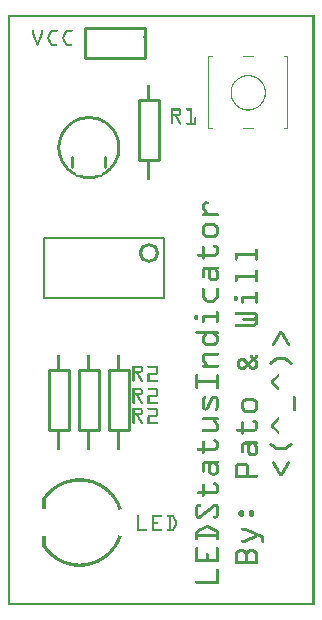
<source format=gto>
G04 MADE WITH FRITZING*
G04 WWW.FRITZING.ORG*
G04 DOUBLE SIDED*
G04 HOLES PLATED*
G04 CONTOUR ON CENTER OF CONTOUR VECTOR*
%ASAXBY*%
%FSLAX23Y23*%
%MOIN*%
%OFA0B0*%
%SFA1.0B1.0*%
%ADD10C,0.066567X0.046567*%
%ADD11C,0.010000*%
%ADD12C,0.008000*%
%ADD13R,0.001000X0.001000*%
%LNSILK1*%
G90*
G70*
G54D10*
X471Y1176D03*
G54D11*
X438Y1485D02*
X438Y1685D01*
D02*
X438Y1685D02*
X504Y1685D01*
D02*
X504Y1685D02*
X504Y1485D01*
D02*
X504Y1485D02*
X438Y1485D01*
D02*
X338Y585D02*
X338Y785D01*
D02*
X338Y785D02*
X404Y785D01*
D02*
X404Y785D02*
X404Y585D01*
D02*
X404Y585D02*
X338Y585D01*
D02*
X138Y585D02*
X138Y785D01*
D02*
X138Y785D02*
X204Y785D01*
D02*
X204Y785D02*
X204Y585D01*
D02*
X204Y585D02*
X138Y585D01*
D02*
X238Y585D02*
X238Y785D01*
D02*
X238Y785D02*
X304Y785D01*
D02*
X304Y785D02*
X304Y585D01*
D02*
X304Y585D02*
X238Y585D01*
D02*
X457Y1926D02*
X257Y1926D01*
D02*
X257Y1926D02*
X257Y1826D01*
D02*
X257Y1826D02*
X457Y1826D01*
D02*
X457Y1826D02*
X457Y1926D01*
G54D12*
D02*
X521Y1026D02*
X121Y1026D01*
D02*
X521Y1026D02*
X521Y1186D01*
D02*
X121Y1026D02*
X121Y1226D01*
D02*
X521Y1226D02*
X121Y1226D01*
D02*
X521Y1226D02*
X521Y1186D01*
D02*
X521Y1186D02*
X521Y1166D01*
G54D13*
X0Y1969D02*
X1022Y1969D01*
X0Y1968D02*
X1022Y1968D01*
X0Y1967D02*
X1022Y1967D01*
X0Y1966D02*
X1022Y1966D01*
X0Y1965D02*
X1022Y1965D01*
X0Y1964D02*
X1022Y1964D01*
X0Y1963D02*
X1022Y1963D01*
X0Y1962D02*
X1022Y1962D01*
X0Y1961D02*
X7Y1961D01*
X1015Y1961D02*
X1022Y1961D01*
X0Y1960D02*
X7Y1960D01*
X1015Y1960D02*
X1022Y1960D01*
X0Y1959D02*
X7Y1959D01*
X1015Y1959D02*
X1022Y1959D01*
X0Y1958D02*
X7Y1958D01*
X1015Y1958D02*
X1022Y1958D01*
X0Y1957D02*
X7Y1957D01*
X1015Y1957D02*
X1022Y1957D01*
X0Y1956D02*
X7Y1956D01*
X1015Y1956D02*
X1022Y1956D01*
X0Y1955D02*
X7Y1955D01*
X1015Y1955D02*
X1022Y1955D01*
X0Y1954D02*
X7Y1954D01*
X1015Y1954D02*
X1022Y1954D01*
X0Y1953D02*
X7Y1953D01*
X1015Y1953D02*
X1022Y1953D01*
X0Y1952D02*
X7Y1952D01*
X1015Y1952D02*
X1022Y1952D01*
X0Y1951D02*
X7Y1951D01*
X1015Y1951D02*
X1022Y1951D01*
X0Y1950D02*
X7Y1950D01*
X1015Y1950D02*
X1022Y1950D01*
X0Y1949D02*
X7Y1949D01*
X1015Y1949D02*
X1022Y1949D01*
X0Y1948D02*
X7Y1948D01*
X1015Y1948D02*
X1022Y1948D01*
X0Y1947D02*
X7Y1947D01*
X1015Y1947D02*
X1022Y1947D01*
X0Y1946D02*
X7Y1946D01*
X1015Y1946D02*
X1022Y1946D01*
X0Y1945D02*
X7Y1945D01*
X1015Y1945D02*
X1022Y1945D01*
X0Y1944D02*
X7Y1944D01*
X1015Y1944D02*
X1022Y1944D01*
X0Y1943D02*
X7Y1943D01*
X1015Y1943D02*
X1022Y1943D01*
X0Y1942D02*
X7Y1942D01*
X1015Y1942D02*
X1022Y1942D01*
X0Y1941D02*
X7Y1941D01*
X1015Y1941D02*
X1022Y1941D01*
X0Y1940D02*
X7Y1940D01*
X1015Y1940D02*
X1022Y1940D01*
X0Y1939D02*
X7Y1939D01*
X1015Y1939D02*
X1022Y1939D01*
X0Y1938D02*
X7Y1938D01*
X1015Y1938D02*
X1022Y1938D01*
X0Y1937D02*
X7Y1937D01*
X1015Y1937D02*
X1022Y1937D01*
X0Y1936D02*
X7Y1936D01*
X1015Y1936D02*
X1022Y1936D01*
X0Y1935D02*
X7Y1935D01*
X1015Y1935D02*
X1022Y1935D01*
X0Y1934D02*
X7Y1934D01*
X1015Y1934D02*
X1022Y1934D01*
X0Y1933D02*
X7Y1933D01*
X1015Y1933D02*
X1022Y1933D01*
X0Y1932D02*
X7Y1932D01*
X1015Y1932D02*
X1022Y1932D01*
X0Y1931D02*
X7Y1931D01*
X1015Y1931D02*
X1022Y1931D01*
X0Y1930D02*
X7Y1930D01*
X1015Y1930D02*
X1022Y1930D01*
X0Y1929D02*
X7Y1929D01*
X1015Y1929D02*
X1022Y1929D01*
X0Y1928D02*
X7Y1928D01*
X423Y1928D02*
X424Y1928D01*
X1015Y1928D02*
X1022Y1928D01*
X0Y1927D02*
X7Y1927D01*
X422Y1927D02*
X425Y1927D01*
X1015Y1927D02*
X1022Y1927D01*
X0Y1926D02*
X7Y1926D01*
X421Y1926D02*
X426Y1926D01*
X1015Y1926D02*
X1022Y1926D01*
X0Y1925D02*
X7Y1925D01*
X421Y1925D02*
X427Y1925D01*
X1015Y1925D02*
X1022Y1925D01*
X0Y1924D02*
X7Y1924D01*
X422Y1924D02*
X428Y1924D01*
X1015Y1924D02*
X1022Y1924D01*
X0Y1923D02*
X7Y1923D01*
X423Y1923D02*
X429Y1923D01*
X1015Y1923D02*
X1022Y1923D01*
X0Y1922D02*
X7Y1922D01*
X424Y1922D02*
X430Y1922D01*
X1015Y1922D02*
X1022Y1922D01*
X0Y1921D02*
X7Y1921D01*
X425Y1921D02*
X431Y1921D01*
X1015Y1921D02*
X1022Y1921D01*
X0Y1920D02*
X7Y1920D01*
X1015Y1920D02*
X1022Y1920D01*
X0Y1919D02*
X7Y1919D01*
X83Y1919D02*
X87Y1919D01*
X111Y1919D02*
X115Y1919D01*
X146Y1919D02*
X164Y1919D01*
X196Y1919D02*
X214Y1919D01*
X1015Y1919D02*
X1022Y1919D01*
X0Y1918D02*
X7Y1918D01*
X83Y1918D02*
X88Y1918D01*
X110Y1918D02*
X115Y1918D01*
X144Y1918D02*
X165Y1918D01*
X194Y1918D02*
X215Y1918D01*
X1015Y1918D02*
X1022Y1918D01*
X0Y1917D02*
X7Y1917D01*
X82Y1917D02*
X88Y1917D01*
X110Y1917D02*
X116Y1917D01*
X143Y1917D02*
X166Y1917D01*
X193Y1917D02*
X216Y1917D01*
X1015Y1917D02*
X1022Y1917D01*
X0Y1916D02*
X7Y1916D01*
X82Y1916D02*
X88Y1916D01*
X110Y1916D02*
X116Y1916D01*
X142Y1916D02*
X166Y1916D01*
X192Y1916D02*
X216Y1916D01*
X1015Y1916D02*
X1022Y1916D01*
X0Y1915D02*
X7Y1915D01*
X82Y1915D02*
X88Y1915D01*
X110Y1915D02*
X116Y1915D01*
X141Y1915D02*
X165Y1915D01*
X191Y1915D02*
X215Y1915D01*
X1015Y1915D02*
X1022Y1915D01*
X0Y1914D02*
X7Y1914D01*
X82Y1914D02*
X88Y1914D01*
X110Y1914D02*
X116Y1914D01*
X141Y1914D02*
X165Y1914D01*
X191Y1914D02*
X215Y1914D01*
X1015Y1914D02*
X1022Y1914D01*
X0Y1913D02*
X7Y1913D01*
X82Y1913D02*
X88Y1913D01*
X110Y1913D02*
X116Y1913D01*
X140Y1913D02*
X163Y1913D01*
X190Y1913D02*
X213Y1913D01*
X1015Y1913D02*
X1022Y1913D01*
X0Y1912D02*
X7Y1912D01*
X82Y1912D02*
X88Y1912D01*
X110Y1912D02*
X116Y1912D01*
X140Y1912D02*
X147Y1912D01*
X190Y1912D02*
X197Y1912D01*
X1015Y1912D02*
X1022Y1912D01*
X0Y1911D02*
X7Y1911D01*
X82Y1911D02*
X88Y1911D01*
X110Y1911D02*
X116Y1911D01*
X139Y1911D02*
X146Y1911D01*
X189Y1911D02*
X196Y1911D01*
X1015Y1911D02*
X1022Y1911D01*
X0Y1910D02*
X7Y1910D01*
X82Y1910D02*
X88Y1910D01*
X110Y1910D02*
X116Y1910D01*
X139Y1910D02*
X146Y1910D01*
X189Y1910D02*
X196Y1910D01*
X1015Y1910D02*
X1022Y1910D01*
X0Y1909D02*
X7Y1909D01*
X82Y1909D02*
X88Y1909D01*
X110Y1909D02*
X116Y1909D01*
X138Y1909D02*
X145Y1909D01*
X188Y1909D02*
X195Y1909D01*
X1015Y1909D02*
X1022Y1909D01*
X0Y1908D02*
X7Y1908D01*
X82Y1908D02*
X88Y1908D01*
X110Y1908D02*
X116Y1908D01*
X138Y1908D02*
X145Y1908D01*
X188Y1908D02*
X195Y1908D01*
X1015Y1908D02*
X1022Y1908D01*
X0Y1907D02*
X7Y1907D01*
X82Y1907D02*
X88Y1907D01*
X110Y1907D02*
X116Y1907D01*
X137Y1907D02*
X144Y1907D01*
X187Y1907D02*
X194Y1907D01*
X1015Y1907D02*
X1022Y1907D01*
X0Y1906D02*
X7Y1906D01*
X82Y1906D02*
X88Y1906D01*
X110Y1906D02*
X116Y1906D01*
X137Y1906D02*
X144Y1906D01*
X187Y1906D02*
X194Y1906D01*
X1015Y1906D02*
X1022Y1906D01*
X0Y1905D02*
X7Y1905D01*
X82Y1905D02*
X88Y1905D01*
X110Y1905D02*
X116Y1905D01*
X136Y1905D02*
X143Y1905D01*
X186Y1905D02*
X193Y1905D01*
X1015Y1905D02*
X1022Y1905D01*
X0Y1904D02*
X7Y1904D01*
X82Y1904D02*
X89Y1904D01*
X109Y1904D02*
X116Y1904D01*
X136Y1904D02*
X143Y1904D01*
X186Y1904D02*
X193Y1904D01*
X1015Y1904D02*
X1022Y1904D01*
X0Y1903D02*
X7Y1903D01*
X83Y1903D02*
X89Y1903D01*
X109Y1903D02*
X115Y1903D01*
X135Y1903D02*
X142Y1903D01*
X185Y1903D02*
X192Y1903D01*
X1015Y1903D02*
X1022Y1903D01*
X0Y1902D02*
X7Y1902D01*
X83Y1902D02*
X89Y1902D01*
X108Y1902D02*
X115Y1902D01*
X135Y1902D02*
X142Y1902D01*
X185Y1902D02*
X192Y1902D01*
X1015Y1902D02*
X1022Y1902D01*
X0Y1901D02*
X7Y1901D01*
X83Y1901D02*
X90Y1901D01*
X108Y1901D02*
X115Y1901D01*
X134Y1901D02*
X141Y1901D01*
X184Y1901D02*
X191Y1901D01*
X451Y1901D02*
X451Y1901D01*
X1015Y1901D02*
X1022Y1901D01*
X0Y1900D02*
X7Y1900D01*
X84Y1900D02*
X90Y1900D01*
X108Y1900D02*
X114Y1900D01*
X134Y1900D02*
X141Y1900D01*
X184Y1900D02*
X191Y1900D01*
X451Y1900D02*
X452Y1900D01*
X1015Y1900D02*
X1022Y1900D01*
X0Y1899D02*
X7Y1899D01*
X84Y1899D02*
X91Y1899D01*
X107Y1899D02*
X114Y1899D01*
X133Y1899D02*
X140Y1899D01*
X183Y1899D02*
X190Y1899D01*
X451Y1899D02*
X453Y1899D01*
X1015Y1899D02*
X1022Y1899D01*
X0Y1898D02*
X7Y1898D01*
X84Y1898D02*
X91Y1898D01*
X107Y1898D02*
X113Y1898D01*
X133Y1898D02*
X140Y1898D01*
X183Y1898D02*
X190Y1898D01*
X451Y1898D02*
X454Y1898D01*
X1015Y1898D02*
X1022Y1898D01*
X0Y1897D02*
X7Y1897D01*
X85Y1897D02*
X91Y1897D01*
X107Y1897D02*
X113Y1897D01*
X133Y1897D02*
X139Y1897D01*
X183Y1897D02*
X189Y1897D01*
X451Y1897D02*
X455Y1897D01*
X1015Y1897D02*
X1022Y1897D01*
X0Y1896D02*
X7Y1896D01*
X85Y1896D02*
X92Y1896D01*
X106Y1896D02*
X113Y1896D01*
X132Y1896D02*
X139Y1896D01*
X182Y1896D02*
X189Y1896D01*
X451Y1896D02*
X456Y1896D01*
X1015Y1896D02*
X1022Y1896D01*
X0Y1895D02*
X7Y1895D01*
X86Y1895D02*
X92Y1895D01*
X106Y1895D02*
X112Y1895D01*
X132Y1895D02*
X138Y1895D01*
X182Y1895D02*
X188Y1895D01*
X451Y1895D02*
X457Y1895D01*
X1015Y1895D02*
X1022Y1895D01*
X0Y1894D02*
X7Y1894D01*
X86Y1894D02*
X93Y1894D01*
X105Y1894D02*
X112Y1894D01*
X132Y1894D02*
X138Y1894D01*
X182Y1894D02*
X188Y1894D01*
X452Y1894D02*
X458Y1894D01*
X1015Y1894D02*
X1022Y1894D01*
X0Y1893D02*
X7Y1893D01*
X86Y1893D02*
X93Y1893D01*
X105Y1893D02*
X112Y1893D01*
X132Y1893D02*
X138Y1893D01*
X182Y1893D02*
X188Y1893D01*
X453Y1893D02*
X457Y1893D01*
X1015Y1893D02*
X1022Y1893D01*
X0Y1892D02*
X7Y1892D01*
X87Y1892D02*
X93Y1892D01*
X105Y1892D02*
X111Y1892D01*
X132Y1892D02*
X138Y1892D01*
X182Y1892D02*
X188Y1892D01*
X454Y1892D02*
X456Y1892D01*
X1015Y1892D02*
X1022Y1892D01*
X0Y1891D02*
X7Y1891D01*
X87Y1891D02*
X94Y1891D01*
X104Y1891D02*
X111Y1891D01*
X132Y1891D02*
X138Y1891D01*
X182Y1891D02*
X188Y1891D01*
X455Y1891D02*
X455Y1891D01*
X1015Y1891D02*
X1022Y1891D01*
X0Y1890D02*
X7Y1890D01*
X88Y1890D02*
X94Y1890D01*
X104Y1890D02*
X110Y1890D01*
X132Y1890D02*
X139Y1890D01*
X182Y1890D02*
X189Y1890D01*
X1015Y1890D02*
X1022Y1890D01*
X0Y1889D02*
X7Y1889D01*
X88Y1889D02*
X95Y1889D01*
X103Y1889D02*
X110Y1889D01*
X133Y1889D02*
X139Y1889D01*
X183Y1889D02*
X189Y1889D01*
X1015Y1889D02*
X1022Y1889D01*
X0Y1888D02*
X7Y1888D01*
X88Y1888D02*
X95Y1888D01*
X103Y1888D02*
X110Y1888D01*
X133Y1888D02*
X139Y1888D01*
X183Y1888D02*
X189Y1888D01*
X1015Y1888D02*
X1022Y1888D01*
X0Y1887D02*
X7Y1887D01*
X89Y1887D02*
X95Y1887D01*
X103Y1887D02*
X109Y1887D01*
X133Y1887D02*
X140Y1887D01*
X183Y1887D02*
X190Y1887D01*
X1015Y1887D02*
X1022Y1887D01*
X0Y1886D02*
X7Y1886D01*
X89Y1886D02*
X96Y1886D01*
X102Y1886D02*
X109Y1886D01*
X134Y1886D02*
X140Y1886D01*
X184Y1886D02*
X190Y1886D01*
X1015Y1886D02*
X1022Y1886D01*
X0Y1885D02*
X7Y1885D01*
X90Y1885D02*
X96Y1885D01*
X102Y1885D02*
X108Y1885D01*
X134Y1885D02*
X141Y1885D01*
X184Y1885D02*
X191Y1885D01*
X1015Y1885D02*
X1022Y1885D01*
X0Y1884D02*
X7Y1884D01*
X90Y1884D02*
X97Y1884D01*
X101Y1884D02*
X108Y1884D01*
X135Y1884D02*
X142Y1884D01*
X185Y1884D02*
X191Y1884D01*
X1015Y1884D02*
X1022Y1884D01*
X0Y1883D02*
X7Y1883D01*
X90Y1883D02*
X97Y1883D01*
X101Y1883D02*
X108Y1883D01*
X135Y1883D02*
X142Y1883D01*
X185Y1883D02*
X192Y1883D01*
X1015Y1883D02*
X1022Y1883D01*
X0Y1882D02*
X7Y1882D01*
X91Y1882D02*
X97Y1882D01*
X101Y1882D02*
X107Y1882D01*
X136Y1882D02*
X143Y1882D01*
X186Y1882D02*
X192Y1882D01*
X1015Y1882D02*
X1022Y1882D01*
X0Y1881D02*
X7Y1881D01*
X91Y1881D02*
X98Y1881D01*
X100Y1881D02*
X107Y1881D01*
X136Y1881D02*
X143Y1881D01*
X186Y1881D02*
X193Y1881D01*
X1015Y1881D02*
X1022Y1881D01*
X0Y1880D02*
X7Y1880D01*
X91Y1880D02*
X98Y1880D01*
X100Y1880D02*
X106Y1880D01*
X137Y1880D02*
X144Y1880D01*
X187Y1880D02*
X194Y1880D01*
X1015Y1880D02*
X1022Y1880D01*
X0Y1879D02*
X7Y1879D01*
X92Y1879D02*
X106Y1879D01*
X137Y1879D02*
X144Y1879D01*
X187Y1879D02*
X194Y1879D01*
X1015Y1879D02*
X1022Y1879D01*
X0Y1878D02*
X7Y1878D01*
X92Y1878D02*
X106Y1878D01*
X138Y1878D02*
X145Y1878D01*
X188Y1878D02*
X195Y1878D01*
X1015Y1878D02*
X1022Y1878D01*
X0Y1877D02*
X7Y1877D01*
X93Y1877D02*
X105Y1877D01*
X138Y1877D02*
X145Y1877D01*
X188Y1877D02*
X195Y1877D01*
X1015Y1877D02*
X1022Y1877D01*
X0Y1876D02*
X7Y1876D01*
X93Y1876D02*
X105Y1876D01*
X139Y1876D02*
X146Y1876D01*
X189Y1876D02*
X196Y1876D01*
X1015Y1876D02*
X1022Y1876D01*
X0Y1875D02*
X7Y1875D01*
X93Y1875D02*
X104Y1875D01*
X139Y1875D02*
X146Y1875D01*
X189Y1875D02*
X196Y1875D01*
X1015Y1875D02*
X1022Y1875D01*
X0Y1874D02*
X7Y1874D01*
X94Y1874D02*
X104Y1874D01*
X140Y1874D02*
X147Y1874D01*
X190Y1874D02*
X197Y1874D01*
X1015Y1874D02*
X1022Y1874D01*
X0Y1873D02*
X7Y1873D01*
X94Y1873D02*
X104Y1873D01*
X140Y1873D02*
X148Y1873D01*
X190Y1873D02*
X198Y1873D01*
X1015Y1873D02*
X1022Y1873D01*
X0Y1872D02*
X7Y1872D01*
X95Y1872D02*
X103Y1872D01*
X141Y1872D02*
X164Y1872D01*
X191Y1872D02*
X214Y1872D01*
X1015Y1872D02*
X1022Y1872D01*
X0Y1871D02*
X7Y1871D01*
X95Y1871D02*
X103Y1871D01*
X141Y1871D02*
X165Y1871D01*
X191Y1871D02*
X215Y1871D01*
X1015Y1871D02*
X1022Y1871D01*
X0Y1870D02*
X7Y1870D01*
X95Y1870D02*
X103Y1870D01*
X142Y1870D02*
X166Y1870D01*
X192Y1870D02*
X216Y1870D01*
X1015Y1870D02*
X1022Y1870D01*
X0Y1869D02*
X7Y1869D01*
X96Y1869D02*
X102Y1869D01*
X143Y1869D02*
X166Y1869D01*
X193Y1869D02*
X216Y1869D01*
X1015Y1869D02*
X1022Y1869D01*
X0Y1868D02*
X7Y1868D01*
X96Y1868D02*
X102Y1868D01*
X144Y1868D02*
X165Y1868D01*
X194Y1868D02*
X215Y1868D01*
X1015Y1868D02*
X1022Y1868D01*
X0Y1867D02*
X7Y1867D01*
X97Y1867D02*
X101Y1867D01*
X145Y1867D02*
X165Y1867D01*
X195Y1867D02*
X215Y1867D01*
X1015Y1867D02*
X1022Y1867D01*
X0Y1866D02*
X7Y1866D01*
X98Y1866D02*
X100Y1866D01*
X148Y1866D02*
X164Y1866D01*
X198Y1866D02*
X213Y1866D01*
X1015Y1866D02*
X1022Y1866D01*
X0Y1865D02*
X7Y1865D01*
X1015Y1865D02*
X1022Y1865D01*
X0Y1864D02*
X7Y1864D01*
X1015Y1864D02*
X1022Y1864D01*
X0Y1863D02*
X7Y1863D01*
X1015Y1863D02*
X1022Y1863D01*
X0Y1862D02*
X7Y1862D01*
X1015Y1862D02*
X1022Y1862D01*
X0Y1861D02*
X7Y1861D01*
X1015Y1861D02*
X1022Y1861D01*
X0Y1860D02*
X7Y1860D01*
X1015Y1860D02*
X1022Y1860D01*
X0Y1859D02*
X7Y1859D01*
X1015Y1859D02*
X1022Y1859D01*
X0Y1858D02*
X7Y1858D01*
X1015Y1858D02*
X1022Y1858D01*
X0Y1857D02*
X7Y1857D01*
X1015Y1857D02*
X1022Y1857D01*
X0Y1856D02*
X7Y1856D01*
X1015Y1856D02*
X1022Y1856D01*
X0Y1855D02*
X7Y1855D01*
X1015Y1855D02*
X1022Y1855D01*
X0Y1854D02*
X7Y1854D01*
X1015Y1854D02*
X1022Y1854D01*
X0Y1853D02*
X7Y1853D01*
X1015Y1853D02*
X1022Y1853D01*
X0Y1852D02*
X7Y1852D01*
X1015Y1852D02*
X1022Y1852D01*
X0Y1851D02*
X7Y1851D01*
X1015Y1851D02*
X1022Y1851D01*
X0Y1850D02*
X7Y1850D01*
X1015Y1850D02*
X1022Y1850D01*
X0Y1849D02*
X7Y1849D01*
X1015Y1849D02*
X1022Y1849D01*
X0Y1848D02*
X7Y1848D01*
X1015Y1848D02*
X1022Y1848D01*
X0Y1847D02*
X7Y1847D01*
X1015Y1847D02*
X1022Y1847D01*
X0Y1846D02*
X7Y1846D01*
X1015Y1846D02*
X1022Y1846D01*
X0Y1845D02*
X7Y1845D01*
X1015Y1845D02*
X1022Y1845D01*
X0Y1844D02*
X7Y1844D01*
X1015Y1844D02*
X1022Y1844D01*
X0Y1843D02*
X7Y1843D01*
X1015Y1843D02*
X1022Y1843D01*
X0Y1842D02*
X7Y1842D01*
X1015Y1842D02*
X1022Y1842D01*
X0Y1841D02*
X7Y1841D01*
X1015Y1841D02*
X1022Y1841D01*
X0Y1840D02*
X7Y1840D01*
X1015Y1840D02*
X1022Y1840D01*
X0Y1839D02*
X7Y1839D01*
X1015Y1839D02*
X1022Y1839D01*
X0Y1838D02*
X7Y1838D01*
X1015Y1838D02*
X1022Y1838D01*
X0Y1837D02*
X7Y1837D01*
X1015Y1837D02*
X1022Y1837D01*
X0Y1836D02*
X7Y1836D01*
X1015Y1836D02*
X1022Y1836D01*
X0Y1835D02*
X7Y1835D01*
X1015Y1835D02*
X1022Y1835D01*
X0Y1834D02*
X7Y1834D01*
X1015Y1834D02*
X1022Y1834D01*
X0Y1833D02*
X7Y1833D01*
X1015Y1833D02*
X1022Y1833D01*
X0Y1832D02*
X7Y1832D01*
X1015Y1832D02*
X1022Y1832D01*
X0Y1831D02*
X7Y1831D01*
X669Y1831D02*
X682Y1831D01*
X783Y1831D02*
X820Y1831D01*
X920Y1831D02*
X934Y1831D01*
X1015Y1831D02*
X1022Y1831D01*
X0Y1830D02*
X7Y1830D01*
X668Y1830D02*
X683Y1830D01*
X782Y1830D02*
X820Y1830D01*
X920Y1830D02*
X935Y1830D01*
X1015Y1830D02*
X1022Y1830D01*
X0Y1829D02*
X7Y1829D01*
X668Y1829D02*
X683Y1829D01*
X782Y1829D02*
X820Y1829D01*
X920Y1829D02*
X935Y1829D01*
X1015Y1829D02*
X1022Y1829D01*
X0Y1828D02*
X7Y1828D01*
X668Y1828D02*
X682Y1828D01*
X783Y1828D02*
X819Y1828D01*
X921Y1828D02*
X935Y1828D01*
X1015Y1828D02*
X1022Y1828D01*
X0Y1827D02*
X7Y1827D01*
X668Y1827D02*
X671Y1827D01*
X932Y1827D02*
X935Y1827D01*
X1015Y1827D02*
X1022Y1827D01*
X0Y1826D02*
X7Y1826D01*
X668Y1826D02*
X671Y1826D01*
X932Y1826D02*
X935Y1826D01*
X1015Y1826D02*
X1022Y1826D01*
X0Y1825D02*
X7Y1825D01*
X668Y1825D02*
X671Y1825D01*
X932Y1825D02*
X935Y1825D01*
X1015Y1825D02*
X1022Y1825D01*
X0Y1824D02*
X7Y1824D01*
X668Y1824D02*
X671Y1824D01*
X932Y1824D02*
X935Y1824D01*
X1015Y1824D02*
X1022Y1824D01*
X0Y1823D02*
X7Y1823D01*
X668Y1823D02*
X671Y1823D01*
X932Y1823D02*
X935Y1823D01*
X1015Y1823D02*
X1022Y1823D01*
X0Y1822D02*
X7Y1822D01*
X668Y1822D02*
X671Y1822D01*
X932Y1822D02*
X935Y1822D01*
X1015Y1822D02*
X1022Y1822D01*
X0Y1821D02*
X7Y1821D01*
X668Y1821D02*
X671Y1821D01*
X932Y1821D02*
X935Y1821D01*
X1015Y1821D02*
X1022Y1821D01*
X0Y1820D02*
X7Y1820D01*
X668Y1820D02*
X671Y1820D01*
X932Y1820D02*
X935Y1820D01*
X1015Y1820D02*
X1022Y1820D01*
X0Y1819D02*
X7Y1819D01*
X668Y1819D02*
X671Y1819D01*
X932Y1819D02*
X935Y1819D01*
X1015Y1819D02*
X1022Y1819D01*
X0Y1818D02*
X7Y1818D01*
X668Y1818D02*
X671Y1818D01*
X932Y1818D02*
X935Y1818D01*
X1015Y1818D02*
X1022Y1818D01*
X0Y1817D02*
X7Y1817D01*
X668Y1817D02*
X671Y1817D01*
X932Y1817D02*
X935Y1817D01*
X1015Y1817D02*
X1022Y1817D01*
X0Y1816D02*
X7Y1816D01*
X668Y1816D02*
X671Y1816D01*
X932Y1816D02*
X935Y1816D01*
X1015Y1816D02*
X1022Y1816D01*
X0Y1815D02*
X7Y1815D01*
X668Y1815D02*
X671Y1815D01*
X932Y1815D02*
X935Y1815D01*
X1015Y1815D02*
X1022Y1815D01*
X0Y1814D02*
X7Y1814D01*
X668Y1814D02*
X671Y1814D01*
X932Y1814D02*
X935Y1814D01*
X1015Y1814D02*
X1022Y1814D01*
X0Y1813D02*
X7Y1813D01*
X668Y1813D02*
X671Y1813D01*
X932Y1813D02*
X935Y1813D01*
X1015Y1813D02*
X1022Y1813D01*
X0Y1812D02*
X7Y1812D01*
X668Y1812D02*
X671Y1812D01*
X932Y1812D02*
X935Y1812D01*
X1015Y1812D02*
X1022Y1812D01*
X0Y1811D02*
X7Y1811D01*
X668Y1811D02*
X671Y1811D01*
X932Y1811D02*
X935Y1811D01*
X1015Y1811D02*
X1022Y1811D01*
X0Y1810D02*
X7Y1810D01*
X668Y1810D02*
X671Y1810D01*
X932Y1810D02*
X935Y1810D01*
X1015Y1810D02*
X1022Y1810D01*
X0Y1809D02*
X7Y1809D01*
X668Y1809D02*
X671Y1809D01*
X932Y1809D02*
X935Y1809D01*
X1015Y1809D02*
X1022Y1809D01*
X0Y1808D02*
X7Y1808D01*
X668Y1808D02*
X671Y1808D01*
X932Y1808D02*
X935Y1808D01*
X1015Y1808D02*
X1022Y1808D01*
X0Y1807D02*
X7Y1807D01*
X668Y1807D02*
X671Y1807D01*
X932Y1807D02*
X935Y1807D01*
X1015Y1807D02*
X1022Y1807D01*
X0Y1806D02*
X7Y1806D01*
X668Y1806D02*
X671Y1806D01*
X932Y1806D02*
X935Y1806D01*
X1015Y1806D02*
X1022Y1806D01*
X0Y1805D02*
X7Y1805D01*
X668Y1805D02*
X671Y1805D01*
X932Y1805D02*
X935Y1805D01*
X1015Y1805D02*
X1022Y1805D01*
X0Y1804D02*
X7Y1804D01*
X668Y1804D02*
X671Y1804D01*
X932Y1804D02*
X935Y1804D01*
X1015Y1804D02*
X1022Y1804D01*
X0Y1803D02*
X7Y1803D01*
X668Y1803D02*
X671Y1803D01*
X932Y1803D02*
X935Y1803D01*
X1015Y1803D02*
X1022Y1803D01*
X0Y1802D02*
X7Y1802D01*
X668Y1802D02*
X671Y1802D01*
X932Y1802D02*
X935Y1802D01*
X1015Y1802D02*
X1022Y1802D01*
X0Y1801D02*
X7Y1801D01*
X668Y1801D02*
X671Y1801D01*
X932Y1801D02*
X935Y1801D01*
X1015Y1801D02*
X1022Y1801D01*
X0Y1800D02*
X7Y1800D01*
X668Y1800D02*
X671Y1800D01*
X932Y1800D02*
X935Y1800D01*
X1015Y1800D02*
X1022Y1800D01*
X0Y1799D02*
X7Y1799D01*
X668Y1799D02*
X671Y1799D01*
X932Y1799D02*
X935Y1799D01*
X1015Y1799D02*
X1022Y1799D01*
X0Y1798D02*
X7Y1798D01*
X668Y1798D02*
X671Y1798D01*
X932Y1798D02*
X935Y1798D01*
X1015Y1798D02*
X1022Y1798D01*
X0Y1797D02*
X7Y1797D01*
X668Y1797D02*
X671Y1797D01*
X932Y1797D02*
X935Y1797D01*
X1015Y1797D02*
X1022Y1797D01*
X0Y1796D02*
X7Y1796D01*
X668Y1796D02*
X671Y1796D01*
X932Y1796D02*
X935Y1796D01*
X1015Y1796D02*
X1022Y1796D01*
X0Y1795D02*
X7Y1795D01*
X668Y1795D02*
X671Y1795D01*
X932Y1795D02*
X935Y1795D01*
X1015Y1795D02*
X1022Y1795D01*
X0Y1794D02*
X7Y1794D01*
X668Y1794D02*
X671Y1794D01*
X932Y1794D02*
X935Y1794D01*
X1015Y1794D02*
X1022Y1794D01*
X0Y1793D02*
X7Y1793D01*
X668Y1793D02*
X671Y1793D01*
X932Y1793D02*
X935Y1793D01*
X1015Y1793D02*
X1022Y1793D01*
X0Y1792D02*
X7Y1792D01*
X668Y1792D02*
X671Y1792D01*
X932Y1792D02*
X935Y1792D01*
X1015Y1792D02*
X1022Y1792D01*
X0Y1791D02*
X7Y1791D01*
X668Y1791D02*
X671Y1791D01*
X932Y1791D02*
X935Y1791D01*
X1015Y1791D02*
X1022Y1791D01*
X0Y1790D02*
X7Y1790D01*
X668Y1790D02*
X671Y1790D01*
X932Y1790D02*
X935Y1790D01*
X1015Y1790D02*
X1022Y1790D01*
X0Y1789D02*
X7Y1789D01*
X668Y1789D02*
X671Y1789D01*
X932Y1789D02*
X935Y1789D01*
X1015Y1789D02*
X1022Y1789D01*
X0Y1788D02*
X7Y1788D01*
X668Y1788D02*
X671Y1788D01*
X932Y1788D02*
X935Y1788D01*
X1015Y1788D02*
X1022Y1788D01*
X0Y1787D02*
X7Y1787D01*
X668Y1787D02*
X671Y1787D01*
X932Y1787D02*
X935Y1787D01*
X1015Y1787D02*
X1022Y1787D01*
X0Y1786D02*
X7Y1786D01*
X668Y1786D02*
X671Y1786D01*
X932Y1786D02*
X935Y1786D01*
X1015Y1786D02*
X1022Y1786D01*
X0Y1785D02*
X7Y1785D01*
X668Y1785D02*
X671Y1785D01*
X932Y1785D02*
X935Y1785D01*
X1015Y1785D02*
X1022Y1785D01*
X0Y1784D02*
X7Y1784D01*
X668Y1784D02*
X671Y1784D01*
X932Y1784D02*
X935Y1784D01*
X1015Y1784D02*
X1022Y1784D01*
X0Y1783D02*
X7Y1783D01*
X668Y1783D02*
X671Y1783D01*
X932Y1783D02*
X935Y1783D01*
X1015Y1783D02*
X1022Y1783D01*
X0Y1782D02*
X7Y1782D01*
X668Y1782D02*
X671Y1782D01*
X932Y1782D02*
X935Y1782D01*
X1015Y1782D02*
X1022Y1782D01*
X0Y1781D02*
X7Y1781D01*
X668Y1781D02*
X671Y1781D01*
X932Y1781D02*
X935Y1781D01*
X1015Y1781D02*
X1022Y1781D01*
X0Y1780D02*
X7Y1780D01*
X668Y1780D02*
X671Y1780D01*
X932Y1780D02*
X935Y1780D01*
X1015Y1780D02*
X1022Y1780D01*
X0Y1779D02*
X7Y1779D01*
X668Y1779D02*
X671Y1779D01*
X932Y1779D02*
X935Y1779D01*
X1015Y1779D02*
X1022Y1779D01*
X0Y1778D02*
X7Y1778D01*
X668Y1778D02*
X671Y1778D01*
X932Y1778D02*
X935Y1778D01*
X1015Y1778D02*
X1022Y1778D01*
X0Y1777D02*
X7Y1777D01*
X668Y1777D02*
X671Y1777D01*
X932Y1777D02*
X935Y1777D01*
X1015Y1777D02*
X1022Y1777D01*
X0Y1776D02*
X7Y1776D01*
X668Y1776D02*
X671Y1776D01*
X932Y1776D02*
X935Y1776D01*
X1015Y1776D02*
X1022Y1776D01*
X0Y1775D02*
X7Y1775D01*
X668Y1775D02*
X671Y1775D01*
X932Y1775D02*
X935Y1775D01*
X1015Y1775D02*
X1022Y1775D01*
X0Y1774D02*
X7Y1774D01*
X668Y1774D02*
X671Y1774D01*
X932Y1774D02*
X935Y1774D01*
X1015Y1774D02*
X1022Y1774D01*
X0Y1773D02*
X7Y1773D01*
X668Y1773D02*
X671Y1773D01*
X932Y1773D02*
X935Y1773D01*
X1015Y1773D02*
X1022Y1773D01*
X0Y1772D02*
X7Y1772D01*
X668Y1772D02*
X671Y1772D01*
X932Y1772D02*
X935Y1772D01*
X1015Y1772D02*
X1022Y1772D01*
X0Y1771D02*
X7Y1771D01*
X668Y1771D02*
X671Y1771D01*
X932Y1771D02*
X935Y1771D01*
X1015Y1771D02*
X1022Y1771D01*
X0Y1770D02*
X7Y1770D01*
X668Y1770D02*
X671Y1770D01*
X932Y1770D02*
X935Y1770D01*
X1015Y1770D02*
X1022Y1770D01*
X0Y1769D02*
X7Y1769D01*
X668Y1769D02*
X671Y1769D01*
X932Y1769D02*
X935Y1769D01*
X1015Y1769D02*
X1022Y1769D01*
X0Y1768D02*
X7Y1768D01*
X668Y1768D02*
X671Y1768D01*
X793Y1768D02*
X810Y1768D01*
X932Y1768D02*
X935Y1768D01*
X1015Y1768D02*
X1022Y1768D01*
X0Y1767D02*
X7Y1767D01*
X668Y1767D02*
X671Y1767D01*
X788Y1767D02*
X815Y1767D01*
X932Y1767D02*
X935Y1767D01*
X1015Y1767D02*
X1022Y1767D01*
X0Y1766D02*
X7Y1766D01*
X668Y1766D02*
X671Y1766D01*
X784Y1766D02*
X818Y1766D01*
X932Y1766D02*
X935Y1766D01*
X1015Y1766D02*
X1022Y1766D01*
X0Y1765D02*
X7Y1765D01*
X668Y1765D02*
X671Y1765D01*
X781Y1765D02*
X821Y1765D01*
X932Y1765D02*
X935Y1765D01*
X1015Y1765D02*
X1022Y1765D01*
X0Y1764D02*
X7Y1764D01*
X668Y1764D02*
X671Y1764D01*
X779Y1764D02*
X791Y1764D01*
X811Y1764D02*
X824Y1764D01*
X932Y1764D02*
X935Y1764D01*
X1015Y1764D02*
X1022Y1764D01*
X0Y1763D02*
X7Y1763D01*
X668Y1763D02*
X671Y1763D01*
X777Y1763D02*
X787Y1763D01*
X816Y1763D02*
X826Y1763D01*
X932Y1763D02*
X935Y1763D01*
X1015Y1763D02*
X1022Y1763D01*
X0Y1762D02*
X7Y1762D01*
X668Y1762D02*
X671Y1762D01*
X775Y1762D02*
X783Y1762D01*
X819Y1762D02*
X828Y1762D01*
X932Y1762D02*
X935Y1762D01*
X1015Y1762D02*
X1022Y1762D01*
X0Y1761D02*
X7Y1761D01*
X668Y1761D02*
X671Y1761D01*
X773Y1761D02*
X781Y1761D01*
X822Y1761D02*
X830Y1761D01*
X932Y1761D02*
X935Y1761D01*
X1015Y1761D02*
X1022Y1761D01*
X0Y1760D02*
X7Y1760D01*
X668Y1760D02*
X671Y1760D01*
X771Y1760D02*
X778Y1760D01*
X824Y1760D02*
X832Y1760D01*
X932Y1760D02*
X935Y1760D01*
X1015Y1760D02*
X1022Y1760D01*
X0Y1759D02*
X7Y1759D01*
X668Y1759D02*
X671Y1759D01*
X769Y1759D02*
X776Y1759D01*
X827Y1759D02*
X833Y1759D01*
X932Y1759D02*
X935Y1759D01*
X1015Y1759D02*
X1022Y1759D01*
X0Y1758D02*
X7Y1758D01*
X668Y1758D02*
X671Y1758D01*
X768Y1758D02*
X774Y1758D01*
X828Y1758D02*
X835Y1758D01*
X932Y1758D02*
X935Y1758D01*
X1015Y1758D02*
X1022Y1758D01*
X0Y1757D02*
X7Y1757D01*
X668Y1757D02*
X671Y1757D01*
X767Y1757D02*
X772Y1757D01*
X830Y1757D02*
X836Y1757D01*
X932Y1757D02*
X935Y1757D01*
X1015Y1757D02*
X1022Y1757D01*
X0Y1756D02*
X7Y1756D01*
X668Y1756D02*
X671Y1756D01*
X765Y1756D02*
X771Y1756D01*
X832Y1756D02*
X837Y1756D01*
X932Y1756D02*
X935Y1756D01*
X1015Y1756D02*
X1022Y1756D01*
X0Y1755D02*
X7Y1755D01*
X668Y1755D02*
X671Y1755D01*
X764Y1755D02*
X769Y1755D01*
X833Y1755D02*
X839Y1755D01*
X932Y1755D02*
X935Y1755D01*
X1015Y1755D02*
X1022Y1755D01*
X0Y1754D02*
X7Y1754D01*
X668Y1754D02*
X671Y1754D01*
X763Y1754D02*
X768Y1754D01*
X835Y1754D02*
X840Y1754D01*
X932Y1754D02*
X935Y1754D01*
X1015Y1754D02*
X1022Y1754D01*
X0Y1753D02*
X7Y1753D01*
X668Y1753D02*
X671Y1753D01*
X762Y1753D02*
X767Y1753D01*
X836Y1753D02*
X841Y1753D01*
X932Y1753D02*
X935Y1753D01*
X1015Y1753D02*
X1022Y1753D01*
X0Y1752D02*
X7Y1752D01*
X668Y1752D02*
X671Y1752D01*
X761Y1752D02*
X765Y1752D01*
X837Y1752D02*
X842Y1752D01*
X932Y1752D02*
X935Y1752D01*
X1015Y1752D02*
X1022Y1752D01*
X0Y1751D02*
X7Y1751D01*
X668Y1751D02*
X671Y1751D01*
X760Y1751D02*
X764Y1751D01*
X838Y1751D02*
X843Y1751D01*
X932Y1751D02*
X935Y1751D01*
X1015Y1751D02*
X1022Y1751D01*
X0Y1750D02*
X7Y1750D01*
X668Y1750D02*
X671Y1750D01*
X759Y1750D02*
X763Y1750D01*
X839Y1750D02*
X844Y1750D01*
X932Y1750D02*
X935Y1750D01*
X1015Y1750D02*
X1022Y1750D01*
X0Y1749D02*
X7Y1749D01*
X668Y1749D02*
X671Y1749D01*
X758Y1749D02*
X762Y1749D01*
X841Y1749D02*
X845Y1749D01*
X932Y1749D02*
X935Y1749D01*
X1015Y1749D02*
X1022Y1749D01*
X0Y1748D02*
X7Y1748D01*
X668Y1748D02*
X671Y1748D01*
X757Y1748D02*
X761Y1748D01*
X842Y1748D02*
X846Y1748D01*
X932Y1748D02*
X935Y1748D01*
X1015Y1748D02*
X1022Y1748D01*
X0Y1747D02*
X7Y1747D01*
X668Y1747D02*
X671Y1747D01*
X756Y1747D02*
X760Y1747D01*
X842Y1747D02*
X847Y1747D01*
X932Y1747D02*
X935Y1747D01*
X1015Y1747D02*
X1022Y1747D01*
X0Y1746D02*
X7Y1746D01*
X668Y1746D02*
X671Y1746D01*
X755Y1746D02*
X759Y1746D01*
X843Y1746D02*
X847Y1746D01*
X932Y1746D02*
X935Y1746D01*
X1015Y1746D02*
X1022Y1746D01*
X0Y1745D02*
X7Y1745D01*
X668Y1745D02*
X671Y1745D01*
X754Y1745D02*
X758Y1745D01*
X844Y1745D02*
X848Y1745D01*
X932Y1745D02*
X935Y1745D01*
X1015Y1745D02*
X1022Y1745D01*
X0Y1744D02*
X7Y1744D01*
X668Y1744D02*
X671Y1744D01*
X754Y1744D02*
X758Y1744D01*
X845Y1744D02*
X849Y1744D01*
X932Y1744D02*
X935Y1744D01*
X1015Y1744D02*
X1022Y1744D01*
X0Y1743D02*
X7Y1743D01*
X668Y1743D02*
X671Y1743D01*
X753Y1743D02*
X757Y1743D01*
X846Y1743D02*
X850Y1743D01*
X932Y1743D02*
X935Y1743D01*
X1015Y1743D02*
X1022Y1743D01*
X0Y1742D02*
X7Y1742D01*
X668Y1742D02*
X671Y1742D01*
X752Y1742D02*
X756Y1742D01*
X847Y1742D02*
X850Y1742D01*
X932Y1742D02*
X935Y1742D01*
X1015Y1742D02*
X1022Y1742D01*
X0Y1741D02*
X7Y1741D01*
X668Y1741D02*
X671Y1741D01*
X752Y1741D02*
X755Y1741D01*
X847Y1741D02*
X851Y1741D01*
X932Y1741D02*
X935Y1741D01*
X1015Y1741D02*
X1022Y1741D01*
X0Y1740D02*
X7Y1740D01*
X668Y1740D02*
X671Y1740D01*
X751Y1740D02*
X755Y1740D01*
X848Y1740D02*
X852Y1740D01*
X932Y1740D02*
X935Y1740D01*
X1015Y1740D02*
X1022Y1740D01*
X0Y1739D02*
X7Y1739D01*
X668Y1739D02*
X671Y1739D01*
X750Y1739D02*
X754Y1739D01*
X849Y1739D02*
X852Y1739D01*
X932Y1739D02*
X935Y1739D01*
X1015Y1739D02*
X1022Y1739D01*
X0Y1738D02*
X7Y1738D01*
X668Y1738D02*
X671Y1738D01*
X750Y1738D02*
X753Y1738D01*
X849Y1738D02*
X853Y1738D01*
X932Y1738D02*
X935Y1738D01*
X1015Y1738D02*
X1022Y1738D01*
X0Y1737D02*
X7Y1737D01*
X668Y1737D02*
X671Y1737D01*
X749Y1737D02*
X753Y1737D01*
X850Y1737D02*
X853Y1737D01*
X932Y1737D02*
X935Y1737D01*
X1015Y1737D02*
X1022Y1737D01*
X0Y1736D02*
X7Y1736D01*
X668Y1736D02*
X671Y1736D01*
X749Y1736D02*
X752Y1736D01*
X850Y1736D02*
X854Y1736D01*
X932Y1736D02*
X935Y1736D01*
X1015Y1736D02*
X1022Y1736D01*
X0Y1735D02*
X7Y1735D01*
X668Y1735D02*
X671Y1735D01*
X748Y1735D02*
X752Y1735D01*
X851Y1735D02*
X854Y1735D01*
X932Y1735D02*
X935Y1735D01*
X1015Y1735D02*
X1022Y1735D01*
X0Y1734D02*
X7Y1734D01*
X466Y1734D02*
X475Y1734D01*
X668Y1734D02*
X671Y1734D01*
X748Y1734D02*
X751Y1734D01*
X851Y1734D02*
X855Y1734D01*
X932Y1734D02*
X935Y1734D01*
X1015Y1734D02*
X1022Y1734D01*
X0Y1733D02*
X7Y1733D01*
X466Y1733D02*
X475Y1733D01*
X668Y1733D02*
X671Y1733D01*
X748Y1733D02*
X751Y1733D01*
X852Y1733D02*
X855Y1733D01*
X932Y1733D02*
X935Y1733D01*
X1015Y1733D02*
X1022Y1733D01*
X0Y1732D02*
X7Y1732D01*
X466Y1732D02*
X475Y1732D01*
X668Y1732D02*
X671Y1732D01*
X747Y1732D02*
X750Y1732D01*
X852Y1732D02*
X856Y1732D01*
X932Y1732D02*
X935Y1732D01*
X1015Y1732D02*
X1022Y1732D01*
X0Y1731D02*
X7Y1731D01*
X466Y1731D02*
X475Y1731D01*
X668Y1731D02*
X671Y1731D01*
X747Y1731D02*
X750Y1731D01*
X853Y1731D02*
X856Y1731D01*
X932Y1731D02*
X935Y1731D01*
X1015Y1731D02*
X1022Y1731D01*
X0Y1730D02*
X7Y1730D01*
X466Y1730D02*
X475Y1730D01*
X668Y1730D02*
X671Y1730D01*
X746Y1730D02*
X750Y1730D01*
X853Y1730D02*
X856Y1730D01*
X932Y1730D02*
X935Y1730D01*
X1015Y1730D02*
X1022Y1730D01*
X0Y1729D02*
X7Y1729D01*
X466Y1729D02*
X475Y1729D01*
X668Y1729D02*
X671Y1729D01*
X746Y1729D02*
X749Y1729D01*
X854Y1729D02*
X857Y1729D01*
X932Y1729D02*
X935Y1729D01*
X1015Y1729D02*
X1022Y1729D01*
X0Y1728D02*
X7Y1728D01*
X466Y1728D02*
X475Y1728D01*
X668Y1728D02*
X671Y1728D01*
X746Y1728D02*
X749Y1728D01*
X854Y1728D02*
X857Y1728D01*
X932Y1728D02*
X935Y1728D01*
X1015Y1728D02*
X1022Y1728D01*
X0Y1727D02*
X7Y1727D01*
X466Y1727D02*
X475Y1727D01*
X668Y1727D02*
X671Y1727D01*
X745Y1727D02*
X748Y1727D01*
X854Y1727D02*
X857Y1727D01*
X932Y1727D02*
X935Y1727D01*
X1015Y1727D02*
X1022Y1727D01*
X0Y1726D02*
X7Y1726D01*
X466Y1726D02*
X475Y1726D01*
X668Y1726D02*
X671Y1726D01*
X745Y1726D02*
X748Y1726D01*
X855Y1726D02*
X858Y1726D01*
X932Y1726D02*
X935Y1726D01*
X1015Y1726D02*
X1022Y1726D01*
X0Y1725D02*
X7Y1725D01*
X466Y1725D02*
X475Y1725D01*
X668Y1725D02*
X671Y1725D01*
X745Y1725D02*
X748Y1725D01*
X855Y1725D02*
X858Y1725D01*
X932Y1725D02*
X935Y1725D01*
X1015Y1725D02*
X1022Y1725D01*
X0Y1724D02*
X7Y1724D01*
X466Y1724D02*
X475Y1724D01*
X668Y1724D02*
X671Y1724D01*
X744Y1724D02*
X747Y1724D01*
X855Y1724D02*
X858Y1724D01*
X932Y1724D02*
X935Y1724D01*
X1015Y1724D02*
X1022Y1724D01*
X0Y1723D02*
X7Y1723D01*
X466Y1723D02*
X475Y1723D01*
X668Y1723D02*
X671Y1723D01*
X744Y1723D02*
X747Y1723D01*
X855Y1723D02*
X858Y1723D01*
X932Y1723D02*
X935Y1723D01*
X1015Y1723D02*
X1022Y1723D01*
X0Y1722D02*
X7Y1722D01*
X466Y1722D02*
X475Y1722D01*
X668Y1722D02*
X671Y1722D01*
X744Y1722D02*
X747Y1722D01*
X856Y1722D02*
X859Y1722D01*
X932Y1722D02*
X935Y1722D01*
X1015Y1722D02*
X1022Y1722D01*
X0Y1721D02*
X7Y1721D01*
X466Y1721D02*
X475Y1721D01*
X668Y1721D02*
X671Y1721D01*
X744Y1721D02*
X747Y1721D01*
X856Y1721D02*
X859Y1721D01*
X932Y1721D02*
X935Y1721D01*
X1015Y1721D02*
X1022Y1721D01*
X0Y1720D02*
X7Y1720D01*
X466Y1720D02*
X475Y1720D01*
X668Y1720D02*
X671Y1720D01*
X744Y1720D02*
X747Y1720D01*
X856Y1720D02*
X859Y1720D01*
X932Y1720D02*
X935Y1720D01*
X1015Y1720D02*
X1022Y1720D01*
X0Y1719D02*
X7Y1719D01*
X466Y1719D02*
X475Y1719D01*
X668Y1719D02*
X671Y1719D01*
X743Y1719D02*
X746Y1719D01*
X856Y1719D02*
X859Y1719D01*
X932Y1719D02*
X935Y1719D01*
X1015Y1719D02*
X1022Y1719D01*
X0Y1718D02*
X7Y1718D01*
X466Y1718D02*
X475Y1718D01*
X668Y1718D02*
X671Y1718D01*
X743Y1718D02*
X746Y1718D01*
X856Y1718D02*
X859Y1718D01*
X932Y1718D02*
X935Y1718D01*
X1015Y1718D02*
X1022Y1718D01*
X0Y1717D02*
X7Y1717D01*
X466Y1717D02*
X475Y1717D01*
X668Y1717D02*
X671Y1717D01*
X743Y1717D02*
X746Y1717D01*
X857Y1717D02*
X859Y1717D01*
X932Y1717D02*
X935Y1717D01*
X1015Y1717D02*
X1022Y1717D01*
X0Y1716D02*
X7Y1716D01*
X466Y1716D02*
X475Y1716D01*
X668Y1716D02*
X671Y1716D01*
X743Y1716D02*
X746Y1716D01*
X857Y1716D02*
X860Y1716D01*
X932Y1716D02*
X935Y1716D01*
X1015Y1716D02*
X1022Y1716D01*
X0Y1715D02*
X7Y1715D01*
X466Y1715D02*
X475Y1715D01*
X668Y1715D02*
X671Y1715D01*
X743Y1715D02*
X746Y1715D01*
X857Y1715D02*
X860Y1715D01*
X932Y1715D02*
X935Y1715D01*
X1015Y1715D02*
X1022Y1715D01*
X0Y1714D02*
X7Y1714D01*
X466Y1714D02*
X475Y1714D01*
X668Y1714D02*
X671Y1714D01*
X743Y1714D02*
X746Y1714D01*
X857Y1714D02*
X860Y1714D01*
X932Y1714D02*
X935Y1714D01*
X1015Y1714D02*
X1022Y1714D01*
X0Y1713D02*
X7Y1713D01*
X466Y1713D02*
X475Y1713D01*
X668Y1713D02*
X671Y1713D01*
X743Y1713D02*
X746Y1713D01*
X857Y1713D02*
X860Y1713D01*
X932Y1713D02*
X935Y1713D01*
X1015Y1713D02*
X1022Y1713D01*
X0Y1712D02*
X7Y1712D01*
X466Y1712D02*
X475Y1712D01*
X668Y1712D02*
X671Y1712D01*
X743Y1712D02*
X746Y1712D01*
X857Y1712D02*
X860Y1712D01*
X932Y1712D02*
X935Y1712D01*
X1015Y1712D02*
X1022Y1712D01*
X0Y1711D02*
X7Y1711D01*
X466Y1711D02*
X475Y1711D01*
X668Y1711D02*
X671Y1711D01*
X743Y1711D02*
X746Y1711D01*
X857Y1711D02*
X860Y1711D01*
X932Y1711D02*
X935Y1711D01*
X1015Y1711D02*
X1022Y1711D01*
X0Y1710D02*
X7Y1710D01*
X466Y1710D02*
X475Y1710D01*
X668Y1710D02*
X671Y1710D01*
X743Y1710D02*
X746Y1710D01*
X857Y1710D02*
X860Y1710D01*
X932Y1710D02*
X935Y1710D01*
X1015Y1710D02*
X1022Y1710D01*
X0Y1709D02*
X7Y1709D01*
X466Y1709D02*
X475Y1709D01*
X668Y1709D02*
X671Y1709D01*
X743Y1709D02*
X746Y1709D01*
X857Y1709D02*
X860Y1709D01*
X932Y1709D02*
X935Y1709D01*
X1015Y1709D02*
X1022Y1709D01*
X0Y1708D02*
X7Y1708D01*
X466Y1708D02*
X475Y1708D01*
X668Y1708D02*
X671Y1708D01*
X743Y1708D02*
X746Y1708D01*
X857Y1708D02*
X860Y1708D01*
X932Y1708D02*
X935Y1708D01*
X1015Y1708D02*
X1022Y1708D01*
X0Y1707D02*
X7Y1707D01*
X466Y1707D02*
X475Y1707D01*
X668Y1707D02*
X671Y1707D01*
X743Y1707D02*
X746Y1707D01*
X857Y1707D02*
X860Y1707D01*
X932Y1707D02*
X935Y1707D01*
X1015Y1707D02*
X1022Y1707D01*
X0Y1706D02*
X7Y1706D01*
X466Y1706D02*
X475Y1706D01*
X668Y1706D02*
X671Y1706D01*
X743Y1706D02*
X746Y1706D01*
X857Y1706D02*
X860Y1706D01*
X932Y1706D02*
X935Y1706D01*
X1015Y1706D02*
X1022Y1706D01*
X0Y1705D02*
X7Y1705D01*
X466Y1705D02*
X475Y1705D01*
X668Y1705D02*
X671Y1705D01*
X743Y1705D02*
X746Y1705D01*
X857Y1705D02*
X860Y1705D01*
X932Y1705D02*
X935Y1705D01*
X1015Y1705D02*
X1022Y1705D01*
X0Y1704D02*
X7Y1704D01*
X466Y1704D02*
X475Y1704D01*
X668Y1704D02*
X671Y1704D01*
X743Y1704D02*
X746Y1704D01*
X857Y1704D02*
X860Y1704D01*
X932Y1704D02*
X935Y1704D01*
X1015Y1704D02*
X1022Y1704D01*
X0Y1703D02*
X7Y1703D01*
X466Y1703D02*
X475Y1703D01*
X668Y1703D02*
X671Y1703D01*
X743Y1703D02*
X746Y1703D01*
X857Y1703D02*
X859Y1703D01*
X932Y1703D02*
X935Y1703D01*
X1015Y1703D02*
X1022Y1703D01*
X0Y1702D02*
X7Y1702D01*
X466Y1702D02*
X475Y1702D01*
X668Y1702D02*
X671Y1702D01*
X743Y1702D02*
X746Y1702D01*
X857Y1702D02*
X859Y1702D01*
X932Y1702D02*
X935Y1702D01*
X1015Y1702D02*
X1022Y1702D01*
X0Y1701D02*
X7Y1701D01*
X466Y1701D02*
X475Y1701D01*
X668Y1701D02*
X671Y1701D01*
X743Y1701D02*
X746Y1701D01*
X856Y1701D02*
X859Y1701D01*
X932Y1701D02*
X935Y1701D01*
X1015Y1701D02*
X1022Y1701D01*
X0Y1700D02*
X7Y1700D01*
X466Y1700D02*
X475Y1700D01*
X668Y1700D02*
X671Y1700D01*
X744Y1700D02*
X746Y1700D01*
X856Y1700D02*
X859Y1700D01*
X932Y1700D02*
X935Y1700D01*
X1015Y1700D02*
X1022Y1700D01*
X0Y1699D02*
X7Y1699D01*
X466Y1699D02*
X475Y1699D01*
X668Y1699D02*
X671Y1699D01*
X744Y1699D02*
X747Y1699D01*
X856Y1699D02*
X859Y1699D01*
X932Y1699D02*
X935Y1699D01*
X1015Y1699D02*
X1022Y1699D01*
X0Y1698D02*
X7Y1698D01*
X466Y1698D02*
X475Y1698D01*
X668Y1698D02*
X671Y1698D01*
X744Y1698D02*
X747Y1698D01*
X856Y1698D02*
X859Y1698D01*
X932Y1698D02*
X935Y1698D01*
X1015Y1698D02*
X1022Y1698D01*
X0Y1697D02*
X7Y1697D01*
X466Y1697D02*
X475Y1697D01*
X668Y1697D02*
X671Y1697D01*
X744Y1697D02*
X747Y1697D01*
X856Y1697D02*
X859Y1697D01*
X932Y1697D02*
X935Y1697D01*
X1015Y1697D02*
X1022Y1697D01*
X0Y1696D02*
X7Y1696D01*
X466Y1696D02*
X475Y1696D01*
X668Y1696D02*
X671Y1696D01*
X744Y1696D02*
X747Y1696D01*
X855Y1696D02*
X858Y1696D01*
X932Y1696D02*
X935Y1696D01*
X1015Y1696D02*
X1022Y1696D01*
X0Y1695D02*
X7Y1695D01*
X466Y1695D02*
X475Y1695D01*
X668Y1695D02*
X671Y1695D01*
X745Y1695D02*
X748Y1695D01*
X855Y1695D02*
X858Y1695D01*
X932Y1695D02*
X935Y1695D01*
X1015Y1695D02*
X1022Y1695D01*
X0Y1694D02*
X7Y1694D01*
X466Y1694D02*
X475Y1694D01*
X668Y1694D02*
X671Y1694D01*
X745Y1694D02*
X748Y1694D01*
X855Y1694D02*
X858Y1694D01*
X932Y1694D02*
X935Y1694D01*
X1015Y1694D02*
X1022Y1694D01*
X0Y1693D02*
X7Y1693D01*
X466Y1693D02*
X475Y1693D01*
X668Y1693D02*
X671Y1693D01*
X745Y1693D02*
X748Y1693D01*
X854Y1693D02*
X858Y1693D01*
X932Y1693D02*
X935Y1693D01*
X1015Y1693D02*
X1022Y1693D01*
X0Y1692D02*
X7Y1692D01*
X466Y1692D02*
X475Y1692D01*
X668Y1692D02*
X671Y1692D01*
X745Y1692D02*
X749Y1692D01*
X854Y1692D02*
X857Y1692D01*
X932Y1692D02*
X935Y1692D01*
X1015Y1692D02*
X1022Y1692D01*
X0Y1691D02*
X7Y1691D01*
X466Y1691D02*
X475Y1691D01*
X668Y1691D02*
X671Y1691D01*
X746Y1691D02*
X749Y1691D01*
X854Y1691D02*
X857Y1691D01*
X932Y1691D02*
X935Y1691D01*
X1015Y1691D02*
X1022Y1691D01*
X0Y1690D02*
X7Y1690D01*
X466Y1690D02*
X475Y1690D01*
X668Y1690D02*
X671Y1690D01*
X746Y1690D02*
X749Y1690D01*
X853Y1690D02*
X857Y1690D01*
X932Y1690D02*
X935Y1690D01*
X1015Y1690D02*
X1022Y1690D01*
X0Y1689D02*
X7Y1689D01*
X466Y1689D02*
X475Y1689D01*
X668Y1689D02*
X671Y1689D01*
X746Y1689D02*
X750Y1689D01*
X853Y1689D02*
X856Y1689D01*
X932Y1689D02*
X935Y1689D01*
X1015Y1689D02*
X1022Y1689D01*
X0Y1688D02*
X7Y1688D01*
X466Y1688D02*
X475Y1688D01*
X668Y1688D02*
X671Y1688D01*
X747Y1688D02*
X750Y1688D01*
X853Y1688D02*
X856Y1688D01*
X932Y1688D02*
X935Y1688D01*
X1015Y1688D02*
X1022Y1688D01*
X0Y1687D02*
X7Y1687D01*
X466Y1687D02*
X475Y1687D01*
X668Y1687D02*
X671Y1687D01*
X747Y1687D02*
X750Y1687D01*
X852Y1687D02*
X855Y1687D01*
X932Y1687D02*
X935Y1687D01*
X1015Y1687D02*
X1022Y1687D01*
X0Y1686D02*
X7Y1686D01*
X668Y1686D02*
X671Y1686D01*
X748Y1686D02*
X751Y1686D01*
X852Y1686D02*
X855Y1686D01*
X932Y1686D02*
X935Y1686D01*
X1015Y1686D02*
X1022Y1686D01*
X0Y1685D02*
X7Y1685D01*
X668Y1685D02*
X671Y1685D01*
X748Y1685D02*
X751Y1685D01*
X851Y1685D02*
X855Y1685D01*
X932Y1685D02*
X935Y1685D01*
X1015Y1685D02*
X1022Y1685D01*
X0Y1684D02*
X7Y1684D01*
X668Y1684D02*
X671Y1684D01*
X749Y1684D02*
X752Y1684D01*
X851Y1684D02*
X854Y1684D01*
X932Y1684D02*
X935Y1684D01*
X1015Y1684D02*
X1022Y1684D01*
X0Y1683D02*
X7Y1683D01*
X668Y1683D02*
X671Y1683D01*
X749Y1683D02*
X753Y1683D01*
X850Y1683D02*
X854Y1683D01*
X932Y1683D02*
X935Y1683D01*
X1015Y1683D02*
X1022Y1683D01*
X0Y1682D02*
X7Y1682D01*
X668Y1682D02*
X671Y1682D01*
X750Y1682D02*
X753Y1682D01*
X850Y1682D02*
X853Y1682D01*
X932Y1682D02*
X935Y1682D01*
X1015Y1682D02*
X1022Y1682D01*
X0Y1681D02*
X7Y1681D01*
X668Y1681D02*
X671Y1681D01*
X750Y1681D02*
X754Y1681D01*
X849Y1681D02*
X853Y1681D01*
X932Y1681D02*
X935Y1681D01*
X1015Y1681D02*
X1022Y1681D01*
X0Y1680D02*
X7Y1680D01*
X668Y1680D02*
X671Y1680D01*
X751Y1680D02*
X754Y1680D01*
X848Y1680D02*
X852Y1680D01*
X932Y1680D02*
X935Y1680D01*
X1015Y1680D02*
X1022Y1680D01*
X0Y1679D02*
X7Y1679D01*
X668Y1679D02*
X671Y1679D01*
X751Y1679D02*
X755Y1679D01*
X848Y1679D02*
X851Y1679D01*
X932Y1679D02*
X935Y1679D01*
X1015Y1679D02*
X1022Y1679D01*
X0Y1678D02*
X7Y1678D01*
X668Y1678D02*
X671Y1678D01*
X752Y1678D02*
X756Y1678D01*
X847Y1678D02*
X851Y1678D01*
X932Y1678D02*
X935Y1678D01*
X1015Y1678D02*
X1022Y1678D01*
X0Y1677D02*
X7Y1677D01*
X668Y1677D02*
X671Y1677D01*
X753Y1677D02*
X756Y1677D01*
X846Y1677D02*
X850Y1677D01*
X932Y1677D02*
X935Y1677D01*
X1015Y1677D02*
X1022Y1677D01*
X0Y1676D02*
X7Y1676D01*
X668Y1676D02*
X671Y1676D01*
X753Y1676D02*
X757Y1676D01*
X846Y1676D02*
X849Y1676D01*
X932Y1676D02*
X935Y1676D01*
X1015Y1676D02*
X1022Y1676D01*
X0Y1675D02*
X7Y1675D01*
X668Y1675D02*
X671Y1675D01*
X754Y1675D02*
X758Y1675D01*
X845Y1675D02*
X849Y1675D01*
X932Y1675D02*
X935Y1675D01*
X1015Y1675D02*
X1022Y1675D01*
X0Y1674D02*
X7Y1674D01*
X668Y1674D02*
X671Y1674D01*
X755Y1674D02*
X759Y1674D01*
X844Y1674D02*
X848Y1674D01*
X932Y1674D02*
X935Y1674D01*
X1015Y1674D02*
X1022Y1674D01*
X0Y1673D02*
X7Y1673D01*
X668Y1673D02*
X671Y1673D01*
X755Y1673D02*
X760Y1673D01*
X843Y1673D02*
X847Y1673D01*
X932Y1673D02*
X935Y1673D01*
X1015Y1673D02*
X1022Y1673D01*
X0Y1672D02*
X7Y1672D01*
X668Y1672D02*
X671Y1672D01*
X756Y1672D02*
X760Y1672D01*
X842Y1672D02*
X846Y1672D01*
X932Y1672D02*
X935Y1672D01*
X1015Y1672D02*
X1022Y1672D01*
X0Y1671D02*
X7Y1671D01*
X668Y1671D02*
X671Y1671D01*
X757Y1671D02*
X761Y1671D01*
X841Y1671D02*
X845Y1671D01*
X932Y1671D02*
X935Y1671D01*
X1015Y1671D02*
X1022Y1671D01*
X0Y1670D02*
X7Y1670D01*
X668Y1670D02*
X671Y1670D01*
X758Y1670D02*
X762Y1670D01*
X840Y1670D02*
X845Y1670D01*
X932Y1670D02*
X935Y1670D01*
X1015Y1670D02*
X1022Y1670D01*
X0Y1669D02*
X7Y1669D01*
X668Y1669D02*
X671Y1669D01*
X759Y1669D02*
X763Y1669D01*
X839Y1669D02*
X844Y1669D01*
X932Y1669D02*
X935Y1669D01*
X1015Y1669D02*
X1022Y1669D01*
X0Y1668D02*
X7Y1668D01*
X668Y1668D02*
X671Y1668D01*
X760Y1668D02*
X765Y1668D01*
X838Y1668D02*
X843Y1668D01*
X932Y1668D02*
X935Y1668D01*
X1015Y1668D02*
X1022Y1668D01*
X0Y1667D02*
X7Y1667D01*
X668Y1667D02*
X671Y1667D01*
X761Y1667D02*
X766Y1667D01*
X837Y1667D02*
X842Y1667D01*
X932Y1667D02*
X935Y1667D01*
X1015Y1667D02*
X1022Y1667D01*
X0Y1666D02*
X7Y1666D01*
X668Y1666D02*
X671Y1666D01*
X762Y1666D02*
X767Y1666D01*
X836Y1666D02*
X841Y1666D01*
X932Y1666D02*
X935Y1666D01*
X1015Y1666D02*
X1022Y1666D01*
X0Y1665D02*
X7Y1665D01*
X668Y1665D02*
X671Y1665D01*
X763Y1665D02*
X768Y1665D01*
X834Y1665D02*
X839Y1665D01*
X932Y1665D02*
X935Y1665D01*
X1015Y1665D02*
X1022Y1665D01*
X0Y1664D02*
X7Y1664D01*
X668Y1664D02*
X671Y1664D01*
X764Y1664D02*
X770Y1664D01*
X833Y1664D02*
X838Y1664D01*
X932Y1664D02*
X935Y1664D01*
X1015Y1664D02*
X1022Y1664D01*
X0Y1663D02*
X7Y1663D01*
X668Y1663D02*
X671Y1663D01*
X766Y1663D02*
X771Y1663D01*
X831Y1663D02*
X837Y1663D01*
X932Y1663D02*
X935Y1663D01*
X1015Y1663D02*
X1022Y1663D01*
X0Y1662D02*
X7Y1662D01*
X668Y1662D02*
X671Y1662D01*
X767Y1662D02*
X773Y1662D01*
X830Y1662D02*
X836Y1662D01*
X932Y1662D02*
X935Y1662D01*
X1015Y1662D02*
X1022Y1662D01*
X0Y1661D02*
X7Y1661D01*
X668Y1661D02*
X671Y1661D01*
X768Y1661D02*
X775Y1661D01*
X828Y1661D02*
X834Y1661D01*
X932Y1661D02*
X935Y1661D01*
X1015Y1661D02*
X1022Y1661D01*
X0Y1660D02*
X7Y1660D01*
X668Y1660D02*
X671Y1660D01*
X770Y1660D02*
X777Y1660D01*
X826Y1660D02*
X833Y1660D01*
X932Y1660D02*
X935Y1660D01*
X1015Y1660D02*
X1022Y1660D01*
X0Y1659D02*
X7Y1659D01*
X668Y1659D02*
X671Y1659D01*
X772Y1659D02*
X779Y1659D01*
X824Y1659D02*
X831Y1659D01*
X932Y1659D02*
X935Y1659D01*
X1015Y1659D02*
X1022Y1659D01*
X0Y1658D02*
X7Y1658D01*
X668Y1658D02*
X671Y1658D01*
X773Y1658D02*
X781Y1658D01*
X821Y1658D02*
X829Y1658D01*
X932Y1658D02*
X935Y1658D01*
X1015Y1658D02*
X1022Y1658D01*
X0Y1657D02*
X7Y1657D01*
X545Y1657D02*
X572Y1657D01*
X596Y1657D02*
X614Y1657D01*
X668Y1657D02*
X671Y1657D01*
X775Y1657D02*
X784Y1657D01*
X818Y1657D02*
X827Y1657D01*
X932Y1657D02*
X935Y1657D01*
X1015Y1657D02*
X1022Y1657D01*
X0Y1656D02*
X7Y1656D01*
X545Y1656D02*
X573Y1656D01*
X595Y1656D02*
X614Y1656D01*
X668Y1656D02*
X671Y1656D01*
X777Y1656D02*
X788Y1656D01*
X815Y1656D02*
X825Y1656D01*
X932Y1656D02*
X935Y1656D01*
X1015Y1656D02*
X1022Y1656D01*
X0Y1655D02*
X7Y1655D01*
X545Y1655D02*
X575Y1655D01*
X595Y1655D02*
X614Y1655D01*
X668Y1655D02*
X671Y1655D01*
X780Y1655D02*
X794Y1655D01*
X809Y1655D02*
X823Y1655D01*
X932Y1655D02*
X935Y1655D01*
X1015Y1655D02*
X1022Y1655D01*
X0Y1654D02*
X7Y1654D01*
X545Y1654D02*
X576Y1654D01*
X595Y1654D02*
X614Y1654D01*
X668Y1654D02*
X671Y1654D01*
X782Y1654D02*
X820Y1654D01*
X932Y1654D02*
X935Y1654D01*
X1015Y1654D02*
X1022Y1654D01*
X0Y1653D02*
X7Y1653D01*
X545Y1653D02*
X576Y1653D01*
X595Y1653D02*
X614Y1653D01*
X668Y1653D02*
X671Y1653D01*
X785Y1653D02*
X817Y1653D01*
X932Y1653D02*
X935Y1653D01*
X1015Y1653D02*
X1022Y1653D01*
X0Y1652D02*
X7Y1652D01*
X545Y1652D02*
X577Y1652D01*
X595Y1652D02*
X614Y1652D01*
X668Y1652D02*
X671Y1652D01*
X789Y1652D02*
X813Y1652D01*
X932Y1652D02*
X935Y1652D01*
X1015Y1652D02*
X1022Y1652D01*
X0Y1651D02*
X7Y1651D01*
X545Y1651D02*
X577Y1651D01*
X597Y1651D02*
X614Y1651D01*
X668Y1651D02*
X671Y1651D01*
X795Y1651D02*
X807Y1651D01*
X932Y1651D02*
X935Y1651D01*
X1015Y1651D02*
X1022Y1651D01*
X0Y1650D02*
X7Y1650D01*
X545Y1650D02*
X551Y1650D01*
X571Y1650D02*
X578Y1650D01*
X608Y1650D02*
X614Y1650D01*
X668Y1650D02*
X671Y1650D01*
X932Y1650D02*
X935Y1650D01*
X1015Y1650D02*
X1022Y1650D01*
X0Y1649D02*
X7Y1649D01*
X545Y1649D02*
X551Y1649D01*
X572Y1649D02*
X578Y1649D01*
X608Y1649D02*
X614Y1649D01*
X668Y1649D02*
X671Y1649D01*
X932Y1649D02*
X935Y1649D01*
X1015Y1649D02*
X1022Y1649D01*
X0Y1648D02*
X7Y1648D01*
X545Y1648D02*
X551Y1648D01*
X572Y1648D02*
X578Y1648D01*
X608Y1648D02*
X614Y1648D01*
X668Y1648D02*
X671Y1648D01*
X932Y1648D02*
X935Y1648D01*
X1015Y1648D02*
X1022Y1648D01*
X0Y1647D02*
X7Y1647D01*
X545Y1647D02*
X551Y1647D01*
X572Y1647D02*
X578Y1647D01*
X608Y1647D02*
X614Y1647D01*
X668Y1647D02*
X671Y1647D01*
X932Y1647D02*
X935Y1647D01*
X1015Y1647D02*
X1022Y1647D01*
X0Y1646D02*
X7Y1646D01*
X545Y1646D02*
X551Y1646D01*
X572Y1646D02*
X578Y1646D01*
X608Y1646D02*
X614Y1646D01*
X668Y1646D02*
X671Y1646D01*
X932Y1646D02*
X935Y1646D01*
X1015Y1646D02*
X1022Y1646D01*
X0Y1645D02*
X7Y1645D01*
X545Y1645D02*
X551Y1645D01*
X572Y1645D02*
X578Y1645D01*
X608Y1645D02*
X614Y1645D01*
X668Y1645D02*
X671Y1645D01*
X932Y1645D02*
X935Y1645D01*
X1015Y1645D02*
X1022Y1645D01*
X0Y1644D02*
X7Y1644D01*
X545Y1644D02*
X551Y1644D01*
X572Y1644D02*
X578Y1644D01*
X608Y1644D02*
X614Y1644D01*
X668Y1644D02*
X671Y1644D01*
X932Y1644D02*
X935Y1644D01*
X1015Y1644D02*
X1022Y1644D01*
X0Y1643D02*
X7Y1643D01*
X545Y1643D02*
X551Y1643D01*
X572Y1643D02*
X578Y1643D01*
X608Y1643D02*
X614Y1643D01*
X668Y1643D02*
X671Y1643D01*
X932Y1643D02*
X935Y1643D01*
X1015Y1643D02*
X1022Y1643D01*
X0Y1642D02*
X7Y1642D01*
X545Y1642D02*
X551Y1642D01*
X572Y1642D02*
X578Y1642D01*
X608Y1642D02*
X614Y1642D01*
X668Y1642D02*
X671Y1642D01*
X932Y1642D02*
X935Y1642D01*
X1015Y1642D02*
X1022Y1642D01*
X0Y1641D02*
X7Y1641D01*
X545Y1641D02*
X551Y1641D01*
X571Y1641D02*
X578Y1641D01*
X608Y1641D02*
X614Y1641D01*
X668Y1641D02*
X671Y1641D01*
X932Y1641D02*
X935Y1641D01*
X1015Y1641D02*
X1022Y1641D01*
X0Y1640D02*
X7Y1640D01*
X545Y1640D02*
X577Y1640D01*
X608Y1640D02*
X614Y1640D01*
X668Y1640D02*
X671Y1640D01*
X932Y1640D02*
X935Y1640D01*
X1015Y1640D02*
X1022Y1640D01*
X0Y1639D02*
X7Y1639D01*
X545Y1639D02*
X577Y1639D01*
X608Y1639D02*
X614Y1639D01*
X668Y1639D02*
X671Y1639D01*
X932Y1639D02*
X935Y1639D01*
X1015Y1639D02*
X1022Y1639D01*
X0Y1638D02*
X7Y1638D01*
X545Y1638D02*
X576Y1638D01*
X608Y1638D02*
X614Y1638D01*
X668Y1638D02*
X671Y1638D01*
X932Y1638D02*
X935Y1638D01*
X1015Y1638D02*
X1022Y1638D01*
X0Y1637D02*
X7Y1637D01*
X545Y1637D02*
X576Y1637D01*
X608Y1637D02*
X614Y1637D01*
X668Y1637D02*
X671Y1637D01*
X932Y1637D02*
X935Y1637D01*
X1015Y1637D02*
X1022Y1637D01*
X0Y1636D02*
X7Y1636D01*
X545Y1636D02*
X575Y1636D01*
X608Y1636D02*
X614Y1636D01*
X668Y1636D02*
X671Y1636D01*
X932Y1636D02*
X935Y1636D01*
X1015Y1636D02*
X1022Y1636D01*
X0Y1635D02*
X7Y1635D01*
X545Y1635D02*
X573Y1635D01*
X608Y1635D02*
X614Y1635D01*
X668Y1635D02*
X671Y1635D01*
X932Y1635D02*
X935Y1635D01*
X1015Y1635D02*
X1022Y1635D01*
X0Y1634D02*
X7Y1634D01*
X545Y1634D02*
X572Y1634D01*
X608Y1634D02*
X614Y1634D01*
X668Y1634D02*
X671Y1634D01*
X932Y1634D02*
X935Y1634D01*
X1015Y1634D02*
X1022Y1634D01*
X0Y1633D02*
X7Y1633D01*
X545Y1633D02*
X551Y1633D01*
X556Y1633D02*
X564Y1633D01*
X608Y1633D02*
X614Y1633D01*
X668Y1633D02*
X671Y1633D01*
X932Y1633D02*
X935Y1633D01*
X1015Y1633D02*
X1022Y1633D01*
X0Y1632D02*
X7Y1632D01*
X545Y1632D02*
X551Y1632D01*
X557Y1632D02*
X564Y1632D01*
X608Y1632D02*
X614Y1632D01*
X668Y1632D02*
X671Y1632D01*
X932Y1632D02*
X935Y1632D01*
X1015Y1632D02*
X1022Y1632D01*
X0Y1631D02*
X7Y1631D01*
X257Y1631D02*
X284Y1631D01*
X545Y1631D02*
X551Y1631D01*
X558Y1631D02*
X565Y1631D01*
X608Y1631D02*
X614Y1631D01*
X668Y1631D02*
X671Y1631D01*
X932Y1631D02*
X935Y1631D01*
X1015Y1631D02*
X1022Y1631D01*
X0Y1630D02*
X7Y1630D01*
X251Y1630D02*
X290Y1630D01*
X545Y1630D02*
X551Y1630D01*
X558Y1630D02*
X565Y1630D01*
X608Y1630D02*
X614Y1630D01*
X668Y1630D02*
X671Y1630D01*
X932Y1630D02*
X935Y1630D01*
X1015Y1630D02*
X1022Y1630D01*
X0Y1629D02*
X7Y1629D01*
X246Y1629D02*
X295Y1629D01*
X545Y1629D02*
X551Y1629D01*
X559Y1629D02*
X566Y1629D01*
X608Y1629D02*
X614Y1629D01*
X668Y1629D02*
X671Y1629D01*
X932Y1629D02*
X935Y1629D01*
X1015Y1629D02*
X1022Y1629D01*
X0Y1628D02*
X7Y1628D01*
X243Y1628D02*
X298Y1628D01*
X545Y1628D02*
X551Y1628D01*
X559Y1628D02*
X567Y1628D01*
X608Y1628D02*
X614Y1628D01*
X624Y1628D02*
X626Y1628D01*
X668Y1628D02*
X671Y1628D01*
X932Y1628D02*
X935Y1628D01*
X1015Y1628D02*
X1022Y1628D01*
X0Y1627D02*
X7Y1627D01*
X239Y1627D02*
X302Y1627D01*
X545Y1627D02*
X551Y1627D01*
X560Y1627D02*
X567Y1627D01*
X608Y1627D02*
X614Y1627D01*
X623Y1627D02*
X627Y1627D01*
X668Y1627D02*
X671Y1627D01*
X932Y1627D02*
X935Y1627D01*
X1015Y1627D02*
X1022Y1627D01*
X0Y1626D02*
X7Y1626D01*
X236Y1626D02*
X305Y1626D01*
X545Y1626D02*
X551Y1626D01*
X561Y1626D02*
X568Y1626D01*
X608Y1626D02*
X614Y1626D01*
X622Y1626D02*
X628Y1626D01*
X668Y1626D02*
X671Y1626D01*
X932Y1626D02*
X935Y1626D01*
X1015Y1626D02*
X1022Y1626D01*
X0Y1625D02*
X7Y1625D01*
X234Y1625D02*
X307Y1625D01*
X545Y1625D02*
X551Y1625D01*
X561Y1625D02*
X568Y1625D01*
X608Y1625D02*
X614Y1625D01*
X622Y1625D02*
X628Y1625D01*
X668Y1625D02*
X671Y1625D01*
X932Y1625D02*
X935Y1625D01*
X1015Y1625D02*
X1022Y1625D01*
X0Y1624D02*
X7Y1624D01*
X231Y1624D02*
X310Y1624D01*
X545Y1624D02*
X551Y1624D01*
X562Y1624D02*
X569Y1624D01*
X608Y1624D02*
X614Y1624D01*
X622Y1624D02*
X628Y1624D01*
X668Y1624D02*
X671Y1624D01*
X932Y1624D02*
X935Y1624D01*
X1015Y1624D02*
X1022Y1624D01*
X0Y1623D02*
X7Y1623D01*
X229Y1623D02*
X312Y1623D01*
X545Y1623D02*
X551Y1623D01*
X562Y1623D02*
X569Y1623D01*
X608Y1623D02*
X614Y1623D01*
X622Y1623D02*
X628Y1623D01*
X668Y1623D02*
X671Y1623D01*
X932Y1623D02*
X935Y1623D01*
X1015Y1623D02*
X1022Y1623D01*
X0Y1622D02*
X7Y1622D01*
X227Y1622D02*
X314Y1622D01*
X545Y1622D02*
X551Y1622D01*
X563Y1622D02*
X570Y1622D01*
X608Y1622D02*
X614Y1622D01*
X622Y1622D02*
X628Y1622D01*
X668Y1622D02*
X671Y1622D01*
X932Y1622D02*
X935Y1622D01*
X1015Y1622D02*
X1022Y1622D01*
X0Y1621D02*
X7Y1621D01*
X225Y1621D02*
X256Y1621D01*
X285Y1621D02*
X316Y1621D01*
X545Y1621D02*
X551Y1621D01*
X563Y1621D02*
X571Y1621D01*
X608Y1621D02*
X614Y1621D01*
X622Y1621D02*
X628Y1621D01*
X668Y1621D02*
X671Y1621D01*
X932Y1621D02*
X935Y1621D01*
X1015Y1621D02*
X1022Y1621D01*
X0Y1620D02*
X7Y1620D01*
X223Y1620D02*
X250Y1620D01*
X291Y1620D02*
X318Y1620D01*
X545Y1620D02*
X551Y1620D01*
X564Y1620D02*
X571Y1620D01*
X608Y1620D02*
X614Y1620D01*
X622Y1620D02*
X628Y1620D01*
X668Y1620D02*
X671Y1620D01*
X932Y1620D02*
X935Y1620D01*
X1015Y1620D02*
X1022Y1620D01*
X0Y1619D02*
X7Y1619D01*
X221Y1619D02*
X246Y1619D01*
X295Y1619D02*
X320Y1619D01*
X545Y1619D02*
X551Y1619D01*
X565Y1619D02*
X572Y1619D01*
X608Y1619D02*
X614Y1619D01*
X622Y1619D02*
X628Y1619D01*
X668Y1619D02*
X671Y1619D01*
X932Y1619D02*
X935Y1619D01*
X1015Y1619D02*
X1022Y1619D01*
X0Y1618D02*
X7Y1618D01*
X219Y1618D02*
X242Y1618D01*
X299Y1618D02*
X322Y1618D01*
X545Y1618D02*
X551Y1618D01*
X565Y1618D02*
X572Y1618D01*
X608Y1618D02*
X614Y1618D01*
X622Y1618D02*
X628Y1618D01*
X668Y1618D02*
X671Y1618D01*
X932Y1618D02*
X935Y1618D01*
X1015Y1618D02*
X1022Y1618D01*
X0Y1617D02*
X7Y1617D01*
X218Y1617D02*
X239Y1617D01*
X302Y1617D02*
X324Y1617D01*
X545Y1617D02*
X551Y1617D01*
X566Y1617D02*
X573Y1617D01*
X608Y1617D02*
X614Y1617D01*
X622Y1617D02*
X628Y1617D01*
X668Y1617D02*
X671Y1617D01*
X932Y1617D02*
X935Y1617D01*
X1015Y1617D02*
X1022Y1617D01*
X0Y1616D02*
X7Y1616D01*
X216Y1616D02*
X236Y1616D01*
X305Y1616D02*
X325Y1616D01*
X545Y1616D02*
X551Y1616D01*
X566Y1616D02*
X574Y1616D01*
X608Y1616D02*
X614Y1616D01*
X622Y1616D02*
X628Y1616D01*
X668Y1616D02*
X671Y1616D01*
X932Y1616D02*
X935Y1616D01*
X1015Y1616D02*
X1022Y1616D01*
X0Y1615D02*
X7Y1615D01*
X214Y1615D02*
X234Y1615D01*
X307Y1615D02*
X327Y1615D01*
X545Y1615D02*
X551Y1615D01*
X567Y1615D02*
X574Y1615D01*
X608Y1615D02*
X614Y1615D01*
X622Y1615D02*
X628Y1615D01*
X668Y1615D02*
X671Y1615D01*
X932Y1615D02*
X935Y1615D01*
X1015Y1615D02*
X1022Y1615D01*
X0Y1614D02*
X7Y1614D01*
X213Y1614D02*
X231Y1614D01*
X310Y1614D02*
X328Y1614D01*
X545Y1614D02*
X551Y1614D01*
X568Y1614D02*
X575Y1614D01*
X608Y1614D02*
X614Y1614D01*
X622Y1614D02*
X628Y1614D01*
X668Y1614D02*
X671Y1614D01*
X932Y1614D02*
X935Y1614D01*
X1015Y1614D02*
X1022Y1614D01*
X0Y1613D02*
X7Y1613D01*
X211Y1613D02*
X229Y1613D01*
X312Y1613D02*
X330Y1613D01*
X545Y1613D02*
X551Y1613D01*
X568Y1613D02*
X575Y1613D01*
X608Y1613D02*
X614Y1613D01*
X622Y1613D02*
X628Y1613D01*
X668Y1613D02*
X671Y1613D01*
X932Y1613D02*
X935Y1613D01*
X1015Y1613D02*
X1022Y1613D01*
X0Y1612D02*
X7Y1612D01*
X210Y1612D02*
X227Y1612D01*
X314Y1612D02*
X331Y1612D01*
X545Y1612D02*
X551Y1612D01*
X569Y1612D02*
X576Y1612D01*
X608Y1612D02*
X614Y1612D01*
X622Y1612D02*
X628Y1612D01*
X668Y1612D02*
X671Y1612D01*
X932Y1612D02*
X935Y1612D01*
X1015Y1612D02*
X1022Y1612D01*
X0Y1611D02*
X7Y1611D01*
X209Y1611D02*
X225Y1611D01*
X316Y1611D02*
X332Y1611D01*
X545Y1611D02*
X551Y1611D01*
X569Y1611D02*
X576Y1611D01*
X608Y1611D02*
X614Y1611D01*
X622Y1611D02*
X628Y1611D01*
X668Y1611D02*
X671Y1611D01*
X932Y1611D02*
X935Y1611D01*
X1015Y1611D02*
X1022Y1611D01*
X0Y1610D02*
X7Y1610D01*
X207Y1610D02*
X223Y1610D01*
X318Y1610D02*
X334Y1610D01*
X545Y1610D02*
X551Y1610D01*
X570Y1610D02*
X577Y1610D01*
X596Y1610D02*
X628Y1610D01*
X668Y1610D02*
X671Y1610D01*
X932Y1610D02*
X935Y1610D01*
X1015Y1610D02*
X1022Y1610D01*
X0Y1609D02*
X7Y1609D01*
X206Y1609D02*
X222Y1609D01*
X320Y1609D02*
X335Y1609D01*
X545Y1609D02*
X551Y1609D01*
X570Y1609D02*
X578Y1609D01*
X595Y1609D02*
X628Y1609D01*
X668Y1609D02*
X671Y1609D01*
X932Y1609D02*
X935Y1609D01*
X1015Y1609D02*
X1022Y1609D01*
X0Y1608D02*
X7Y1608D01*
X205Y1608D02*
X220Y1608D01*
X321Y1608D02*
X336Y1608D01*
X545Y1608D02*
X551Y1608D01*
X571Y1608D02*
X578Y1608D01*
X595Y1608D02*
X628Y1608D01*
X668Y1608D02*
X671Y1608D01*
X932Y1608D02*
X935Y1608D01*
X1015Y1608D02*
X1022Y1608D01*
X0Y1607D02*
X7Y1607D01*
X204Y1607D02*
X218Y1607D01*
X323Y1607D02*
X337Y1607D01*
X545Y1607D02*
X551Y1607D01*
X572Y1607D02*
X578Y1607D01*
X595Y1607D02*
X628Y1607D01*
X668Y1607D02*
X671Y1607D01*
X932Y1607D02*
X935Y1607D01*
X1015Y1607D02*
X1022Y1607D01*
X0Y1606D02*
X7Y1606D01*
X202Y1606D02*
X217Y1606D01*
X324Y1606D02*
X339Y1606D01*
X545Y1606D02*
X550Y1606D01*
X572Y1606D02*
X578Y1606D01*
X595Y1606D02*
X628Y1606D01*
X668Y1606D02*
X671Y1606D01*
X932Y1606D02*
X935Y1606D01*
X1015Y1606D02*
X1022Y1606D01*
X0Y1605D02*
X7Y1605D01*
X201Y1605D02*
X215Y1605D01*
X326Y1605D02*
X340Y1605D01*
X545Y1605D02*
X550Y1605D01*
X573Y1605D02*
X577Y1605D01*
X595Y1605D02*
X627Y1605D01*
X668Y1605D02*
X671Y1605D01*
X932Y1605D02*
X935Y1605D01*
X1015Y1605D02*
X1022Y1605D01*
X0Y1604D02*
X7Y1604D01*
X200Y1604D02*
X214Y1604D01*
X327Y1604D02*
X341Y1604D01*
X547Y1604D02*
X548Y1604D01*
X574Y1604D02*
X576Y1604D01*
X597Y1604D02*
X626Y1604D01*
X668Y1604D02*
X671Y1604D01*
X932Y1604D02*
X935Y1604D01*
X1015Y1604D02*
X1022Y1604D01*
X0Y1603D02*
X7Y1603D01*
X199Y1603D02*
X212Y1603D01*
X329Y1603D02*
X342Y1603D01*
X668Y1603D02*
X671Y1603D01*
X932Y1603D02*
X935Y1603D01*
X1015Y1603D02*
X1022Y1603D01*
X0Y1602D02*
X7Y1602D01*
X198Y1602D02*
X211Y1602D01*
X330Y1602D02*
X343Y1602D01*
X668Y1602D02*
X671Y1602D01*
X932Y1602D02*
X935Y1602D01*
X1015Y1602D02*
X1022Y1602D01*
X0Y1601D02*
X7Y1601D01*
X197Y1601D02*
X210Y1601D01*
X331Y1601D02*
X344Y1601D01*
X668Y1601D02*
X671Y1601D01*
X932Y1601D02*
X935Y1601D01*
X1015Y1601D02*
X1022Y1601D01*
X0Y1600D02*
X7Y1600D01*
X196Y1600D02*
X209Y1600D01*
X332Y1600D02*
X345Y1600D01*
X668Y1600D02*
X671Y1600D01*
X932Y1600D02*
X935Y1600D01*
X1015Y1600D02*
X1022Y1600D01*
X0Y1599D02*
X7Y1599D01*
X195Y1599D02*
X208Y1599D01*
X333Y1599D02*
X346Y1599D01*
X668Y1599D02*
X671Y1599D01*
X932Y1599D02*
X935Y1599D01*
X1015Y1599D02*
X1022Y1599D01*
X0Y1598D02*
X7Y1598D01*
X194Y1598D02*
X206Y1598D01*
X335Y1598D02*
X347Y1598D01*
X668Y1598D02*
X671Y1598D01*
X932Y1598D02*
X935Y1598D01*
X1015Y1598D02*
X1022Y1598D01*
X0Y1597D02*
X7Y1597D01*
X193Y1597D02*
X205Y1597D01*
X336Y1597D02*
X348Y1597D01*
X668Y1597D02*
X671Y1597D01*
X932Y1597D02*
X935Y1597D01*
X1015Y1597D02*
X1022Y1597D01*
X0Y1596D02*
X7Y1596D01*
X192Y1596D02*
X204Y1596D01*
X337Y1596D02*
X349Y1596D01*
X668Y1596D02*
X671Y1596D01*
X932Y1596D02*
X935Y1596D01*
X1015Y1596D02*
X1022Y1596D01*
X0Y1595D02*
X7Y1595D01*
X192Y1595D02*
X203Y1595D01*
X338Y1595D02*
X349Y1595D01*
X668Y1595D02*
X671Y1595D01*
X932Y1595D02*
X935Y1595D01*
X1015Y1595D02*
X1022Y1595D01*
X0Y1594D02*
X7Y1594D01*
X191Y1594D02*
X202Y1594D01*
X339Y1594D02*
X350Y1594D01*
X668Y1594D02*
X671Y1594D01*
X932Y1594D02*
X935Y1594D01*
X1015Y1594D02*
X1022Y1594D01*
X0Y1593D02*
X7Y1593D01*
X190Y1593D02*
X201Y1593D01*
X340Y1593D02*
X351Y1593D01*
X668Y1593D02*
X671Y1593D01*
X932Y1593D02*
X935Y1593D01*
X1015Y1593D02*
X1022Y1593D01*
X0Y1592D02*
X7Y1592D01*
X189Y1592D02*
X200Y1592D01*
X341Y1592D02*
X352Y1592D01*
X668Y1592D02*
X671Y1592D01*
X932Y1592D02*
X935Y1592D01*
X1015Y1592D02*
X1022Y1592D01*
X0Y1591D02*
X7Y1591D01*
X188Y1591D02*
X199Y1591D01*
X342Y1591D02*
X353Y1591D01*
X668Y1591D02*
X682Y1591D01*
X783Y1591D02*
X820Y1591D01*
X920Y1591D02*
X935Y1591D01*
X1015Y1591D02*
X1022Y1591D01*
X0Y1590D02*
X7Y1590D01*
X187Y1590D02*
X199Y1590D01*
X343Y1590D02*
X354Y1590D01*
X668Y1590D02*
X683Y1590D01*
X782Y1590D02*
X820Y1590D01*
X920Y1590D02*
X935Y1590D01*
X1015Y1590D02*
X1022Y1590D01*
X0Y1589D02*
X7Y1589D01*
X187Y1589D02*
X198Y1589D01*
X343Y1589D02*
X354Y1589D01*
X668Y1589D02*
X683Y1589D01*
X782Y1589D02*
X820Y1589D01*
X920Y1589D02*
X934Y1589D01*
X1015Y1589D02*
X1022Y1589D01*
X0Y1588D02*
X7Y1588D01*
X186Y1588D02*
X197Y1588D01*
X344Y1588D02*
X355Y1588D01*
X669Y1588D02*
X682Y1588D01*
X783Y1588D02*
X820Y1588D01*
X921Y1588D02*
X934Y1588D01*
X1015Y1588D02*
X1022Y1588D01*
X0Y1587D02*
X7Y1587D01*
X185Y1587D02*
X196Y1587D01*
X345Y1587D02*
X356Y1587D01*
X1015Y1587D02*
X1022Y1587D01*
X0Y1586D02*
X7Y1586D01*
X185Y1586D02*
X195Y1586D01*
X346Y1586D02*
X356Y1586D01*
X1015Y1586D02*
X1022Y1586D01*
X0Y1585D02*
X7Y1585D01*
X184Y1585D02*
X194Y1585D01*
X347Y1585D02*
X357Y1585D01*
X1015Y1585D02*
X1022Y1585D01*
X0Y1584D02*
X7Y1584D01*
X183Y1584D02*
X194Y1584D01*
X347Y1584D02*
X358Y1584D01*
X1015Y1584D02*
X1022Y1584D01*
X0Y1583D02*
X7Y1583D01*
X183Y1583D02*
X193Y1583D01*
X348Y1583D02*
X358Y1583D01*
X1015Y1583D02*
X1022Y1583D01*
X0Y1582D02*
X7Y1582D01*
X182Y1582D02*
X192Y1582D01*
X349Y1582D02*
X359Y1582D01*
X1015Y1582D02*
X1022Y1582D01*
X0Y1581D02*
X7Y1581D01*
X181Y1581D02*
X192Y1581D01*
X350Y1581D02*
X360Y1581D01*
X1015Y1581D02*
X1022Y1581D01*
X0Y1580D02*
X7Y1580D01*
X181Y1580D02*
X191Y1580D01*
X350Y1580D02*
X360Y1580D01*
X1015Y1580D02*
X1022Y1580D01*
X0Y1579D02*
X7Y1579D01*
X180Y1579D02*
X190Y1579D01*
X351Y1579D02*
X361Y1579D01*
X1015Y1579D02*
X1022Y1579D01*
X0Y1578D02*
X7Y1578D01*
X180Y1578D02*
X190Y1578D01*
X351Y1578D02*
X361Y1578D01*
X1015Y1578D02*
X1022Y1578D01*
X0Y1577D02*
X7Y1577D01*
X179Y1577D02*
X189Y1577D01*
X352Y1577D02*
X362Y1577D01*
X1015Y1577D02*
X1022Y1577D01*
X0Y1576D02*
X7Y1576D01*
X178Y1576D02*
X188Y1576D01*
X353Y1576D02*
X363Y1576D01*
X1015Y1576D02*
X1022Y1576D01*
X0Y1575D02*
X7Y1575D01*
X178Y1575D02*
X188Y1575D01*
X353Y1575D02*
X363Y1575D01*
X1015Y1575D02*
X1022Y1575D01*
X0Y1574D02*
X7Y1574D01*
X177Y1574D02*
X187Y1574D01*
X354Y1574D02*
X364Y1574D01*
X1015Y1574D02*
X1022Y1574D01*
X0Y1573D02*
X7Y1573D01*
X177Y1573D02*
X187Y1573D01*
X354Y1573D02*
X364Y1573D01*
X1015Y1573D02*
X1022Y1573D01*
X0Y1572D02*
X7Y1572D01*
X176Y1572D02*
X186Y1572D01*
X355Y1572D02*
X365Y1572D01*
X1015Y1572D02*
X1022Y1572D01*
X0Y1571D02*
X7Y1571D01*
X176Y1571D02*
X186Y1571D01*
X355Y1571D02*
X365Y1571D01*
X1015Y1571D02*
X1022Y1571D01*
X0Y1570D02*
X7Y1570D01*
X176Y1570D02*
X185Y1570D01*
X356Y1570D02*
X366Y1570D01*
X1015Y1570D02*
X1022Y1570D01*
X0Y1569D02*
X7Y1569D01*
X175Y1569D02*
X185Y1569D01*
X356Y1569D02*
X366Y1569D01*
X1015Y1569D02*
X1022Y1569D01*
X0Y1568D02*
X7Y1568D01*
X175Y1568D02*
X184Y1568D01*
X357Y1568D02*
X366Y1568D01*
X1015Y1568D02*
X1022Y1568D01*
X0Y1567D02*
X7Y1567D01*
X174Y1567D02*
X184Y1567D01*
X357Y1567D02*
X367Y1567D01*
X1015Y1567D02*
X1022Y1567D01*
X0Y1566D02*
X7Y1566D01*
X174Y1566D02*
X183Y1566D01*
X358Y1566D02*
X367Y1566D01*
X1015Y1566D02*
X1022Y1566D01*
X0Y1565D02*
X7Y1565D01*
X173Y1565D02*
X183Y1565D01*
X358Y1565D02*
X368Y1565D01*
X1015Y1565D02*
X1022Y1565D01*
X0Y1564D02*
X7Y1564D01*
X173Y1564D02*
X182Y1564D01*
X359Y1564D02*
X368Y1564D01*
X1015Y1564D02*
X1022Y1564D01*
X0Y1563D02*
X7Y1563D01*
X173Y1563D02*
X182Y1563D01*
X359Y1563D02*
X368Y1563D01*
X1015Y1563D02*
X1022Y1563D01*
X0Y1562D02*
X7Y1562D01*
X172Y1562D02*
X182Y1562D01*
X359Y1562D02*
X369Y1562D01*
X1015Y1562D02*
X1022Y1562D01*
X0Y1561D02*
X7Y1561D01*
X172Y1561D02*
X181Y1561D01*
X360Y1561D02*
X369Y1561D01*
X1015Y1561D02*
X1022Y1561D01*
X0Y1560D02*
X7Y1560D01*
X172Y1560D02*
X181Y1560D01*
X360Y1560D02*
X369Y1560D01*
X1015Y1560D02*
X1022Y1560D01*
X0Y1559D02*
X7Y1559D01*
X171Y1559D02*
X180Y1559D01*
X361Y1559D02*
X370Y1559D01*
X1015Y1559D02*
X1022Y1559D01*
X0Y1558D02*
X7Y1558D01*
X171Y1558D02*
X180Y1558D01*
X361Y1558D02*
X370Y1558D01*
X1015Y1558D02*
X1022Y1558D01*
X0Y1557D02*
X7Y1557D01*
X171Y1557D02*
X180Y1557D01*
X361Y1557D02*
X370Y1557D01*
X1015Y1557D02*
X1022Y1557D01*
X0Y1556D02*
X7Y1556D01*
X170Y1556D02*
X179Y1556D01*
X362Y1556D02*
X371Y1556D01*
X1015Y1556D02*
X1022Y1556D01*
X0Y1555D02*
X7Y1555D01*
X170Y1555D02*
X179Y1555D01*
X362Y1555D02*
X371Y1555D01*
X1015Y1555D02*
X1022Y1555D01*
X0Y1554D02*
X7Y1554D01*
X170Y1554D02*
X179Y1554D01*
X362Y1554D02*
X371Y1554D01*
X1015Y1554D02*
X1022Y1554D01*
X0Y1553D02*
X7Y1553D01*
X169Y1553D02*
X179Y1553D01*
X362Y1553D02*
X372Y1553D01*
X1015Y1553D02*
X1022Y1553D01*
X0Y1552D02*
X7Y1552D01*
X169Y1552D02*
X178Y1552D01*
X363Y1552D02*
X372Y1552D01*
X1015Y1552D02*
X1022Y1552D01*
X0Y1551D02*
X7Y1551D01*
X169Y1551D02*
X178Y1551D01*
X363Y1551D02*
X372Y1551D01*
X1015Y1551D02*
X1022Y1551D01*
X0Y1550D02*
X7Y1550D01*
X169Y1550D02*
X178Y1550D01*
X363Y1550D02*
X372Y1550D01*
X1015Y1550D02*
X1022Y1550D01*
X0Y1549D02*
X7Y1549D01*
X168Y1549D02*
X178Y1549D01*
X363Y1549D02*
X373Y1549D01*
X1015Y1549D02*
X1022Y1549D01*
X0Y1548D02*
X7Y1548D01*
X168Y1548D02*
X177Y1548D01*
X364Y1548D02*
X373Y1548D01*
X1015Y1548D02*
X1022Y1548D01*
X0Y1547D02*
X7Y1547D01*
X168Y1547D02*
X177Y1547D01*
X364Y1547D02*
X373Y1547D01*
X1015Y1547D02*
X1022Y1547D01*
X0Y1546D02*
X7Y1546D01*
X168Y1546D02*
X177Y1546D01*
X364Y1546D02*
X373Y1546D01*
X1015Y1546D02*
X1022Y1546D01*
X0Y1545D02*
X7Y1545D01*
X168Y1545D02*
X177Y1545D01*
X364Y1545D02*
X373Y1545D01*
X1015Y1545D02*
X1022Y1545D01*
X0Y1544D02*
X7Y1544D01*
X168Y1544D02*
X177Y1544D01*
X364Y1544D02*
X374Y1544D01*
X1015Y1544D02*
X1022Y1544D01*
X0Y1543D02*
X7Y1543D01*
X167Y1543D02*
X176Y1543D01*
X365Y1543D02*
X374Y1543D01*
X1015Y1543D02*
X1022Y1543D01*
X0Y1542D02*
X7Y1542D01*
X167Y1542D02*
X176Y1542D01*
X365Y1542D02*
X374Y1542D01*
X1015Y1542D02*
X1022Y1542D01*
X0Y1541D02*
X7Y1541D01*
X167Y1541D02*
X176Y1541D01*
X365Y1541D02*
X374Y1541D01*
X1015Y1541D02*
X1022Y1541D01*
X0Y1540D02*
X7Y1540D01*
X167Y1540D02*
X176Y1540D01*
X365Y1540D02*
X374Y1540D01*
X1015Y1540D02*
X1022Y1540D01*
X0Y1539D02*
X7Y1539D01*
X167Y1539D02*
X176Y1539D01*
X365Y1539D02*
X374Y1539D01*
X1015Y1539D02*
X1022Y1539D01*
X0Y1538D02*
X7Y1538D01*
X167Y1538D02*
X176Y1538D01*
X365Y1538D02*
X374Y1538D01*
X1015Y1538D02*
X1022Y1538D01*
X0Y1537D02*
X7Y1537D01*
X167Y1537D02*
X176Y1537D01*
X365Y1537D02*
X374Y1537D01*
X1015Y1537D02*
X1022Y1537D01*
X0Y1536D02*
X7Y1536D01*
X167Y1536D02*
X176Y1536D01*
X366Y1536D02*
X375Y1536D01*
X1015Y1536D02*
X1022Y1536D01*
X0Y1535D02*
X7Y1535D01*
X166Y1535D02*
X175Y1535D01*
X366Y1535D02*
X375Y1535D01*
X1015Y1535D02*
X1022Y1535D01*
X0Y1534D02*
X7Y1534D01*
X166Y1534D02*
X175Y1534D01*
X366Y1534D02*
X375Y1534D01*
X1015Y1534D02*
X1022Y1534D01*
X0Y1533D02*
X7Y1533D01*
X166Y1533D02*
X175Y1533D01*
X366Y1533D02*
X375Y1533D01*
X1015Y1533D02*
X1022Y1533D01*
X0Y1532D02*
X7Y1532D01*
X166Y1532D02*
X175Y1532D01*
X366Y1532D02*
X375Y1532D01*
X1015Y1532D02*
X1022Y1532D01*
X0Y1531D02*
X7Y1531D01*
X166Y1531D02*
X175Y1531D01*
X366Y1531D02*
X375Y1531D01*
X1015Y1531D02*
X1022Y1531D01*
X0Y1530D02*
X7Y1530D01*
X166Y1530D02*
X175Y1530D01*
X366Y1530D02*
X375Y1530D01*
X1015Y1530D02*
X1022Y1530D01*
X0Y1529D02*
X7Y1529D01*
X166Y1529D02*
X175Y1529D01*
X366Y1529D02*
X375Y1529D01*
X1015Y1529D02*
X1022Y1529D01*
X0Y1528D02*
X7Y1528D01*
X166Y1528D02*
X175Y1528D01*
X366Y1528D02*
X375Y1528D01*
X1015Y1528D02*
X1022Y1528D01*
X0Y1527D02*
X7Y1527D01*
X166Y1527D02*
X175Y1527D01*
X366Y1527D02*
X375Y1527D01*
X1015Y1527D02*
X1022Y1527D01*
X0Y1526D02*
X7Y1526D01*
X166Y1526D02*
X175Y1526D01*
X366Y1526D02*
X375Y1526D01*
X1015Y1526D02*
X1022Y1526D01*
X0Y1525D02*
X7Y1525D01*
X166Y1525D02*
X175Y1525D01*
X366Y1525D02*
X375Y1525D01*
X1015Y1525D02*
X1022Y1525D01*
X0Y1524D02*
X7Y1524D01*
X166Y1524D02*
X175Y1524D01*
X366Y1524D02*
X375Y1524D01*
X1015Y1524D02*
X1022Y1524D01*
X0Y1523D02*
X7Y1523D01*
X166Y1523D02*
X175Y1523D01*
X366Y1523D02*
X375Y1523D01*
X1015Y1523D02*
X1022Y1523D01*
X0Y1522D02*
X7Y1522D01*
X166Y1522D02*
X175Y1522D01*
X366Y1522D02*
X375Y1522D01*
X1015Y1522D02*
X1022Y1522D01*
X0Y1521D02*
X7Y1521D01*
X166Y1521D02*
X175Y1521D01*
X366Y1521D02*
X375Y1521D01*
X1015Y1521D02*
X1022Y1521D01*
X0Y1520D02*
X7Y1520D01*
X166Y1520D02*
X175Y1520D01*
X366Y1520D02*
X375Y1520D01*
X1015Y1520D02*
X1022Y1520D01*
X0Y1519D02*
X7Y1519D01*
X166Y1519D02*
X175Y1519D01*
X366Y1519D02*
X375Y1519D01*
X1015Y1519D02*
X1022Y1519D01*
X0Y1518D02*
X7Y1518D01*
X167Y1518D02*
X176Y1518D01*
X366Y1518D02*
X375Y1518D01*
X1015Y1518D02*
X1022Y1518D01*
X0Y1517D02*
X7Y1517D01*
X167Y1517D02*
X176Y1517D01*
X365Y1517D02*
X374Y1517D01*
X1015Y1517D02*
X1022Y1517D01*
X0Y1516D02*
X7Y1516D01*
X167Y1516D02*
X176Y1516D01*
X365Y1516D02*
X374Y1516D01*
X1015Y1516D02*
X1022Y1516D01*
X0Y1515D02*
X7Y1515D01*
X167Y1515D02*
X176Y1515D01*
X365Y1515D02*
X374Y1515D01*
X1015Y1515D02*
X1022Y1515D01*
X0Y1514D02*
X7Y1514D01*
X167Y1514D02*
X176Y1514D01*
X365Y1514D02*
X374Y1514D01*
X1015Y1514D02*
X1022Y1514D01*
X0Y1513D02*
X7Y1513D01*
X167Y1513D02*
X176Y1513D01*
X365Y1513D02*
X374Y1513D01*
X1015Y1513D02*
X1022Y1513D01*
X0Y1512D02*
X7Y1512D01*
X167Y1512D02*
X176Y1512D01*
X365Y1512D02*
X374Y1512D01*
X1015Y1512D02*
X1022Y1512D01*
X0Y1511D02*
X7Y1511D01*
X167Y1511D02*
X176Y1511D01*
X365Y1511D02*
X374Y1511D01*
X1015Y1511D02*
X1022Y1511D01*
X0Y1510D02*
X7Y1510D01*
X168Y1510D02*
X177Y1510D01*
X364Y1510D02*
X374Y1510D01*
X1015Y1510D02*
X1022Y1510D01*
X0Y1509D02*
X7Y1509D01*
X168Y1509D02*
X177Y1509D01*
X364Y1509D02*
X373Y1509D01*
X1015Y1509D02*
X1022Y1509D01*
X0Y1508D02*
X7Y1508D01*
X168Y1508D02*
X177Y1508D01*
X364Y1508D02*
X373Y1508D01*
X1015Y1508D02*
X1022Y1508D01*
X0Y1507D02*
X7Y1507D01*
X168Y1507D02*
X177Y1507D01*
X364Y1507D02*
X373Y1507D01*
X1015Y1507D02*
X1022Y1507D01*
X0Y1506D02*
X7Y1506D01*
X168Y1506D02*
X177Y1506D01*
X364Y1506D02*
X373Y1506D01*
X1015Y1506D02*
X1022Y1506D01*
X0Y1505D02*
X7Y1505D01*
X168Y1505D02*
X178Y1505D01*
X363Y1505D02*
X373Y1505D01*
X1015Y1505D02*
X1022Y1505D01*
X0Y1504D02*
X7Y1504D01*
X169Y1504D02*
X178Y1504D01*
X363Y1504D02*
X372Y1504D01*
X1015Y1504D02*
X1022Y1504D01*
X0Y1503D02*
X7Y1503D01*
X169Y1503D02*
X178Y1503D01*
X363Y1503D02*
X372Y1503D01*
X1015Y1503D02*
X1022Y1503D01*
X0Y1502D02*
X7Y1502D01*
X169Y1502D02*
X178Y1502D01*
X363Y1502D02*
X372Y1502D01*
X1015Y1502D02*
X1022Y1502D01*
X0Y1501D02*
X7Y1501D01*
X169Y1501D02*
X179Y1501D01*
X362Y1501D02*
X372Y1501D01*
X1015Y1501D02*
X1022Y1501D01*
X0Y1500D02*
X7Y1500D01*
X170Y1500D02*
X179Y1500D01*
X362Y1500D02*
X371Y1500D01*
X1015Y1500D02*
X1022Y1500D01*
X0Y1499D02*
X7Y1499D01*
X170Y1499D02*
X179Y1499D01*
X362Y1499D02*
X371Y1499D01*
X1015Y1499D02*
X1022Y1499D01*
X0Y1498D02*
X7Y1498D01*
X170Y1498D02*
X179Y1498D01*
X362Y1498D02*
X371Y1498D01*
X1015Y1498D02*
X1022Y1498D01*
X0Y1497D02*
X7Y1497D01*
X171Y1497D02*
X180Y1497D01*
X214Y1497D02*
X217Y1497D01*
X324Y1497D02*
X327Y1497D01*
X361Y1497D02*
X370Y1497D01*
X1015Y1497D02*
X1022Y1497D01*
X0Y1496D02*
X7Y1496D01*
X171Y1496D02*
X180Y1496D01*
X212Y1496D02*
X219Y1496D01*
X322Y1496D02*
X329Y1496D01*
X361Y1496D02*
X370Y1496D01*
X1015Y1496D02*
X1022Y1496D01*
X0Y1495D02*
X7Y1495D01*
X171Y1495D02*
X180Y1495D01*
X211Y1495D02*
X220Y1495D01*
X321Y1495D02*
X330Y1495D01*
X361Y1495D02*
X370Y1495D01*
X1015Y1495D02*
X1022Y1495D01*
X0Y1494D02*
X7Y1494D01*
X172Y1494D02*
X181Y1494D01*
X211Y1494D02*
X220Y1494D01*
X321Y1494D02*
X330Y1494D01*
X360Y1494D02*
X369Y1494D01*
X1015Y1494D02*
X1022Y1494D01*
X0Y1493D02*
X7Y1493D01*
X172Y1493D02*
X181Y1493D01*
X211Y1493D02*
X220Y1493D01*
X321Y1493D02*
X330Y1493D01*
X360Y1493D02*
X369Y1493D01*
X1015Y1493D02*
X1022Y1493D01*
X0Y1492D02*
X7Y1492D01*
X172Y1492D02*
X182Y1492D01*
X211Y1492D02*
X221Y1492D01*
X320Y1492D02*
X330Y1492D01*
X359Y1492D02*
X369Y1492D01*
X1015Y1492D02*
X1022Y1492D01*
X0Y1491D02*
X7Y1491D01*
X173Y1491D02*
X182Y1491D01*
X211Y1491D02*
X221Y1491D01*
X320Y1491D02*
X331Y1491D01*
X359Y1491D02*
X368Y1491D01*
X1015Y1491D02*
X1022Y1491D01*
X0Y1490D02*
X7Y1490D01*
X173Y1490D02*
X182Y1490D01*
X211Y1490D02*
X221Y1490D01*
X320Y1490D02*
X331Y1490D01*
X359Y1490D02*
X368Y1490D01*
X1015Y1490D02*
X1022Y1490D01*
X0Y1489D02*
X7Y1489D01*
X173Y1489D02*
X183Y1489D01*
X211Y1489D02*
X221Y1489D01*
X320Y1489D02*
X331Y1489D01*
X358Y1489D02*
X368Y1489D01*
X1015Y1489D02*
X1022Y1489D01*
X0Y1488D02*
X7Y1488D01*
X174Y1488D02*
X183Y1488D01*
X211Y1488D02*
X221Y1488D01*
X320Y1488D02*
X331Y1488D01*
X358Y1488D02*
X367Y1488D01*
X1015Y1488D02*
X1022Y1488D01*
X0Y1487D02*
X7Y1487D01*
X174Y1487D02*
X184Y1487D01*
X211Y1487D02*
X221Y1487D01*
X320Y1487D02*
X331Y1487D01*
X357Y1487D02*
X367Y1487D01*
X1015Y1487D02*
X1022Y1487D01*
X0Y1486D02*
X7Y1486D01*
X175Y1486D02*
X184Y1486D01*
X211Y1486D02*
X221Y1486D01*
X320Y1486D02*
X331Y1486D01*
X357Y1486D02*
X366Y1486D01*
X466Y1486D02*
X475Y1486D01*
X1015Y1486D02*
X1022Y1486D01*
X0Y1485D02*
X7Y1485D01*
X175Y1485D02*
X185Y1485D01*
X211Y1485D02*
X221Y1485D01*
X320Y1485D02*
X331Y1485D01*
X356Y1485D02*
X366Y1485D01*
X466Y1485D02*
X475Y1485D01*
X1015Y1485D02*
X1022Y1485D01*
X0Y1484D02*
X7Y1484D01*
X176Y1484D02*
X185Y1484D01*
X211Y1484D02*
X221Y1484D01*
X320Y1484D02*
X331Y1484D01*
X356Y1484D02*
X365Y1484D01*
X466Y1484D02*
X475Y1484D01*
X1015Y1484D02*
X1022Y1484D01*
X0Y1483D02*
X7Y1483D01*
X176Y1483D02*
X186Y1483D01*
X211Y1483D02*
X221Y1483D01*
X320Y1483D02*
X331Y1483D01*
X355Y1483D02*
X365Y1483D01*
X466Y1483D02*
X475Y1483D01*
X1015Y1483D02*
X1022Y1483D01*
X0Y1482D02*
X7Y1482D01*
X176Y1482D02*
X186Y1482D01*
X211Y1482D02*
X221Y1482D01*
X320Y1482D02*
X331Y1482D01*
X355Y1482D02*
X365Y1482D01*
X466Y1482D02*
X475Y1482D01*
X1015Y1482D02*
X1022Y1482D01*
X0Y1481D02*
X7Y1481D01*
X177Y1481D02*
X187Y1481D01*
X211Y1481D02*
X221Y1481D01*
X320Y1481D02*
X331Y1481D01*
X354Y1481D02*
X364Y1481D01*
X466Y1481D02*
X475Y1481D01*
X1015Y1481D02*
X1022Y1481D01*
X0Y1480D02*
X7Y1480D01*
X177Y1480D02*
X187Y1480D01*
X211Y1480D02*
X221Y1480D01*
X320Y1480D02*
X331Y1480D01*
X354Y1480D02*
X364Y1480D01*
X466Y1480D02*
X475Y1480D01*
X1015Y1480D02*
X1022Y1480D01*
X0Y1479D02*
X7Y1479D01*
X178Y1479D02*
X188Y1479D01*
X211Y1479D02*
X221Y1479D01*
X320Y1479D02*
X331Y1479D01*
X353Y1479D02*
X363Y1479D01*
X466Y1479D02*
X475Y1479D01*
X1015Y1479D02*
X1022Y1479D01*
X0Y1478D02*
X7Y1478D01*
X179Y1478D02*
X188Y1478D01*
X211Y1478D02*
X221Y1478D01*
X320Y1478D02*
X331Y1478D01*
X353Y1478D02*
X363Y1478D01*
X466Y1478D02*
X475Y1478D01*
X1015Y1478D02*
X1022Y1478D01*
X0Y1477D02*
X7Y1477D01*
X179Y1477D02*
X189Y1477D01*
X211Y1477D02*
X221Y1477D01*
X320Y1477D02*
X331Y1477D01*
X352Y1477D02*
X362Y1477D01*
X466Y1477D02*
X475Y1477D01*
X1015Y1477D02*
X1022Y1477D01*
X0Y1476D02*
X7Y1476D01*
X180Y1476D02*
X190Y1476D01*
X211Y1476D02*
X221Y1476D01*
X320Y1476D02*
X331Y1476D01*
X351Y1476D02*
X361Y1476D01*
X466Y1476D02*
X475Y1476D01*
X1015Y1476D02*
X1022Y1476D01*
X0Y1475D02*
X7Y1475D01*
X180Y1475D02*
X190Y1475D01*
X211Y1475D02*
X221Y1475D01*
X320Y1475D02*
X331Y1475D01*
X351Y1475D02*
X361Y1475D01*
X466Y1475D02*
X475Y1475D01*
X1015Y1475D02*
X1022Y1475D01*
X0Y1474D02*
X7Y1474D01*
X181Y1474D02*
X191Y1474D01*
X211Y1474D02*
X221Y1474D01*
X320Y1474D02*
X331Y1474D01*
X350Y1474D02*
X360Y1474D01*
X466Y1474D02*
X475Y1474D01*
X1015Y1474D02*
X1022Y1474D01*
X0Y1473D02*
X7Y1473D01*
X181Y1473D02*
X192Y1473D01*
X211Y1473D02*
X221Y1473D01*
X320Y1473D02*
X331Y1473D01*
X349Y1473D02*
X360Y1473D01*
X466Y1473D02*
X475Y1473D01*
X1015Y1473D02*
X1022Y1473D01*
X0Y1472D02*
X7Y1472D01*
X182Y1472D02*
X192Y1472D01*
X211Y1472D02*
X221Y1472D01*
X320Y1472D02*
X331Y1472D01*
X349Y1472D02*
X359Y1472D01*
X466Y1472D02*
X475Y1472D01*
X1015Y1472D02*
X1022Y1472D01*
X0Y1471D02*
X7Y1471D01*
X183Y1471D02*
X193Y1471D01*
X211Y1471D02*
X221Y1471D01*
X320Y1471D02*
X331Y1471D01*
X348Y1471D02*
X358Y1471D01*
X466Y1471D02*
X475Y1471D01*
X1015Y1471D02*
X1022Y1471D01*
X0Y1470D02*
X7Y1470D01*
X183Y1470D02*
X194Y1470D01*
X211Y1470D02*
X221Y1470D01*
X320Y1470D02*
X331Y1470D01*
X347Y1470D02*
X358Y1470D01*
X466Y1470D02*
X475Y1470D01*
X1015Y1470D02*
X1022Y1470D01*
X0Y1469D02*
X7Y1469D01*
X184Y1469D02*
X194Y1469D01*
X211Y1469D02*
X221Y1469D01*
X320Y1469D02*
X331Y1469D01*
X347Y1469D02*
X357Y1469D01*
X466Y1469D02*
X475Y1469D01*
X1015Y1469D02*
X1022Y1469D01*
X0Y1468D02*
X7Y1468D01*
X185Y1468D02*
X195Y1468D01*
X211Y1468D02*
X221Y1468D01*
X320Y1468D02*
X331Y1468D01*
X346Y1468D02*
X356Y1468D01*
X466Y1468D02*
X475Y1468D01*
X1015Y1468D02*
X1022Y1468D01*
X0Y1467D02*
X7Y1467D01*
X185Y1467D02*
X196Y1467D01*
X211Y1467D02*
X221Y1467D01*
X320Y1467D02*
X331Y1467D01*
X345Y1467D02*
X356Y1467D01*
X466Y1467D02*
X475Y1467D01*
X1015Y1467D02*
X1022Y1467D01*
X0Y1466D02*
X7Y1466D01*
X186Y1466D02*
X197Y1466D01*
X211Y1466D02*
X221Y1466D01*
X320Y1466D02*
X331Y1466D01*
X344Y1466D02*
X355Y1466D01*
X466Y1466D02*
X475Y1466D01*
X1015Y1466D02*
X1022Y1466D01*
X0Y1465D02*
X7Y1465D01*
X187Y1465D02*
X198Y1465D01*
X211Y1465D02*
X221Y1465D01*
X320Y1465D02*
X331Y1465D01*
X343Y1465D02*
X354Y1465D01*
X466Y1465D02*
X475Y1465D01*
X1015Y1465D02*
X1022Y1465D01*
X0Y1464D02*
X7Y1464D01*
X188Y1464D02*
X199Y1464D01*
X211Y1464D02*
X221Y1464D01*
X320Y1464D02*
X331Y1464D01*
X342Y1464D02*
X353Y1464D01*
X466Y1464D02*
X475Y1464D01*
X1015Y1464D02*
X1022Y1464D01*
X0Y1463D02*
X7Y1463D01*
X188Y1463D02*
X199Y1463D01*
X211Y1463D02*
X221Y1463D01*
X320Y1463D02*
X331Y1463D01*
X342Y1463D02*
X353Y1463D01*
X466Y1463D02*
X475Y1463D01*
X1015Y1463D02*
X1022Y1463D01*
X0Y1462D02*
X7Y1462D01*
X189Y1462D02*
X200Y1462D01*
X211Y1462D02*
X221Y1462D01*
X320Y1462D02*
X330Y1462D01*
X341Y1462D02*
X352Y1462D01*
X466Y1462D02*
X475Y1462D01*
X1015Y1462D02*
X1022Y1462D01*
X0Y1461D02*
X7Y1461D01*
X190Y1461D02*
X201Y1461D01*
X211Y1461D02*
X220Y1461D01*
X321Y1461D02*
X330Y1461D01*
X340Y1461D02*
X351Y1461D01*
X466Y1461D02*
X475Y1461D01*
X1015Y1461D02*
X1022Y1461D01*
X0Y1460D02*
X7Y1460D01*
X191Y1460D02*
X202Y1460D01*
X211Y1460D02*
X220Y1460D01*
X321Y1460D02*
X330Y1460D01*
X339Y1460D02*
X350Y1460D01*
X466Y1460D02*
X475Y1460D01*
X1015Y1460D02*
X1022Y1460D01*
X0Y1459D02*
X7Y1459D01*
X192Y1459D02*
X203Y1459D01*
X212Y1459D02*
X220Y1459D01*
X321Y1459D02*
X330Y1459D01*
X338Y1459D02*
X349Y1459D01*
X466Y1459D02*
X475Y1459D01*
X1015Y1459D02*
X1022Y1459D01*
X0Y1458D02*
X7Y1458D01*
X192Y1458D02*
X204Y1458D01*
X212Y1458D02*
X219Y1458D01*
X322Y1458D02*
X329Y1458D01*
X337Y1458D02*
X349Y1458D01*
X466Y1458D02*
X475Y1458D01*
X1015Y1458D02*
X1022Y1458D01*
X0Y1457D02*
X7Y1457D01*
X193Y1457D02*
X205Y1457D01*
X214Y1457D02*
X217Y1457D01*
X324Y1457D02*
X327Y1457D01*
X336Y1457D02*
X348Y1457D01*
X466Y1457D02*
X475Y1457D01*
X1015Y1457D02*
X1022Y1457D01*
X0Y1456D02*
X7Y1456D01*
X194Y1456D02*
X206Y1456D01*
X335Y1456D02*
X347Y1456D01*
X466Y1456D02*
X475Y1456D01*
X1015Y1456D02*
X1022Y1456D01*
X0Y1455D02*
X7Y1455D01*
X195Y1455D02*
X208Y1455D01*
X333Y1455D02*
X346Y1455D01*
X466Y1455D02*
X475Y1455D01*
X1015Y1455D02*
X1022Y1455D01*
X0Y1454D02*
X7Y1454D01*
X196Y1454D02*
X209Y1454D01*
X332Y1454D02*
X345Y1454D01*
X466Y1454D02*
X475Y1454D01*
X1015Y1454D02*
X1022Y1454D01*
X0Y1453D02*
X7Y1453D01*
X197Y1453D02*
X210Y1453D01*
X331Y1453D02*
X344Y1453D01*
X466Y1453D02*
X475Y1453D01*
X1015Y1453D02*
X1022Y1453D01*
X0Y1452D02*
X7Y1452D01*
X198Y1452D02*
X211Y1452D01*
X330Y1452D02*
X343Y1452D01*
X466Y1452D02*
X475Y1452D01*
X1015Y1452D02*
X1022Y1452D01*
X0Y1451D02*
X7Y1451D01*
X199Y1451D02*
X213Y1451D01*
X328Y1451D02*
X342Y1451D01*
X466Y1451D02*
X475Y1451D01*
X1015Y1451D02*
X1022Y1451D01*
X0Y1450D02*
X7Y1450D01*
X200Y1450D02*
X214Y1450D01*
X327Y1450D02*
X341Y1450D01*
X466Y1450D02*
X475Y1450D01*
X1015Y1450D02*
X1022Y1450D01*
X0Y1449D02*
X7Y1449D01*
X201Y1449D02*
X215Y1449D01*
X326Y1449D02*
X340Y1449D01*
X466Y1449D02*
X475Y1449D01*
X1015Y1449D02*
X1022Y1449D01*
X0Y1448D02*
X7Y1448D01*
X203Y1448D02*
X217Y1448D01*
X324Y1448D02*
X339Y1448D01*
X466Y1448D02*
X475Y1448D01*
X1015Y1448D02*
X1022Y1448D01*
X0Y1447D02*
X7Y1447D01*
X204Y1447D02*
X218Y1447D01*
X323Y1447D02*
X337Y1447D01*
X466Y1447D02*
X475Y1447D01*
X1015Y1447D02*
X1022Y1447D01*
X0Y1446D02*
X7Y1446D01*
X205Y1446D02*
X220Y1446D01*
X321Y1446D02*
X336Y1446D01*
X466Y1446D02*
X475Y1446D01*
X1015Y1446D02*
X1022Y1446D01*
X0Y1445D02*
X7Y1445D01*
X206Y1445D02*
X222Y1445D01*
X319Y1445D02*
X335Y1445D01*
X466Y1445D02*
X475Y1445D01*
X1015Y1445D02*
X1022Y1445D01*
X0Y1444D02*
X7Y1444D01*
X207Y1444D02*
X223Y1444D01*
X318Y1444D02*
X334Y1444D01*
X466Y1444D02*
X475Y1444D01*
X1015Y1444D02*
X1022Y1444D01*
X0Y1443D02*
X7Y1443D01*
X209Y1443D02*
X225Y1443D01*
X316Y1443D02*
X332Y1443D01*
X466Y1443D02*
X475Y1443D01*
X1015Y1443D02*
X1022Y1443D01*
X0Y1442D02*
X7Y1442D01*
X210Y1442D02*
X227Y1442D01*
X314Y1442D02*
X331Y1442D01*
X466Y1442D02*
X475Y1442D01*
X1015Y1442D02*
X1022Y1442D01*
X0Y1441D02*
X7Y1441D01*
X211Y1441D02*
X228Y1441D01*
X314Y1441D02*
X330Y1441D01*
X466Y1441D02*
X475Y1441D01*
X1015Y1441D02*
X1022Y1441D01*
X0Y1440D02*
X7Y1440D01*
X213Y1440D02*
X228Y1440D01*
X314Y1440D02*
X328Y1440D01*
X466Y1440D02*
X475Y1440D01*
X1015Y1440D02*
X1022Y1440D01*
X0Y1439D02*
X7Y1439D01*
X214Y1439D02*
X228Y1439D01*
X314Y1439D02*
X327Y1439D01*
X466Y1439D02*
X475Y1439D01*
X1015Y1439D02*
X1022Y1439D01*
X0Y1438D02*
X7Y1438D01*
X216Y1438D02*
X228Y1438D01*
X314Y1438D02*
X325Y1438D01*
X466Y1438D02*
X475Y1438D01*
X1015Y1438D02*
X1022Y1438D01*
X0Y1437D02*
X7Y1437D01*
X218Y1437D02*
X228Y1437D01*
X314Y1437D02*
X323Y1437D01*
X466Y1437D02*
X475Y1437D01*
X1015Y1437D02*
X1022Y1437D01*
X0Y1436D02*
X7Y1436D01*
X219Y1436D02*
X228Y1436D01*
X314Y1436D02*
X322Y1436D01*
X466Y1436D02*
X475Y1436D01*
X1015Y1436D02*
X1022Y1436D01*
X0Y1435D02*
X7Y1435D01*
X221Y1435D02*
X228Y1435D01*
X313Y1435D02*
X320Y1435D01*
X466Y1435D02*
X475Y1435D01*
X1015Y1435D02*
X1022Y1435D01*
X0Y1434D02*
X7Y1434D01*
X223Y1434D02*
X251Y1434D01*
X291Y1434D02*
X318Y1434D01*
X466Y1434D02*
X475Y1434D01*
X1015Y1434D02*
X1022Y1434D01*
X0Y1433D02*
X7Y1433D01*
X225Y1433D02*
X256Y1433D01*
X285Y1433D02*
X316Y1433D01*
X466Y1433D02*
X475Y1433D01*
X1015Y1433D02*
X1022Y1433D01*
X0Y1432D02*
X7Y1432D01*
X227Y1432D02*
X314Y1432D01*
X466Y1432D02*
X475Y1432D01*
X1015Y1432D02*
X1022Y1432D01*
X0Y1431D02*
X7Y1431D01*
X229Y1431D02*
X312Y1431D01*
X466Y1431D02*
X475Y1431D01*
X1015Y1431D02*
X1022Y1431D01*
X0Y1430D02*
X7Y1430D01*
X231Y1430D02*
X310Y1430D01*
X466Y1430D02*
X475Y1430D01*
X1015Y1430D02*
X1022Y1430D01*
X0Y1429D02*
X7Y1429D01*
X234Y1429D02*
X307Y1429D01*
X466Y1429D02*
X475Y1429D01*
X1015Y1429D02*
X1022Y1429D01*
X0Y1428D02*
X7Y1428D01*
X237Y1428D02*
X304Y1428D01*
X466Y1428D02*
X475Y1428D01*
X1015Y1428D02*
X1022Y1428D01*
X0Y1427D02*
X7Y1427D01*
X240Y1427D02*
X301Y1427D01*
X466Y1427D02*
X475Y1427D01*
X1015Y1427D02*
X1022Y1427D01*
X0Y1426D02*
X7Y1426D01*
X243Y1426D02*
X298Y1426D01*
X466Y1426D02*
X475Y1426D01*
X1015Y1426D02*
X1022Y1426D01*
X0Y1425D02*
X7Y1425D01*
X247Y1425D02*
X294Y1425D01*
X466Y1425D02*
X475Y1425D01*
X1015Y1425D02*
X1022Y1425D01*
X0Y1424D02*
X7Y1424D01*
X251Y1424D02*
X290Y1424D01*
X466Y1424D02*
X475Y1424D01*
X1015Y1424D02*
X1022Y1424D01*
X0Y1423D02*
X7Y1423D01*
X257Y1423D02*
X284Y1423D01*
X466Y1423D02*
X475Y1423D01*
X1015Y1423D02*
X1022Y1423D01*
X0Y1422D02*
X7Y1422D01*
X466Y1422D02*
X475Y1422D01*
X1015Y1422D02*
X1022Y1422D01*
X0Y1421D02*
X7Y1421D01*
X466Y1421D02*
X475Y1421D01*
X1015Y1421D02*
X1022Y1421D01*
X0Y1420D02*
X7Y1420D01*
X466Y1420D02*
X475Y1420D01*
X1015Y1420D02*
X1022Y1420D01*
X0Y1419D02*
X7Y1419D01*
X1015Y1419D02*
X1022Y1419D01*
X0Y1418D02*
X7Y1418D01*
X1015Y1418D02*
X1022Y1418D01*
X0Y1417D02*
X7Y1417D01*
X1015Y1417D02*
X1022Y1417D01*
X0Y1416D02*
X7Y1416D01*
X1015Y1416D02*
X1022Y1416D01*
X0Y1415D02*
X7Y1415D01*
X1015Y1415D02*
X1022Y1415D01*
X0Y1414D02*
X7Y1414D01*
X1015Y1414D02*
X1022Y1414D01*
X0Y1413D02*
X7Y1413D01*
X1015Y1413D02*
X1022Y1413D01*
X0Y1412D02*
X7Y1412D01*
X1015Y1412D02*
X1022Y1412D01*
X0Y1411D02*
X7Y1411D01*
X1015Y1411D02*
X1022Y1411D01*
X0Y1410D02*
X7Y1410D01*
X1015Y1410D02*
X1022Y1410D01*
X0Y1409D02*
X7Y1409D01*
X1015Y1409D02*
X1022Y1409D01*
X0Y1408D02*
X7Y1408D01*
X1015Y1408D02*
X1022Y1408D01*
X0Y1407D02*
X7Y1407D01*
X1015Y1407D02*
X1022Y1407D01*
X0Y1406D02*
X7Y1406D01*
X1015Y1406D02*
X1022Y1406D01*
X0Y1405D02*
X7Y1405D01*
X1015Y1405D02*
X1022Y1405D01*
X0Y1404D02*
X7Y1404D01*
X1015Y1404D02*
X1022Y1404D01*
X0Y1403D02*
X7Y1403D01*
X1015Y1403D02*
X1022Y1403D01*
X0Y1402D02*
X7Y1402D01*
X1015Y1402D02*
X1022Y1402D01*
X0Y1401D02*
X7Y1401D01*
X1015Y1401D02*
X1022Y1401D01*
X0Y1400D02*
X7Y1400D01*
X1015Y1400D02*
X1022Y1400D01*
X0Y1399D02*
X7Y1399D01*
X1015Y1399D02*
X1022Y1399D01*
X0Y1398D02*
X7Y1398D01*
X1015Y1398D02*
X1022Y1398D01*
X0Y1397D02*
X7Y1397D01*
X1015Y1397D02*
X1022Y1397D01*
X0Y1396D02*
X7Y1396D01*
X1015Y1396D02*
X1022Y1396D01*
X0Y1395D02*
X7Y1395D01*
X1015Y1395D02*
X1022Y1395D01*
X0Y1394D02*
X7Y1394D01*
X1015Y1394D02*
X1022Y1394D01*
X0Y1393D02*
X7Y1393D01*
X1015Y1393D02*
X1022Y1393D01*
X0Y1392D02*
X7Y1392D01*
X1015Y1392D02*
X1022Y1392D01*
X0Y1391D02*
X7Y1391D01*
X1015Y1391D02*
X1022Y1391D01*
X0Y1390D02*
X7Y1390D01*
X1015Y1390D02*
X1022Y1390D01*
X0Y1389D02*
X7Y1389D01*
X1015Y1389D02*
X1022Y1389D01*
X0Y1388D02*
X7Y1388D01*
X1015Y1388D02*
X1022Y1388D01*
X0Y1387D02*
X7Y1387D01*
X1015Y1387D02*
X1022Y1387D01*
X0Y1386D02*
X7Y1386D01*
X1015Y1386D02*
X1022Y1386D01*
X0Y1385D02*
X7Y1385D01*
X1015Y1385D02*
X1022Y1385D01*
X0Y1384D02*
X7Y1384D01*
X1015Y1384D02*
X1022Y1384D01*
X0Y1383D02*
X7Y1383D01*
X1015Y1383D02*
X1022Y1383D01*
X0Y1382D02*
X7Y1382D01*
X1015Y1382D02*
X1022Y1382D01*
X0Y1381D02*
X7Y1381D01*
X1015Y1381D02*
X1022Y1381D01*
X0Y1380D02*
X7Y1380D01*
X1015Y1380D02*
X1022Y1380D01*
X0Y1379D02*
X7Y1379D01*
X1015Y1379D02*
X1022Y1379D01*
X0Y1378D02*
X7Y1378D01*
X1015Y1378D02*
X1022Y1378D01*
X0Y1377D02*
X7Y1377D01*
X1015Y1377D02*
X1022Y1377D01*
X0Y1376D02*
X7Y1376D01*
X1015Y1376D02*
X1022Y1376D01*
X0Y1375D02*
X7Y1375D01*
X1015Y1375D02*
X1022Y1375D01*
X0Y1374D02*
X7Y1374D01*
X1015Y1374D02*
X1022Y1374D01*
X0Y1373D02*
X7Y1373D01*
X1015Y1373D02*
X1022Y1373D01*
X0Y1372D02*
X7Y1372D01*
X1015Y1372D02*
X1022Y1372D01*
X0Y1371D02*
X7Y1371D01*
X1015Y1371D02*
X1022Y1371D01*
X0Y1370D02*
X7Y1370D01*
X1015Y1370D02*
X1022Y1370D01*
X0Y1369D02*
X7Y1369D01*
X1015Y1369D02*
X1022Y1369D01*
X0Y1368D02*
X7Y1368D01*
X1015Y1368D02*
X1022Y1368D01*
X0Y1367D02*
X7Y1367D01*
X1015Y1367D02*
X1022Y1367D01*
X0Y1366D02*
X7Y1366D01*
X1015Y1366D02*
X1022Y1366D01*
X0Y1365D02*
X7Y1365D01*
X1015Y1365D02*
X1022Y1365D01*
X0Y1364D02*
X7Y1364D01*
X1015Y1364D02*
X1022Y1364D01*
X0Y1363D02*
X7Y1363D01*
X1015Y1363D02*
X1022Y1363D01*
X0Y1362D02*
X7Y1362D01*
X1015Y1362D02*
X1022Y1362D01*
X0Y1361D02*
X7Y1361D01*
X1015Y1361D02*
X1022Y1361D01*
X0Y1360D02*
X7Y1360D01*
X1015Y1360D02*
X1022Y1360D01*
X0Y1359D02*
X7Y1359D01*
X1015Y1359D02*
X1022Y1359D01*
X0Y1358D02*
X7Y1358D01*
X1015Y1358D02*
X1022Y1358D01*
X0Y1357D02*
X7Y1357D01*
X1015Y1357D02*
X1022Y1357D01*
X0Y1356D02*
X7Y1356D01*
X1015Y1356D02*
X1022Y1356D01*
X0Y1355D02*
X7Y1355D01*
X1015Y1355D02*
X1022Y1355D01*
X0Y1354D02*
X7Y1354D01*
X1015Y1354D02*
X1022Y1354D01*
X0Y1353D02*
X7Y1353D01*
X1015Y1353D02*
X1022Y1353D01*
X0Y1352D02*
X7Y1352D01*
X1015Y1352D02*
X1022Y1352D01*
X0Y1351D02*
X7Y1351D01*
X1015Y1351D02*
X1022Y1351D01*
X0Y1350D02*
X7Y1350D01*
X1015Y1350D02*
X1022Y1350D01*
X0Y1349D02*
X7Y1349D01*
X1015Y1349D02*
X1022Y1349D01*
X0Y1348D02*
X7Y1348D01*
X1015Y1348D02*
X1022Y1348D01*
X0Y1347D02*
X7Y1347D01*
X659Y1347D02*
X665Y1347D01*
X1015Y1347D02*
X1022Y1347D01*
X0Y1346D02*
X7Y1346D01*
X656Y1346D02*
X667Y1346D01*
X1015Y1346D02*
X1022Y1346D01*
X0Y1345D02*
X7Y1345D01*
X654Y1345D02*
X668Y1345D01*
X1015Y1345D02*
X1022Y1345D01*
X0Y1344D02*
X7Y1344D01*
X653Y1344D02*
X669Y1344D01*
X1015Y1344D02*
X1022Y1344D01*
X0Y1343D02*
X7Y1343D01*
X652Y1343D02*
X669Y1343D01*
X1015Y1343D02*
X1022Y1343D01*
X0Y1342D02*
X7Y1342D01*
X651Y1342D02*
X669Y1342D01*
X1015Y1342D02*
X1022Y1342D01*
X0Y1341D02*
X7Y1341D01*
X650Y1341D02*
X669Y1341D01*
X1015Y1341D02*
X1022Y1341D01*
X0Y1340D02*
X7Y1340D01*
X649Y1340D02*
X668Y1340D01*
X1015Y1340D02*
X1022Y1340D01*
X0Y1339D02*
X7Y1339D01*
X649Y1339D02*
X668Y1339D01*
X1015Y1339D02*
X1022Y1339D01*
X0Y1338D02*
X7Y1338D01*
X648Y1338D02*
X667Y1338D01*
X1015Y1338D02*
X1022Y1338D01*
X0Y1337D02*
X7Y1337D01*
X648Y1337D02*
X660Y1337D01*
X1015Y1337D02*
X1022Y1337D01*
X0Y1336D02*
X7Y1336D01*
X648Y1336D02*
X658Y1336D01*
X1015Y1336D02*
X1022Y1336D01*
X0Y1335D02*
X7Y1335D01*
X647Y1335D02*
X657Y1335D01*
X1015Y1335D02*
X1022Y1335D01*
X0Y1334D02*
X7Y1334D01*
X647Y1334D02*
X657Y1334D01*
X1015Y1334D02*
X1022Y1334D01*
X0Y1333D02*
X7Y1333D01*
X647Y1333D02*
X656Y1333D01*
X1015Y1333D02*
X1022Y1333D01*
X0Y1332D02*
X7Y1332D01*
X647Y1332D02*
X656Y1332D01*
X1015Y1332D02*
X1022Y1332D01*
X0Y1331D02*
X7Y1331D01*
X647Y1331D02*
X656Y1331D01*
X1015Y1331D02*
X1022Y1331D01*
X0Y1330D02*
X7Y1330D01*
X647Y1330D02*
X656Y1330D01*
X1015Y1330D02*
X1022Y1330D01*
X0Y1329D02*
X7Y1329D01*
X647Y1329D02*
X656Y1329D01*
X1015Y1329D02*
X1022Y1329D01*
X0Y1328D02*
X7Y1328D01*
X647Y1328D02*
X656Y1328D01*
X1015Y1328D02*
X1022Y1328D01*
X0Y1327D02*
X7Y1327D01*
X647Y1327D02*
X656Y1327D01*
X1015Y1327D02*
X1022Y1327D01*
X0Y1326D02*
X7Y1326D01*
X647Y1326D02*
X656Y1326D01*
X1015Y1326D02*
X1022Y1326D01*
X0Y1325D02*
X7Y1325D01*
X647Y1325D02*
X656Y1325D01*
X1015Y1325D02*
X1022Y1325D01*
X0Y1324D02*
X7Y1324D01*
X647Y1324D02*
X656Y1324D01*
X1015Y1324D02*
X1022Y1324D01*
X0Y1323D02*
X7Y1323D01*
X647Y1323D02*
X657Y1323D01*
X1015Y1323D02*
X1022Y1323D01*
X0Y1322D02*
X7Y1322D01*
X647Y1322D02*
X658Y1322D01*
X1015Y1322D02*
X1022Y1322D01*
X0Y1321D02*
X7Y1321D01*
X647Y1321D02*
X659Y1321D01*
X1015Y1321D02*
X1022Y1321D01*
X0Y1320D02*
X7Y1320D01*
X648Y1320D02*
X660Y1320D01*
X1015Y1320D02*
X1022Y1320D01*
X0Y1319D02*
X7Y1319D01*
X648Y1319D02*
X661Y1319D01*
X1015Y1319D02*
X1022Y1319D01*
X0Y1318D02*
X7Y1318D01*
X649Y1318D02*
X662Y1318D01*
X1015Y1318D02*
X1022Y1318D01*
X0Y1317D02*
X7Y1317D01*
X650Y1317D02*
X662Y1317D01*
X1015Y1317D02*
X1022Y1317D01*
X0Y1316D02*
X7Y1316D01*
X651Y1316D02*
X663Y1316D01*
X1015Y1316D02*
X1022Y1316D01*
X0Y1315D02*
X7Y1315D01*
X652Y1315D02*
X664Y1315D01*
X1015Y1315D02*
X1022Y1315D01*
X0Y1314D02*
X7Y1314D01*
X653Y1314D02*
X665Y1314D01*
X1015Y1314D02*
X1022Y1314D01*
X0Y1313D02*
X7Y1313D01*
X653Y1313D02*
X666Y1313D01*
X1015Y1313D02*
X1022Y1313D01*
X0Y1312D02*
X7Y1312D01*
X654Y1312D02*
X667Y1312D01*
X1015Y1312D02*
X1022Y1312D01*
X0Y1311D02*
X7Y1311D01*
X655Y1311D02*
X668Y1311D01*
X1015Y1311D02*
X1022Y1311D01*
X0Y1310D02*
X7Y1310D01*
X656Y1310D02*
X668Y1310D01*
X1015Y1310D02*
X1022Y1310D01*
X0Y1309D02*
X7Y1309D01*
X657Y1309D02*
X669Y1309D01*
X1015Y1309D02*
X1022Y1309D01*
X0Y1308D02*
X7Y1308D01*
X658Y1308D02*
X670Y1308D01*
X1015Y1308D02*
X1022Y1308D01*
X0Y1307D02*
X7Y1307D01*
X650Y1307D02*
X700Y1307D01*
X1015Y1307D02*
X1022Y1307D01*
X0Y1306D02*
X7Y1306D01*
X649Y1306D02*
X701Y1306D01*
X1015Y1306D02*
X1022Y1306D01*
X0Y1305D02*
X7Y1305D01*
X648Y1305D02*
X702Y1305D01*
X1015Y1305D02*
X1022Y1305D01*
X0Y1304D02*
X7Y1304D01*
X647Y1304D02*
X703Y1304D01*
X1015Y1304D02*
X1022Y1304D01*
X0Y1303D02*
X7Y1303D01*
X647Y1303D02*
X703Y1303D01*
X1015Y1303D02*
X1022Y1303D01*
X0Y1302D02*
X7Y1302D01*
X647Y1302D02*
X703Y1302D01*
X1015Y1302D02*
X1022Y1302D01*
X0Y1301D02*
X7Y1301D01*
X647Y1301D02*
X703Y1301D01*
X1015Y1301D02*
X1022Y1301D01*
X0Y1300D02*
X7Y1300D01*
X648Y1300D02*
X702Y1300D01*
X1015Y1300D02*
X1022Y1300D01*
X0Y1299D02*
X7Y1299D01*
X649Y1299D02*
X702Y1299D01*
X1015Y1299D02*
X1022Y1299D01*
X0Y1298D02*
X7Y1298D01*
X650Y1298D02*
X700Y1298D01*
X1015Y1298D02*
X1022Y1298D01*
X0Y1297D02*
X7Y1297D01*
X1015Y1297D02*
X1022Y1297D01*
X0Y1296D02*
X7Y1296D01*
X1015Y1296D02*
X1022Y1296D01*
X0Y1295D02*
X7Y1295D01*
X1015Y1295D02*
X1022Y1295D01*
X0Y1294D02*
X7Y1294D01*
X1015Y1294D02*
X1022Y1294D01*
X0Y1293D02*
X7Y1293D01*
X1015Y1293D02*
X1022Y1293D01*
X0Y1292D02*
X7Y1292D01*
X1015Y1292D02*
X1022Y1292D01*
X0Y1291D02*
X7Y1291D01*
X1015Y1291D02*
X1022Y1291D01*
X0Y1290D02*
X7Y1290D01*
X1015Y1290D02*
X1022Y1290D01*
X0Y1289D02*
X7Y1289D01*
X1015Y1289D02*
X1022Y1289D01*
X0Y1288D02*
X7Y1288D01*
X1015Y1288D02*
X1022Y1288D01*
X0Y1287D02*
X7Y1287D01*
X1015Y1287D02*
X1022Y1287D01*
X0Y1286D02*
X7Y1286D01*
X1015Y1286D02*
X1022Y1286D01*
X0Y1285D02*
X7Y1285D01*
X1015Y1285D02*
X1022Y1285D01*
X0Y1284D02*
X7Y1284D01*
X1015Y1284D02*
X1022Y1284D01*
X0Y1283D02*
X7Y1283D01*
X1015Y1283D02*
X1022Y1283D01*
X0Y1282D02*
X7Y1282D01*
X1015Y1282D02*
X1022Y1282D01*
X0Y1281D02*
X7Y1281D01*
X1015Y1281D02*
X1022Y1281D01*
X0Y1280D02*
X7Y1280D01*
X1015Y1280D02*
X1022Y1280D01*
X0Y1279D02*
X7Y1279D01*
X1015Y1279D02*
X1022Y1279D01*
X0Y1278D02*
X7Y1278D01*
X1015Y1278D02*
X1022Y1278D01*
X0Y1277D02*
X7Y1277D01*
X1015Y1277D02*
X1022Y1277D01*
X0Y1276D02*
X7Y1276D01*
X1015Y1276D02*
X1022Y1276D01*
X0Y1275D02*
X7Y1275D01*
X662Y1275D02*
X688Y1275D01*
X1015Y1275D02*
X1022Y1275D01*
X0Y1274D02*
X7Y1274D01*
X659Y1274D02*
X691Y1274D01*
X1015Y1274D02*
X1022Y1274D01*
X0Y1273D02*
X7Y1273D01*
X657Y1273D02*
X693Y1273D01*
X1015Y1273D02*
X1022Y1273D01*
X0Y1272D02*
X7Y1272D01*
X656Y1272D02*
X694Y1272D01*
X1015Y1272D02*
X1022Y1272D01*
X0Y1271D02*
X7Y1271D01*
X655Y1271D02*
X695Y1271D01*
X1015Y1271D02*
X1022Y1271D01*
X0Y1270D02*
X7Y1270D01*
X654Y1270D02*
X696Y1270D01*
X1015Y1270D02*
X1022Y1270D01*
X0Y1269D02*
X7Y1269D01*
X653Y1269D02*
X697Y1269D01*
X1015Y1269D02*
X1022Y1269D01*
X0Y1268D02*
X7Y1268D01*
X652Y1268D02*
X698Y1268D01*
X1015Y1268D02*
X1022Y1268D01*
X0Y1267D02*
X7Y1267D01*
X651Y1267D02*
X699Y1267D01*
X1015Y1267D02*
X1022Y1267D01*
X0Y1266D02*
X7Y1266D01*
X651Y1266D02*
X700Y1266D01*
X1015Y1266D02*
X1022Y1266D01*
X0Y1265D02*
X7Y1265D01*
X650Y1265D02*
X663Y1265D01*
X687Y1265D02*
X700Y1265D01*
X1015Y1265D02*
X1022Y1265D01*
X0Y1264D02*
X7Y1264D01*
X649Y1264D02*
X661Y1264D01*
X689Y1264D02*
X701Y1264D01*
X1015Y1264D02*
X1022Y1264D01*
X0Y1263D02*
X7Y1263D01*
X649Y1263D02*
X660Y1263D01*
X690Y1263D02*
X702Y1263D01*
X1015Y1263D02*
X1022Y1263D01*
X0Y1262D02*
X7Y1262D01*
X648Y1262D02*
X659Y1262D01*
X691Y1262D02*
X702Y1262D01*
X1015Y1262D02*
X1022Y1262D01*
X0Y1261D02*
X7Y1261D01*
X648Y1261D02*
X658Y1261D01*
X692Y1261D02*
X702Y1261D01*
X1015Y1261D02*
X1022Y1261D01*
X0Y1260D02*
X7Y1260D01*
X647Y1260D02*
X657Y1260D01*
X693Y1260D02*
X703Y1260D01*
X1015Y1260D02*
X1022Y1260D01*
X0Y1259D02*
X7Y1259D01*
X647Y1259D02*
X657Y1259D01*
X693Y1259D02*
X703Y1259D01*
X1015Y1259D02*
X1022Y1259D01*
X0Y1258D02*
X7Y1258D01*
X647Y1258D02*
X656Y1258D01*
X694Y1258D02*
X703Y1258D01*
X1015Y1258D02*
X1022Y1258D01*
X0Y1257D02*
X7Y1257D01*
X647Y1257D02*
X656Y1257D01*
X694Y1257D02*
X703Y1257D01*
X1015Y1257D02*
X1022Y1257D01*
X0Y1256D02*
X7Y1256D01*
X647Y1256D02*
X656Y1256D01*
X694Y1256D02*
X703Y1256D01*
X1015Y1256D02*
X1022Y1256D01*
X0Y1255D02*
X7Y1255D01*
X647Y1255D02*
X656Y1255D01*
X694Y1255D02*
X703Y1255D01*
X1015Y1255D02*
X1022Y1255D01*
X0Y1254D02*
X7Y1254D01*
X647Y1254D02*
X656Y1254D01*
X694Y1254D02*
X703Y1254D01*
X1015Y1254D02*
X1022Y1254D01*
X0Y1253D02*
X7Y1253D01*
X647Y1253D02*
X656Y1253D01*
X694Y1253D02*
X703Y1253D01*
X1015Y1253D02*
X1022Y1253D01*
X0Y1252D02*
X7Y1252D01*
X647Y1252D02*
X656Y1252D01*
X694Y1252D02*
X703Y1252D01*
X1015Y1252D02*
X1022Y1252D01*
X0Y1251D02*
X7Y1251D01*
X647Y1251D02*
X656Y1251D01*
X694Y1251D02*
X703Y1251D01*
X1015Y1251D02*
X1022Y1251D01*
X0Y1250D02*
X7Y1250D01*
X647Y1250D02*
X656Y1250D01*
X694Y1250D02*
X703Y1250D01*
X1015Y1250D02*
X1022Y1250D01*
X0Y1249D02*
X7Y1249D01*
X647Y1249D02*
X656Y1249D01*
X694Y1249D02*
X703Y1249D01*
X1015Y1249D02*
X1022Y1249D01*
X0Y1248D02*
X7Y1248D01*
X647Y1248D02*
X656Y1248D01*
X694Y1248D02*
X703Y1248D01*
X1015Y1248D02*
X1022Y1248D01*
X0Y1247D02*
X7Y1247D01*
X647Y1247D02*
X656Y1247D01*
X694Y1247D02*
X703Y1247D01*
X1015Y1247D02*
X1022Y1247D01*
X0Y1246D02*
X7Y1246D01*
X647Y1246D02*
X656Y1246D01*
X694Y1246D02*
X703Y1246D01*
X1015Y1246D02*
X1022Y1246D01*
X0Y1245D02*
X7Y1245D01*
X647Y1245D02*
X656Y1245D01*
X694Y1245D02*
X703Y1245D01*
X1015Y1245D02*
X1022Y1245D01*
X0Y1244D02*
X7Y1244D01*
X647Y1244D02*
X656Y1244D01*
X694Y1244D02*
X703Y1244D01*
X1015Y1244D02*
X1022Y1244D01*
X0Y1243D02*
X7Y1243D01*
X647Y1243D02*
X656Y1243D01*
X694Y1243D02*
X703Y1243D01*
X1015Y1243D02*
X1022Y1243D01*
X0Y1242D02*
X7Y1242D01*
X647Y1242D02*
X657Y1242D01*
X693Y1242D02*
X703Y1242D01*
X1015Y1242D02*
X1022Y1242D01*
X0Y1241D02*
X7Y1241D01*
X647Y1241D02*
X657Y1241D01*
X693Y1241D02*
X703Y1241D01*
X1015Y1241D02*
X1022Y1241D01*
X0Y1240D02*
X7Y1240D01*
X648Y1240D02*
X658Y1240D01*
X692Y1240D02*
X702Y1240D01*
X1015Y1240D02*
X1022Y1240D01*
X0Y1239D02*
X7Y1239D01*
X648Y1239D02*
X659Y1239D01*
X691Y1239D02*
X702Y1239D01*
X1015Y1239D02*
X1022Y1239D01*
X0Y1238D02*
X7Y1238D01*
X648Y1238D02*
X660Y1238D01*
X690Y1238D02*
X702Y1238D01*
X1015Y1238D02*
X1022Y1238D01*
X0Y1237D02*
X7Y1237D01*
X649Y1237D02*
X661Y1237D01*
X689Y1237D02*
X701Y1237D01*
X1015Y1237D02*
X1022Y1237D01*
X0Y1236D02*
X7Y1236D01*
X650Y1236D02*
X662Y1236D01*
X688Y1236D02*
X700Y1236D01*
X1015Y1236D02*
X1022Y1236D01*
X0Y1235D02*
X7Y1235D01*
X650Y1235D02*
X700Y1235D01*
X1015Y1235D02*
X1022Y1235D01*
X0Y1234D02*
X7Y1234D01*
X651Y1234D02*
X699Y1234D01*
X1015Y1234D02*
X1022Y1234D01*
X0Y1233D02*
X7Y1233D01*
X652Y1233D02*
X698Y1233D01*
X1015Y1233D02*
X1022Y1233D01*
X0Y1232D02*
X7Y1232D01*
X653Y1232D02*
X697Y1232D01*
X1015Y1232D02*
X1022Y1232D01*
X0Y1231D02*
X7Y1231D01*
X654Y1231D02*
X697Y1231D01*
X1015Y1231D02*
X1022Y1231D01*
X0Y1230D02*
X7Y1230D01*
X655Y1230D02*
X696Y1230D01*
X1015Y1230D02*
X1022Y1230D01*
X0Y1229D02*
X7Y1229D01*
X656Y1229D02*
X695Y1229D01*
X1015Y1229D02*
X1022Y1229D01*
X0Y1228D02*
X7Y1228D01*
X657Y1228D02*
X693Y1228D01*
X1015Y1228D02*
X1022Y1228D01*
X0Y1227D02*
X7Y1227D01*
X659Y1227D02*
X692Y1227D01*
X1015Y1227D02*
X1022Y1227D01*
X0Y1226D02*
X7Y1226D01*
X661Y1226D02*
X689Y1226D01*
X1015Y1226D02*
X1022Y1226D01*
X0Y1225D02*
X7Y1225D01*
X1015Y1225D02*
X1022Y1225D01*
X0Y1224D02*
X7Y1224D01*
X1015Y1224D02*
X1022Y1224D01*
X0Y1223D02*
X7Y1223D01*
X1015Y1223D02*
X1022Y1223D01*
X0Y1222D02*
X7Y1222D01*
X1015Y1222D02*
X1022Y1222D01*
X0Y1221D02*
X7Y1221D01*
X1015Y1221D02*
X1022Y1221D01*
X0Y1220D02*
X7Y1220D01*
X1015Y1220D02*
X1022Y1220D01*
X0Y1219D02*
X7Y1219D01*
X1015Y1219D02*
X1022Y1219D01*
X0Y1218D02*
X7Y1218D01*
X1015Y1218D02*
X1022Y1218D01*
X0Y1217D02*
X7Y1217D01*
X1015Y1217D02*
X1022Y1217D01*
X0Y1216D02*
X7Y1216D01*
X1015Y1216D02*
X1022Y1216D01*
X0Y1215D02*
X7Y1215D01*
X1015Y1215D02*
X1022Y1215D01*
X0Y1214D02*
X7Y1214D01*
X1015Y1214D02*
X1022Y1214D01*
X0Y1213D02*
X7Y1213D01*
X1015Y1213D02*
X1022Y1213D01*
X0Y1212D02*
X7Y1212D01*
X1015Y1212D02*
X1022Y1212D01*
X0Y1211D02*
X7Y1211D01*
X1015Y1211D02*
X1022Y1211D01*
X0Y1210D02*
X7Y1210D01*
X1015Y1210D02*
X1022Y1210D01*
X0Y1209D02*
X7Y1209D01*
X1015Y1209D02*
X1022Y1209D01*
X0Y1208D02*
X7Y1208D01*
X1015Y1208D02*
X1022Y1208D01*
X0Y1207D02*
X7Y1207D01*
X1015Y1207D02*
X1022Y1207D01*
X0Y1206D02*
X7Y1206D01*
X1015Y1206D02*
X1022Y1206D01*
X0Y1205D02*
X7Y1205D01*
X1015Y1205D02*
X1022Y1205D01*
X0Y1204D02*
X7Y1204D01*
X1015Y1204D02*
X1022Y1204D01*
X0Y1203D02*
X7Y1203D01*
X689Y1203D02*
X691Y1203D01*
X1015Y1203D02*
X1022Y1203D01*
X0Y1202D02*
X7Y1202D01*
X687Y1202D02*
X694Y1202D01*
X1015Y1202D02*
X1022Y1202D01*
X0Y1201D02*
X7Y1201D01*
X686Y1201D02*
X696Y1201D01*
X1015Y1201D02*
X1022Y1201D01*
X0Y1200D02*
X7Y1200D01*
X686Y1200D02*
X697Y1200D01*
X1015Y1200D02*
X1022Y1200D01*
X0Y1199D02*
X7Y1199D01*
X685Y1199D02*
X698Y1199D01*
X1015Y1199D02*
X1022Y1199D01*
X0Y1198D02*
X7Y1198D01*
X651Y1198D02*
X653Y1198D01*
X685Y1198D02*
X699Y1198D01*
X1015Y1198D02*
X1022Y1198D01*
X0Y1197D02*
X7Y1197D01*
X649Y1197D02*
X654Y1197D01*
X685Y1197D02*
X700Y1197D01*
X1015Y1197D02*
X1022Y1197D01*
X0Y1196D02*
X7Y1196D01*
X648Y1196D02*
X655Y1196D01*
X686Y1196D02*
X701Y1196D01*
X1015Y1196D02*
X1022Y1196D01*
X0Y1195D02*
X7Y1195D01*
X647Y1195D02*
X656Y1195D01*
X687Y1195D02*
X701Y1195D01*
X1015Y1195D02*
X1022Y1195D01*
X0Y1194D02*
X7Y1194D01*
X647Y1194D02*
X656Y1194D01*
X688Y1194D02*
X702Y1194D01*
X1015Y1194D02*
X1022Y1194D01*
X0Y1193D02*
X7Y1193D01*
X647Y1193D02*
X656Y1193D01*
X690Y1193D02*
X702Y1193D01*
X1015Y1193D02*
X1022Y1193D01*
X0Y1192D02*
X7Y1192D01*
X647Y1192D02*
X656Y1192D01*
X692Y1192D02*
X702Y1192D01*
X1015Y1192D02*
X1022Y1192D01*
X0Y1191D02*
X7Y1191D01*
X647Y1191D02*
X656Y1191D01*
X693Y1191D02*
X703Y1191D01*
X1015Y1191D02*
X1022Y1191D01*
X0Y1190D02*
X7Y1190D01*
X647Y1190D02*
X656Y1190D01*
X694Y1190D02*
X703Y1190D01*
X827Y1190D02*
X831Y1190D01*
X1015Y1190D02*
X1022Y1190D01*
X0Y1189D02*
X7Y1189D01*
X647Y1189D02*
X656Y1189D01*
X694Y1189D02*
X703Y1189D01*
X826Y1189D02*
X833Y1189D01*
X1015Y1189D02*
X1022Y1189D01*
X0Y1188D02*
X7Y1188D01*
X647Y1188D02*
X656Y1188D01*
X694Y1188D02*
X703Y1188D01*
X825Y1188D02*
X833Y1188D01*
X1015Y1188D02*
X1022Y1188D01*
X0Y1187D02*
X7Y1187D01*
X647Y1187D02*
X656Y1187D01*
X694Y1187D02*
X703Y1187D01*
X825Y1187D02*
X834Y1187D01*
X1015Y1187D02*
X1022Y1187D01*
X0Y1186D02*
X7Y1186D01*
X647Y1186D02*
X656Y1186D01*
X694Y1186D02*
X703Y1186D01*
X825Y1186D02*
X834Y1186D01*
X1015Y1186D02*
X1022Y1186D01*
X0Y1185D02*
X7Y1185D01*
X647Y1185D02*
X656Y1185D01*
X694Y1185D02*
X703Y1185D01*
X825Y1185D02*
X834Y1185D01*
X1015Y1185D02*
X1022Y1185D01*
X0Y1184D02*
X7Y1184D01*
X647Y1184D02*
X656Y1184D01*
X694Y1184D02*
X703Y1184D01*
X825Y1184D02*
X834Y1184D01*
X1015Y1184D02*
X1022Y1184D01*
X0Y1183D02*
X7Y1183D01*
X647Y1183D02*
X656Y1183D01*
X694Y1183D02*
X703Y1183D01*
X825Y1183D02*
X834Y1183D01*
X1015Y1183D02*
X1022Y1183D01*
X0Y1182D02*
X7Y1182D01*
X647Y1182D02*
X656Y1182D01*
X694Y1182D02*
X703Y1182D01*
X825Y1182D02*
X834Y1182D01*
X1015Y1182D02*
X1022Y1182D01*
X0Y1181D02*
X7Y1181D01*
X647Y1181D02*
X656Y1181D01*
X694Y1181D02*
X703Y1181D01*
X825Y1181D02*
X834Y1181D01*
X1015Y1181D02*
X1022Y1181D01*
X0Y1180D02*
X7Y1180D01*
X647Y1180D02*
X656Y1180D01*
X694Y1180D02*
X703Y1180D01*
X825Y1180D02*
X834Y1180D01*
X1015Y1180D02*
X1022Y1180D01*
X0Y1179D02*
X7Y1179D01*
X647Y1179D02*
X656Y1179D01*
X694Y1179D02*
X703Y1179D01*
X825Y1179D02*
X834Y1179D01*
X1015Y1179D02*
X1022Y1179D01*
X0Y1178D02*
X7Y1178D01*
X647Y1178D02*
X656Y1178D01*
X694Y1178D02*
X703Y1178D01*
X825Y1178D02*
X834Y1178D01*
X1015Y1178D02*
X1022Y1178D01*
X0Y1177D02*
X7Y1177D01*
X647Y1177D02*
X656Y1177D01*
X694Y1177D02*
X703Y1177D01*
X825Y1177D02*
X834Y1177D01*
X1015Y1177D02*
X1022Y1177D01*
X0Y1176D02*
X7Y1176D01*
X647Y1176D02*
X656Y1176D01*
X693Y1176D02*
X703Y1176D01*
X824Y1176D02*
X834Y1176D01*
X1015Y1176D02*
X1022Y1176D01*
X0Y1175D02*
X7Y1175D01*
X647Y1175D02*
X656Y1175D01*
X692Y1175D02*
X703Y1175D01*
X759Y1175D02*
X834Y1175D01*
X1015Y1175D02*
X1022Y1175D01*
X0Y1174D02*
X7Y1174D01*
X647Y1174D02*
X656Y1174D01*
X691Y1174D02*
X702Y1174D01*
X758Y1174D02*
X834Y1174D01*
X1015Y1174D02*
X1022Y1174D01*
X0Y1173D02*
X7Y1173D01*
X633Y1173D02*
X702Y1173D01*
X757Y1173D02*
X834Y1173D01*
X1015Y1173D02*
X1022Y1173D01*
X0Y1172D02*
X7Y1172D01*
X632Y1172D02*
X702Y1172D01*
X757Y1172D02*
X834Y1172D01*
X1015Y1172D02*
X1022Y1172D01*
X0Y1171D02*
X7Y1171D01*
X631Y1171D02*
X701Y1171D01*
X757Y1171D02*
X834Y1171D01*
X1015Y1171D02*
X1022Y1171D01*
X0Y1170D02*
X7Y1170D01*
X630Y1170D02*
X700Y1170D01*
X757Y1170D02*
X834Y1170D01*
X1015Y1170D02*
X1022Y1170D01*
X0Y1169D02*
X7Y1169D01*
X630Y1169D02*
X700Y1169D01*
X757Y1169D02*
X834Y1169D01*
X1015Y1169D02*
X1022Y1169D01*
X0Y1168D02*
X7Y1168D01*
X630Y1168D02*
X699Y1168D01*
X757Y1168D02*
X834Y1168D01*
X1015Y1168D02*
X1022Y1168D01*
X0Y1167D02*
X7Y1167D01*
X630Y1167D02*
X698Y1167D01*
X757Y1167D02*
X834Y1167D01*
X1015Y1167D02*
X1022Y1167D01*
X0Y1166D02*
X7Y1166D01*
X631Y1166D02*
X696Y1166D01*
X757Y1166D02*
X834Y1166D01*
X1015Y1166D02*
X1022Y1166D01*
X0Y1165D02*
X7Y1165D01*
X632Y1165D02*
X695Y1165D01*
X757Y1165D02*
X766Y1165D01*
X825Y1165D02*
X834Y1165D01*
X1015Y1165D02*
X1022Y1165D01*
X0Y1164D02*
X7Y1164D01*
X633Y1164D02*
X692Y1164D01*
X757Y1164D02*
X766Y1164D01*
X825Y1164D02*
X834Y1164D01*
X1015Y1164D02*
X1022Y1164D01*
X0Y1163D02*
X7Y1163D01*
X647Y1163D02*
X656Y1163D01*
X757Y1163D02*
X766Y1163D01*
X825Y1163D02*
X834Y1163D01*
X1015Y1163D02*
X1022Y1163D01*
X0Y1162D02*
X7Y1162D01*
X647Y1162D02*
X656Y1162D01*
X757Y1162D02*
X766Y1162D01*
X825Y1162D02*
X834Y1162D01*
X1015Y1162D02*
X1022Y1162D01*
X0Y1161D02*
X7Y1161D01*
X647Y1161D02*
X656Y1161D01*
X757Y1161D02*
X766Y1161D01*
X825Y1161D02*
X834Y1161D01*
X1015Y1161D02*
X1022Y1161D01*
X0Y1160D02*
X7Y1160D01*
X647Y1160D02*
X656Y1160D01*
X757Y1160D02*
X766Y1160D01*
X825Y1160D02*
X834Y1160D01*
X1015Y1160D02*
X1022Y1160D01*
X0Y1159D02*
X7Y1159D01*
X647Y1159D02*
X656Y1159D01*
X757Y1159D02*
X766Y1159D01*
X825Y1159D02*
X834Y1159D01*
X1015Y1159D02*
X1022Y1159D01*
X0Y1158D02*
X7Y1158D01*
X647Y1158D02*
X656Y1158D01*
X757Y1158D02*
X766Y1158D01*
X825Y1158D02*
X834Y1158D01*
X1015Y1158D02*
X1022Y1158D01*
X0Y1157D02*
X7Y1157D01*
X647Y1157D02*
X656Y1157D01*
X757Y1157D02*
X766Y1157D01*
X825Y1157D02*
X834Y1157D01*
X1015Y1157D02*
X1022Y1157D01*
X0Y1156D02*
X7Y1156D01*
X648Y1156D02*
X655Y1156D01*
X757Y1156D02*
X766Y1156D01*
X825Y1156D02*
X834Y1156D01*
X1015Y1156D02*
X1022Y1156D01*
X0Y1155D02*
X7Y1155D01*
X649Y1155D02*
X655Y1155D01*
X757Y1155D02*
X766Y1155D01*
X825Y1155D02*
X834Y1155D01*
X1015Y1155D02*
X1022Y1155D01*
X0Y1154D02*
X7Y1154D01*
X650Y1154D02*
X654Y1154D01*
X757Y1154D02*
X765Y1154D01*
X825Y1154D02*
X833Y1154D01*
X1015Y1154D02*
X1022Y1154D01*
X0Y1153D02*
X7Y1153D01*
X758Y1153D02*
X765Y1153D01*
X826Y1153D02*
X833Y1153D01*
X1015Y1153D02*
X1022Y1153D01*
X0Y1152D02*
X7Y1152D01*
X759Y1152D02*
X764Y1152D01*
X827Y1152D02*
X832Y1152D01*
X1015Y1152D02*
X1022Y1152D01*
X0Y1151D02*
X7Y1151D01*
X761Y1151D02*
X762Y1151D01*
X829Y1151D02*
X830Y1151D01*
X1015Y1151D02*
X1022Y1151D01*
X0Y1150D02*
X7Y1150D01*
X1015Y1150D02*
X1022Y1150D01*
X0Y1149D02*
X7Y1149D01*
X1015Y1149D02*
X1022Y1149D01*
X0Y1148D02*
X7Y1148D01*
X1015Y1148D02*
X1022Y1148D01*
X0Y1147D02*
X7Y1147D01*
X1015Y1147D02*
X1022Y1147D01*
X0Y1146D02*
X7Y1146D01*
X1015Y1146D02*
X1022Y1146D01*
X0Y1145D02*
X7Y1145D01*
X1015Y1145D02*
X1022Y1145D01*
X0Y1144D02*
X7Y1144D01*
X1015Y1144D02*
X1022Y1144D01*
X0Y1143D02*
X7Y1143D01*
X1015Y1143D02*
X1022Y1143D01*
X0Y1142D02*
X7Y1142D01*
X1015Y1142D02*
X1022Y1142D01*
X0Y1141D02*
X7Y1141D01*
X1015Y1141D02*
X1022Y1141D01*
X0Y1140D02*
X7Y1140D01*
X1015Y1140D02*
X1022Y1140D01*
X0Y1139D02*
X7Y1139D01*
X1015Y1139D02*
X1022Y1139D01*
X0Y1138D02*
X7Y1138D01*
X1015Y1138D02*
X1022Y1138D01*
X0Y1137D02*
X7Y1137D01*
X1015Y1137D02*
X1022Y1137D01*
X0Y1136D02*
X7Y1136D01*
X1015Y1136D02*
X1022Y1136D01*
X0Y1135D02*
X7Y1135D01*
X1015Y1135D02*
X1022Y1135D01*
X0Y1134D02*
X7Y1134D01*
X1015Y1134D02*
X1022Y1134D01*
X0Y1133D02*
X7Y1133D01*
X1015Y1133D02*
X1022Y1133D01*
X0Y1132D02*
X7Y1132D01*
X1015Y1132D02*
X1022Y1132D01*
X0Y1131D02*
X7Y1131D01*
X1015Y1131D02*
X1022Y1131D01*
X0Y1130D02*
X7Y1130D01*
X658Y1130D02*
X700Y1130D01*
X1015Y1130D02*
X1022Y1130D01*
X0Y1129D02*
X7Y1129D01*
X655Y1129D02*
X702Y1129D01*
X1015Y1129D02*
X1022Y1129D01*
X0Y1128D02*
X7Y1128D01*
X654Y1128D02*
X702Y1128D01*
X1015Y1128D02*
X1022Y1128D01*
X0Y1127D02*
X7Y1127D01*
X652Y1127D02*
X703Y1127D01*
X1015Y1127D02*
X1022Y1127D01*
X0Y1126D02*
X7Y1126D01*
X651Y1126D02*
X703Y1126D01*
X1015Y1126D02*
X1022Y1126D01*
X0Y1125D02*
X7Y1125D01*
X650Y1125D02*
X703Y1125D01*
X1015Y1125D02*
X1022Y1125D01*
X0Y1124D02*
X7Y1124D01*
X650Y1124D02*
X703Y1124D01*
X1015Y1124D02*
X1022Y1124D01*
X0Y1123D02*
X7Y1123D01*
X649Y1123D02*
X702Y1123D01*
X1015Y1123D02*
X1022Y1123D01*
X0Y1122D02*
X7Y1122D01*
X649Y1122D02*
X701Y1122D01*
X1015Y1122D02*
X1022Y1122D01*
X0Y1121D02*
X7Y1121D01*
X648Y1121D02*
X698Y1121D01*
X1015Y1121D02*
X1022Y1121D01*
X0Y1120D02*
X7Y1120D01*
X648Y1120D02*
X680Y1120D01*
X688Y1120D02*
X699Y1120D01*
X1015Y1120D02*
X1022Y1120D01*
X0Y1119D02*
X7Y1119D01*
X648Y1119D02*
X658Y1119D01*
X669Y1119D02*
X679Y1119D01*
X688Y1119D02*
X699Y1119D01*
X1015Y1119D02*
X1022Y1119D01*
X0Y1118D02*
X7Y1118D01*
X647Y1118D02*
X657Y1118D01*
X669Y1118D02*
X678Y1118D01*
X689Y1118D02*
X700Y1118D01*
X827Y1118D02*
X831Y1118D01*
X1015Y1118D02*
X1022Y1118D01*
X0Y1117D02*
X7Y1117D01*
X647Y1117D02*
X657Y1117D01*
X668Y1117D02*
X678Y1117D01*
X690Y1117D02*
X700Y1117D01*
X826Y1117D02*
X833Y1117D01*
X1015Y1117D02*
X1022Y1117D01*
X0Y1116D02*
X7Y1116D01*
X647Y1116D02*
X656Y1116D01*
X668Y1116D02*
X677Y1116D01*
X690Y1116D02*
X701Y1116D01*
X825Y1116D02*
X833Y1116D01*
X1015Y1116D02*
X1022Y1116D01*
X0Y1115D02*
X7Y1115D01*
X647Y1115D02*
X656Y1115D01*
X668Y1115D02*
X677Y1115D01*
X691Y1115D02*
X702Y1115D01*
X825Y1115D02*
X834Y1115D01*
X1015Y1115D02*
X1022Y1115D01*
X0Y1114D02*
X7Y1114D01*
X647Y1114D02*
X656Y1114D01*
X668Y1114D02*
X677Y1114D01*
X691Y1114D02*
X702Y1114D01*
X825Y1114D02*
X834Y1114D01*
X1015Y1114D02*
X1022Y1114D01*
X0Y1113D02*
X7Y1113D01*
X647Y1113D02*
X656Y1113D01*
X668Y1113D02*
X677Y1113D01*
X692Y1113D02*
X703Y1113D01*
X825Y1113D02*
X834Y1113D01*
X1015Y1113D02*
X1022Y1113D01*
X0Y1112D02*
X7Y1112D01*
X647Y1112D02*
X656Y1112D01*
X668Y1112D02*
X677Y1112D01*
X693Y1112D02*
X703Y1112D01*
X825Y1112D02*
X834Y1112D01*
X1015Y1112D02*
X1022Y1112D01*
X0Y1111D02*
X7Y1111D01*
X647Y1111D02*
X656Y1111D01*
X668Y1111D02*
X677Y1111D01*
X693Y1111D02*
X703Y1111D01*
X825Y1111D02*
X834Y1111D01*
X1015Y1111D02*
X1022Y1111D01*
X0Y1110D02*
X7Y1110D01*
X647Y1110D02*
X656Y1110D01*
X668Y1110D02*
X677Y1110D01*
X694Y1110D02*
X703Y1110D01*
X825Y1110D02*
X834Y1110D01*
X1015Y1110D02*
X1022Y1110D01*
X0Y1109D02*
X7Y1109D01*
X647Y1109D02*
X656Y1109D01*
X668Y1109D02*
X677Y1109D01*
X694Y1109D02*
X703Y1109D01*
X825Y1109D02*
X834Y1109D01*
X1015Y1109D02*
X1022Y1109D01*
X0Y1108D02*
X7Y1108D01*
X647Y1108D02*
X656Y1108D01*
X668Y1108D02*
X677Y1108D01*
X694Y1108D02*
X703Y1108D01*
X825Y1108D02*
X834Y1108D01*
X1015Y1108D02*
X1022Y1108D01*
X0Y1107D02*
X7Y1107D01*
X647Y1107D02*
X656Y1107D01*
X668Y1107D02*
X677Y1107D01*
X694Y1107D02*
X703Y1107D01*
X825Y1107D02*
X834Y1107D01*
X1015Y1107D02*
X1022Y1107D01*
X0Y1106D02*
X7Y1106D01*
X647Y1106D02*
X656Y1106D01*
X668Y1106D02*
X677Y1106D01*
X694Y1106D02*
X703Y1106D01*
X825Y1106D02*
X834Y1106D01*
X1015Y1106D02*
X1022Y1106D01*
X0Y1105D02*
X7Y1105D01*
X647Y1105D02*
X656Y1105D01*
X668Y1105D02*
X677Y1105D01*
X694Y1105D02*
X703Y1105D01*
X825Y1105D02*
X834Y1105D01*
X1015Y1105D02*
X1022Y1105D01*
X0Y1104D02*
X7Y1104D01*
X647Y1104D02*
X656Y1104D01*
X668Y1104D02*
X677Y1104D01*
X694Y1104D02*
X703Y1104D01*
X824Y1104D02*
X834Y1104D01*
X1015Y1104D02*
X1022Y1104D01*
X0Y1103D02*
X7Y1103D01*
X647Y1103D02*
X656Y1103D01*
X668Y1103D02*
X677Y1103D01*
X694Y1103D02*
X703Y1103D01*
X759Y1103D02*
X834Y1103D01*
X1015Y1103D02*
X1022Y1103D01*
X0Y1102D02*
X7Y1102D01*
X647Y1102D02*
X656Y1102D01*
X668Y1102D02*
X677Y1102D01*
X694Y1102D02*
X703Y1102D01*
X758Y1102D02*
X834Y1102D01*
X1015Y1102D02*
X1022Y1102D01*
X0Y1101D02*
X7Y1101D01*
X647Y1101D02*
X656Y1101D01*
X668Y1101D02*
X677Y1101D01*
X694Y1101D02*
X703Y1101D01*
X757Y1101D02*
X834Y1101D01*
X1015Y1101D02*
X1022Y1101D01*
X0Y1100D02*
X7Y1100D01*
X647Y1100D02*
X656Y1100D01*
X668Y1100D02*
X677Y1100D01*
X694Y1100D02*
X703Y1100D01*
X757Y1100D02*
X834Y1100D01*
X1015Y1100D02*
X1022Y1100D01*
X0Y1099D02*
X7Y1099D01*
X647Y1099D02*
X656Y1099D01*
X668Y1099D02*
X677Y1099D01*
X694Y1099D02*
X703Y1099D01*
X757Y1099D02*
X834Y1099D01*
X1015Y1099D02*
X1022Y1099D01*
X0Y1098D02*
X7Y1098D01*
X647Y1098D02*
X656Y1098D01*
X668Y1098D02*
X677Y1098D01*
X694Y1098D02*
X703Y1098D01*
X757Y1098D02*
X834Y1098D01*
X1015Y1098D02*
X1022Y1098D01*
X0Y1097D02*
X7Y1097D01*
X647Y1097D02*
X656Y1097D01*
X668Y1097D02*
X677Y1097D01*
X694Y1097D02*
X703Y1097D01*
X757Y1097D02*
X834Y1097D01*
X1015Y1097D02*
X1022Y1097D01*
X0Y1096D02*
X7Y1096D01*
X647Y1096D02*
X656Y1096D01*
X668Y1096D02*
X677Y1096D01*
X694Y1096D02*
X703Y1096D01*
X757Y1096D02*
X834Y1096D01*
X1015Y1096D02*
X1022Y1096D01*
X0Y1095D02*
X7Y1095D01*
X647Y1095D02*
X656Y1095D01*
X668Y1095D02*
X678Y1095D01*
X694Y1095D02*
X703Y1095D01*
X757Y1095D02*
X834Y1095D01*
X1015Y1095D02*
X1022Y1095D01*
X0Y1094D02*
X7Y1094D01*
X648Y1094D02*
X656Y1094D01*
X669Y1094D02*
X678Y1094D01*
X693Y1094D02*
X703Y1094D01*
X757Y1094D02*
X834Y1094D01*
X1015Y1094D02*
X1022Y1094D01*
X0Y1093D02*
X7Y1093D01*
X649Y1093D02*
X655Y1093D01*
X669Y1093D02*
X679Y1093D01*
X692Y1093D02*
X703Y1093D01*
X757Y1093D02*
X766Y1093D01*
X825Y1093D02*
X834Y1093D01*
X1015Y1093D02*
X1022Y1093D01*
X0Y1092D02*
X7Y1092D01*
X650Y1092D02*
X654Y1092D01*
X669Y1092D02*
X680Y1092D01*
X691Y1092D02*
X702Y1092D01*
X757Y1092D02*
X766Y1092D01*
X825Y1092D02*
X834Y1092D01*
X1015Y1092D02*
X1022Y1092D01*
X0Y1091D02*
X7Y1091D01*
X669Y1091D02*
X702Y1091D01*
X757Y1091D02*
X766Y1091D01*
X825Y1091D02*
X834Y1091D01*
X1015Y1091D02*
X1022Y1091D01*
X0Y1090D02*
X7Y1090D01*
X670Y1090D02*
X701Y1090D01*
X757Y1090D02*
X766Y1090D01*
X825Y1090D02*
X834Y1090D01*
X1015Y1090D02*
X1022Y1090D01*
X0Y1089D02*
X7Y1089D01*
X670Y1089D02*
X701Y1089D01*
X757Y1089D02*
X766Y1089D01*
X825Y1089D02*
X834Y1089D01*
X1015Y1089D02*
X1022Y1089D01*
X0Y1088D02*
X7Y1088D01*
X671Y1088D02*
X700Y1088D01*
X757Y1088D02*
X766Y1088D01*
X825Y1088D02*
X834Y1088D01*
X1015Y1088D02*
X1022Y1088D01*
X0Y1087D02*
X7Y1087D01*
X672Y1087D02*
X700Y1087D01*
X757Y1087D02*
X766Y1087D01*
X825Y1087D02*
X834Y1087D01*
X1015Y1087D02*
X1022Y1087D01*
X0Y1086D02*
X7Y1086D01*
X673Y1086D02*
X699Y1086D01*
X757Y1086D02*
X766Y1086D01*
X825Y1086D02*
X834Y1086D01*
X1015Y1086D02*
X1022Y1086D01*
X0Y1085D02*
X7Y1085D01*
X674Y1085D02*
X698Y1085D01*
X757Y1085D02*
X766Y1085D01*
X825Y1085D02*
X834Y1085D01*
X1015Y1085D02*
X1022Y1085D01*
X0Y1084D02*
X7Y1084D01*
X675Y1084D02*
X696Y1084D01*
X757Y1084D02*
X766Y1084D01*
X825Y1084D02*
X834Y1084D01*
X1015Y1084D02*
X1022Y1084D01*
X0Y1083D02*
X7Y1083D01*
X677Y1083D02*
X695Y1083D01*
X757Y1083D02*
X766Y1083D01*
X825Y1083D02*
X834Y1083D01*
X1015Y1083D02*
X1022Y1083D01*
X0Y1082D02*
X7Y1082D01*
X679Y1082D02*
X692Y1082D01*
X757Y1082D02*
X765Y1082D01*
X825Y1082D02*
X833Y1082D01*
X1015Y1082D02*
X1022Y1082D01*
X0Y1081D02*
X7Y1081D01*
X758Y1081D02*
X765Y1081D01*
X826Y1081D02*
X833Y1081D01*
X1015Y1081D02*
X1022Y1081D01*
X0Y1080D02*
X7Y1080D01*
X759Y1080D02*
X764Y1080D01*
X827Y1080D02*
X832Y1080D01*
X1015Y1080D02*
X1022Y1080D01*
X0Y1079D02*
X7Y1079D01*
X761Y1079D02*
X762Y1079D01*
X829Y1079D02*
X830Y1079D01*
X1015Y1079D02*
X1022Y1079D01*
X0Y1078D02*
X7Y1078D01*
X1015Y1078D02*
X1022Y1078D01*
X0Y1077D02*
X7Y1077D01*
X1015Y1077D02*
X1022Y1077D01*
X0Y1076D02*
X7Y1076D01*
X1015Y1076D02*
X1022Y1076D01*
X0Y1075D02*
X7Y1075D01*
X1015Y1075D02*
X1022Y1075D01*
X0Y1074D02*
X7Y1074D01*
X1015Y1074D02*
X1022Y1074D01*
X0Y1073D02*
X7Y1073D01*
X1015Y1073D02*
X1022Y1073D01*
X0Y1072D02*
X7Y1072D01*
X1015Y1072D02*
X1022Y1072D01*
X0Y1071D02*
X7Y1071D01*
X1015Y1071D02*
X1022Y1071D01*
X0Y1070D02*
X7Y1070D01*
X1015Y1070D02*
X1022Y1070D01*
X0Y1069D02*
X7Y1069D01*
X1015Y1069D02*
X1022Y1069D01*
X0Y1068D02*
X7Y1068D01*
X1015Y1068D02*
X1022Y1068D01*
X0Y1067D02*
X7Y1067D01*
X1015Y1067D02*
X1022Y1067D01*
X0Y1066D02*
X7Y1066D01*
X1015Y1066D02*
X1022Y1066D01*
X0Y1065D02*
X7Y1065D01*
X1015Y1065D02*
X1022Y1065D01*
X0Y1064D02*
X7Y1064D01*
X1015Y1064D02*
X1022Y1064D01*
X0Y1063D02*
X7Y1063D01*
X1015Y1063D02*
X1022Y1063D01*
X0Y1062D02*
X7Y1062D01*
X1015Y1062D02*
X1022Y1062D01*
X0Y1061D02*
X7Y1061D01*
X1015Y1061D02*
X1022Y1061D01*
X0Y1060D02*
X7Y1060D01*
X1015Y1060D02*
X1022Y1060D01*
X0Y1059D02*
X7Y1059D01*
X651Y1059D02*
X653Y1059D01*
X697Y1059D02*
X700Y1059D01*
X1015Y1059D02*
X1022Y1059D01*
X0Y1058D02*
X7Y1058D01*
X649Y1058D02*
X655Y1058D01*
X696Y1058D02*
X701Y1058D01*
X1015Y1058D02*
X1022Y1058D01*
X0Y1057D02*
X7Y1057D01*
X648Y1057D02*
X655Y1057D01*
X695Y1057D02*
X702Y1057D01*
X1015Y1057D02*
X1022Y1057D01*
X0Y1056D02*
X7Y1056D01*
X647Y1056D02*
X656Y1056D01*
X694Y1056D02*
X703Y1056D01*
X1015Y1056D02*
X1022Y1056D01*
X0Y1055D02*
X7Y1055D01*
X647Y1055D02*
X656Y1055D01*
X694Y1055D02*
X703Y1055D01*
X1015Y1055D02*
X1022Y1055D01*
X0Y1054D02*
X7Y1054D01*
X647Y1054D02*
X656Y1054D01*
X694Y1054D02*
X703Y1054D01*
X1015Y1054D02*
X1022Y1054D01*
X0Y1053D02*
X7Y1053D01*
X647Y1053D02*
X656Y1053D01*
X694Y1053D02*
X703Y1053D01*
X1015Y1053D02*
X1022Y1053D01*
X0Y1052D02*
X7Y1052D01*
X647Y1052D02*
X656Y1052D01*
X694Y1052D02*
X703Y1052D01*
X1015Y1052D02*
X1022Y1052D01*
X0Y1051D02*
X7Y1051D01*
X647Y1051D02*
X656Y1051D01*
X694Y1051D02*
X703Y1051D01*
X1015Y1051D02*
X1022Y1051D01*
X0Y1050D02*
X7Y1050D01*
X647Y1050D02*
X656Y1050D01*
X694Y1050D02*
X703Y1050D01*
X1015Y1050D02*
X1022Y1050D01*
X0Y1049D02*
X7Y1049D01*
X647Y1049D02*
X656Y1049D01*
X694Y1049D02*
X703Y1049D01*
X1015Y1049D02*
X1022Y1049D01*
X0Y1048D02*
X7Y1048D01*
X647Y1048D02*
X656Y1048D01*
X694Y1048D02*
X703Y1048D01*
X1015Y1048D02*
X1022Y1048D01*
X0Y1047D02*
X7Y1047D01*
X647Y1047D02*
X656Y1047D01*
X694Y1047D02*
X703Y1047D01*
X1015Y1047D02*
X1022Y1047D01*
X0Y1046D02*
X7Y1046D01*
X647Y1046D02*
X656Y1046D01*
X694Y1046D02*
X703Y1046D01*
X827Y1046D02*
X831Y1046D01*
X1015Y1046D02*
X1022Y1046D01*
X0Y1045D02*
X7Y1045D01*
X647Y1045D02*
X656Y1045D01*
X694Y1045D02*
X703Y1045D01*
X826Y1045D02*
X833Y1045D01*
X1015Y1045D02*
X1022Y1045D01*
X0Y1044D02*
X7Y1044D01*
X647Y1044D02*
X656Y1044D01*
X694Y1044D02*
X703Y1044D01*
X825Y1044D02*
X833Y1044D01*
X1015Y1044D02*
X1022Y1044D01*
X0Y1043D02*
X7Y1043D01*
X647Y1043D02*
X656Y1043D01*
X694Y1043D02*
X703Y1043D01*
X825Y1043D02*
X834Y1043D01*
X1015Y1043D02*
X1022Y1043D01*
X0Y1042D02*
X7Y1042D01*
X647Y1042D02*
X656Y1042D01*
X694Y1042D02*
X703Y1042D01*
X825Y1042D02*
X834Y1042D01*
X1015Y1042D02*
X1022Y1042D01*
X0Y1041D02*
X7Y1041D01*
X647Y1041D02*
X656Y1041D01*
X694Y1041D02*
X703Y1041D01*
X825Y1041D02*
X834Y1041D01*
X1015Y1041D02*
X1022Y1041D01*
X0Y1040D02*
X7Y1040D01*
X647Y1040D02*
X656Y1040D01*
X694Y1040D02*
X703Y1040D01*
X825Y1040D02*
X834Y1040D01*
X1015Y1040D02*
X1022Y1040D01*
X0Y1039D02*
X7Y1039D01*
X647Y1039D02*
X656Y1039D01*
X694Y1039D02*
X703Y1039D01*
X825Y1039D02*
X834Y1039D01*
X1015Y1039D02*
X1022Y1039D01*
X0Y1038D02*
X7Y1038D01*
X647Y1038D02*
X656Y1038D01*
X694Y1038D02*
X703Y1038D01*
X825Y1038D02*
X834Y1038D01*
X1015Y1038D02*
X1022Y1038D01*
X0Y1037D02*
X7Y1037D01*
X647Y1037D02*
X656Y1037D01*
X694Y1037D02*
X703Y1037D01*
X825Y1037D02*
X834Y1037D01*
X1015Y1037D02*
X1022Y1037D01*
X0Y1036D02*
X7Y1036D01*
X647Y1036D02*
X656Y1036D01*
X694Y1036D02*
X703Y1036D01*
X825Y1036D02*
X834Y1036D01*
X1015Y1036D02*
X1022Y1036D01*
X0Y1035D02*
X7Y1035D01*
X647Y1035D02*
X656Y1035D01*
X694Y1035D02*
X703Y1035D01*
X825Y1035D02*
X834Y1035D01*
X1015Y1035D02*
X1022Y1035D01*
X0Y1034D02*
X7Y1034D01*
X647Y1034D02*
X656Y1034D01*
X694Y1034D02*
X703Y1034D01*
X825Y1034D02*
X834Y1034D01*
X1015Y1034D02*
X1022Y1034D01*
X0Y1033D02*
X7Y1033D01*
X647Y1033D02*
X656Y1033D01*
X694Y1033D02*
X703Y1033D01*
X825Y1033D02*
X834Y1033D01*
X1015Y1033D02*
X1022Y1033D01*
X0Y1032D02*
X7Y1032D01*
X647Y1032D02*
X656Y1032D01*
X694Y1032D02*
X703Y1032D01*
X824Y1032D02*
X834Y1032D01*
X1015Y1032D02*
X1022Y1032D01*
X0Y1031D02*
X7Y1031D01*
X647Y1031D02*
X657Y1031D01*
X693Y1031D02*
X703Y1031D01*
X755Y1031D02*
X764Y1031D01*
X780Y1031D02*
X834Y1031D01*
X1015Y1031D02*
X1022Y1031D01*
X0Y1030D02*
X7Y1030D01*
X647Y1030D02*
X657Y1030D01*
X693Y1030D02*
X703Y1030D01*
X754Y1030D02*
X765Y1030D01*
X779Y1030D02*
X834Y1030D01*
X1015Y1030D02*
X1022Y1030D01*
X0Y1029D02*
X7Y1029D01*
X648Y1029D02*
X658Y1029D01*
X692Y1029D02*
X702Y1029D01*
X753Y1029D02*
X765Y1029D01*
X778Y1029D02*
X834Y1029D01*
X1015Y1029D02*
X1022Y1029D01*
X0Y1028D02*
X7Y1028D01*
X648Y1028D02*
X659Y1028D01*
X691Y1028D02*
X702Y1028D01*
X753Y1028D02*
X766Y1028D01*
X778Y1028D02*
X834Y1028D01*
X1015Y1028D02*
X1022Y1028D01*
X0Y1027D02*
X7Y1027D01*
X648Y1027D02*
X660Y1027D01*
X690Y1027D02*
X702Y1027D01*
X753Y1027D02*
X766Y1027D01*
X778Y1027D02*
X834Y1027D01*
X1015Y1027D02*
X1022Y1027D01*
X0Y1026D02*
X7Y1026D01*
X649Y1026D02*
X661Y1026D01*
X689Y1026D02*
X701Y1026D01*
X753Y1026D02*
X766Y1026D01*
X778Y1026D02*
X834Y1026D01*
X1015Y1026D02*
X1022Y1026D01*
X0Y1025D02*
X7Y1025D01*
X649Y1025D02*
X662Y1025D01*
X688Y1025D02*
X701Y1025D01*
X753Y1025D02*
X766Y1025D01*
X778Y1025D02*
X834Y1025D01*
X1015Y1025D02*
X1022Y1025D01*
X0Y1024D02*
X7Y1024D01*
X650Y1024D02*
X663Y1024D01*
X688Y1024D02*
X700Y1024D01*
X753Y1024D02*
X766Y1024D01*
X778Y1024D02*
X834Y1024D01*
X1015Y1024D02*
X1022Y1024D01*
X0Y1023D02*
X7Y1023D01*
X651Y1023D02*
X663Y1023D01*
X687Y1023D02*
X699Y1023D01*
X753Y1023D02*
X766Y1023D01*
X778Y1023D02*
X834Y1023D01*
X1015Y1023D02*
X1022Y1023D01*
X0Y1022D02*
X7Y1022D01*
X651Y1022D02*
X664Y1022D01*
X686Y1022D02*
X698Y1022D01*
X753Y1022D02*
X766Y1022D01*
X778Y1022D02*
X834Y1022D01*
X1015Y1022D02*
X1022Y1022D01*
X0Y1021D02*
X7Y1021D01*
X652Y1021D02*
X665Y1021D01*
X685Y1021D02*
X697Y1021D01*
X753Y1021D02*
X766Y1021D01*
X778Y1021D02*
X787Y1021D01*
X825Y1021D02*
X834Y1021D01*
X1015Y1021D02*
X1022Y1021D01*
X0Y1020D02*
X7Y1020D01*
X653Y1020D02*
X666Y1020D01*
X684Y1020D02*
X696Y1020D01*
X753Y1020D02*
X766Y1020D01*
X778Y1020D02*
X787Y1020D01*
X825Y1020D02*
X834Y1020D01*
X1015Y1020D02*
X1022Y1020D01*
X0Y1019D02*
X7Y1019D01*
X654Y1019D02*
X696Y1019D01*
X753Y1019D02*
X765Y1019D01*
X778Y1019D02*
X787Y1019D01*
X825Y1019D02*
X834Y1019D01*
X1015Y1019D02*
X1022Y1019D01*
X0Y1018D02*
X7Y1018D01*
X655Y1018D02*
X695Y1018D01*
X754Y1018D02*
X764Y1018D01*
X778Y1018D02*
X787Y1018D01*
X825Y1018D02*
X834Y1018D01*
X1015Y1018D02*
X1022Y1018D01*
X0Y1017D02*
X7Y1017D01*
X656Y1017D02*
X694Y1017D01*
X756Y1017D02*
X762Y1017D01*
X778Y1017D02*
X787Y1017D01*
X825Y1017D02*
X834Y1017D01*
X1015Y1017D02*
X1022Y1017D01*
X0Y1016D02*
X7Y1016D01*
X657Y1016D02*
X693Y1016D01*
X778Y1016D02*
X787Y1016D01*
X825Y1016D02*
X834Y1016D01*
X1015Y1016D02*
X1022Y1016D01*
X0Y1015D02*
X7Y1015D01*
X658Y1015D02*
X692Y1015D01*
X778Y1015D02*
X787Y1015D01*
X825Y1015D02*
X834Y1015D01*
X1015Y1015D02*
X1022Y1015D01*
X0Y1014D02*
X7Y1014D01*
X659Y1014D02*
X691Y1014D01*
X778Y1014D02*
X787Y1014D01*
X825Y1014D02*
X834Y1014D01*
X1015Y1014D02*
X1022Y1014D01*
X0Y1013D02*
X7Y1013D01*
X660Y1013D02*
X690Y1013D01*
X778Y1013D02*
X787Y1013D01*
X825Y1013D02*
X834Y1013D01*
X1015Y1013D02*
X1022Y1013D01*
X0Y1012D02*
X7Y1012D01*
X661Y1012D02*
X689Y1012D01*
X778Y1012D02*
X787Y1012D01*
X825Y1012D02*
X834Y1012D01*
X1015Y1012D02*
X1022Y1012D01*
X0Y1011D02*
X7Y1011D01*
X663Y1011D02*
X687Y1011D01*
X778Y1011D02*
X787Y1011D01*
X825Y1011D02*
X834Y1011D01*
X1015Y1011D02*
X1022Y1011D01*
X0Y1010D02*
X7Y1010D01*
X666Y1010D02*
X684Y1010D01*
X778Y1010D02*
X787Y1010D01*
X825Y1010D02*
X833Y1010D01*
X1015Y1010D02*
X1022Y1010D01*
X0Y1009D02*
X7Y1009D01*
X779Y1009D02*
X786Y1009D01*
X826Y1009D02*
X833Y1009D01*
X1015Y1009D02*
X1022Y1009D01*
X0Y1008D02*
X7Y1008D01*
X780Y1008D02*
X785Y1008D01*
X827Y1008D02*
X832Y1008D01*
X1015Y1008D02*
X1022Y1008D01*
X0Y1007D02*
X7Y1007D01*
X782Y1007D02*
X783Y1007D01*
X829Y1007D02*
X830Y1007D01*
X1015Y1007D02*
X1022Y1007D01*
X0Y1006D02*
X7Y1006D01*
X1015Y1006D02*
X1022Y1006D01*
X0Y1005D02*
X7Y1005D01*
X1015Y1005D02*
X1022Y1005D01*
X0Y1004D02*
X7Y1004D01*
X1015Y1004D02*
X1022Y1004D01*
X0Y1003D02*
X7Y1003D01*
X1015Y1003D02*
X1022Y1003D01*
X0Y1002D02*
X7Y1002D01*
X1015Y1002D02*
X1022Y1002D01*
X0Y1001D02*
X7Y1001D01*
X1015Y1001D02*
X1022Y1001D01*
X0Y1000D02*
X7Y1000D01*
X1015Y1000D02*
X1022Y1000D01*
X0Y999D02*
X7Y999D01*
X1015Y999D02*
X1022Y999D01*
X0Y998D02*
X7Y998D01*
X1015Y998D02*
X1022Y998D01*
X0Y997D02*
X7Y997D01*
X1015Y997D02*
X1022Y997D01*
X0Y996D02*
X7Y996D01*
X1015Y996D02*
X1022Y996D01*
X0Y995D02*
X7Y995D01*
X1015Y995D02*
X1022Y995D01*
X0Y994D02*
X7Y994D01*
X1015Y994D02*
X1022Y994D01*
X0Y993D02*
X7Y993D01*
X1015Y993D02*
X1022Y993D01*
X0Y992D02*
X7Y992D01*
X1015Y992D02*
X1022Y992D01*
X0Y991D02*
X7Y991D01*
X1015Y991D02*
X1022Y991D01*
X0Y990D02*
X7Y990D01*
X1015Y990D02*
X1022Y990D01*
X0Y989D02*
X7Y989D01*
X1015Y989D02*
X1022Y989D01*
X0Y988D02*
X7Y988D01*
X1015Y988D02*
X1022Y988D01*
X0Y987D02*
X7Y987D01*
X1015Y987D02*
X1022Y987D01*
X0Y986D02*
X7Y986D01*
X1015Y986D02*
X1022Y986D01*
X0Y985D02*
X7Y985D01*
X1015Y985D02*
X1022Y985D01*
X0Y984D02*
X7Y984D01*
X1015Y984D02*
X1022Y984D01*
X0Y983D02*
X7Y983D01*
X1015Y983D02*
X1022Y983D01*
X0Y982D02*
X7Y982D01*
X697Y982D02*
X700Y982D01*
X1015Y982D02*
X1022Y982D01*
X0Y981D02*
X7Y981D01*
X696Y981D02*
X701Y981D01*
X1015Y981D02*
X1022Y981D01*
X0Y980D02*
X7Y980D01*
X695Y980D02*
X702Y980D01*
X1015Y980D02*
X1022Y980D01*
X0Y979D02*
X7Y979D01*
X694Y979D02*
X703Y979D01*
X759Y979D02*
X823Y979D01*
X1015Y979D02*
X1022Y979D01*
X0Y978D02*
X7Y978D01*
X694Y978D02*
X703Y978D01*
X758Y978D02*
X825Y978D01*
X1015Y978D02*
X1022Y978D01*
X0Y977D02*
X7Y977D01*
X694Y977D02*
X703Y977D01*
X757Y977D02*
X826Y977D01*
X1015Y977D02*
X1022Y977D01*
X0Y976D02*
X7Y976D01*
X694Y976D02*
X703Y976D01*
X757Y976D02*
X828Y976D01*
X1015Y976D02*
X1022Y976D01*
X0Y975D02*
X7Y975D01*
X694Y975D02*
X703Y975D01*
X757Y975D02*
X830Y975D01*
X1015Y975D02*
X1022Y975D01*
X0Y974D02*
X7Y974D01*
X694Y974D02*
X703Y974D01*
X757Y974D02*
X831Y974D01*
X1015Y974D02*
X1022Y974D01*
X0Y973D02*
X7Y973D01*
X694Y973D02*
X703Y973D01*
X757Y973D02*
X833Y973D01*
X1015Y973D02*
X1022Y973D01*
X0Y972D02*
X7Y972D01*
X694Y972D02*
X703Y972D01*
X758Y972D02*
X833Y972D01*
X1015Y972D02*
X1022Y972D01*
X0Y971D02*
X7Y971D01*
X694Y971D02*
X703Y971D01*
X759Y971D02*
X834Y971D01*
X1015Y971D02*
X1022Y971D01*
X0Y970D02*
X7Y970D01*
X694Y970D02*
X703Y970D01*
X760Y970D02*
X834Y970D01*
X1015Y970D02*
X1022Y970D01*
X0Y969D02*
X7Y969D01*
X694Y969D02*
X703Y969D01*
X821Y969D02*
X834Y969D01*
X1015Y969D02*
X1022Y969D01*
X0Y968D02*
X7Y968D01*
X694Y968D02*
X703Y968D01*
X823Y968D02*
X834Y968D01*
X1015Y968D02*
X1022Y968D01*
X0Y967D02*
X7Y967D01*
X625Y967D02*
X632Y967D01*
X650Y967D02*
X703Y967D01*
X824Y967D02*
X834Y967D01*
X1015Y967D02*
X1022Y967D01*
X0Y966D02*
X7Y966D01*
X623Y966D02*
X633Y966D01*
X649Y966D02*
X703Y966D01*
X825Y966D02*
X834Y966D01*
X1015Y966D02*
X1022Y966D01*
X0Y965D02*
X7Y965D01*
X623Y965D02*
X634Y965D01*
X648Y965D02*
X703Y965D01*
X825Y965D02*
X834Y965D01*
X1015Y965D02*
X1022Y965D01*
X0Y964D02*
X7Y964D01*
X622Y964D02*
X635Y964D01*
X647Y964D02*
X703Y964D01*
X825Y964D02*
X834Y964D01*
X1015Y964D02*
X1022Y964D01*
X0Y963D02*
X7Y963D01*
X622Y963D02*
X635Y963D01*
X647Y963D02*
X703Y963D01*
X825Y963D02*
X834Y963D01*
X1015Y963D02*
X1022Y963D01*
X0Y962D02*
X7Y962D01*
X622Y962D02*
X635Y962D01*
X647Y962D02*
X703Y962D01*
X823Y962D02*
X834Y962D01*
X1015Y962D02*
X1022Y962D01*
X0Y961D02*
X7Y961D01*
X622Y961D02*
X635Y961D01*
X647Y961D02*
X703Y961D01*
X821Y961D02*
X834Y961D01*
X1015Y961D02*
X1022Y961D01*
X0Y960D02*
X7Y960D01*
X622Y960D02*
X635Y960D01*
X647Y960D02*
X703Y960D01*
X819Y960D02*
X834Y960D01*
X1015Y960D02*
X1022Y960D01*
X0Y959D02*
X7Y959D01*
X622Y959D02*
X635Y959D01*
X647Y959D02*
X703Y959D01*
X784Y959D02*
X834Y959D01*
X1015Y959D02*
X1022Y959D01*
X0Y958D02*
X7Y958D01*
X622Y958D02*
X635Y958D01*
X647Y958D02*
X703Y958D01*
X783Y958D02*
X833Y958D01*
X1015Y958D02*
X1022Y958D01*
X0Y957D02*
X7Y957D01*
X622Y957D02*
X635Y957D01*
X647Y957D02*
X656Y957D01*
X694Y957D02*
X703Y957D01*
X783Y957D02*
X833Y957D01*
X1015Y957D02*
X1022Y957D01*
X0Y956D02*
X7Y956D01*
X622Y956D02*
X635Y956D01*
X647Y956D02*
X656Y956D01*
X694Y956D02*
X703Y956D01*
X782Y956D02*
X832Y956D01*
X1015Y956D02*
X1022Y956D01*
X0Y955D02*
X7Y955D01*
X622Y955D02*
X634Y955D01*
X647Y955D02*
X656Y955D01*
X694Y955D02*
X703Y955D01*
X782Y955D02*
X831Y955D01*
X1015Y955D02*
X1022Y955D01*
X0Y954D02*
X7Y954D01*
X623Y954D02*
X634Y954D01*
X647Y954D02*
X656Y954D01*
X694Y954D02*
X703Y954D01*
X782Y954D02*
X832Y954D01*
X1015Y954D02*
X1022Y954D01*
X0Y953D02*
X7Y953D01*
X624Y953D02*
X632Y953D01*
X647Y953D02*
X656Y953D01*
X694Y953D02*
X703Y953D01*
X783Y953D02*
X833Y953D01*
X1015Y953D02*
X1022Y953D01*
X0Y952D02*
X7Y952D01*
X647Y952D02*
X656Y952D01*
X694Y952D02*
X703Y952D01*
X783Y952D02*
X833Y952D01*
X1015Y952D02*
X1022Y952D01*
X0Y951D02*
X7Y951D01*
X647Y951D02*
X656Y951D01*
X694Y951D02*
X703Y951D01*
X784Y951D02*
X834Y951D01*
X1015Y951D02*
X1022Y951D01*
X0Y950D02*
X7Y950D01*
X647Y950D02*
X656Y950D01*
X694Y950D02*
X703Y950D01*
X786Y950D02*
X834Y950D01*
X1015Y950D02*
X1022Y950D01*
X0Y949D02*
X7Y949D01*
X647Y949D02*
X656Y949D01*
X694Y949D02*
X703Y949D01*
X821Y949D02*
X834Y949D01*
X1015Y949D02*
X1022Y949D01*
X0Y948D02*
X7Y948D01*
X647Y948D02*
X656Y948D01*
X694Y948D02*
X703Y948D01*
X823Y948D02*
X834Y948D01*
X1015Y948D02*
X1022Y948D01*
X0Y947D02*
X7Y947D01*
X647Y947D02*
X656Y947D01*
X694Y947D02*
X703Y947D01*
X824Y947D02*
X834Y947D01*
X1015Y947D02*
X1022Y947D01*
X0Y946D02*
X7Y946D01*
X647Y946D02*
X656Y946D01*
X694Y946D02*
X703Y946D01*
X825Y946D02*
X834Y946D01*
X1015Y946D02*
X1022Y946D01*
X0Y945D02*
X7Y945D01*
X648Y945D02*
X656Y945D01*
X695Y945D02*
X702Y945D01*
X825Y945D02*
X834Y945D01*
X1015Y945D02*
X1022Y945D01*
X0Y944D02*
X7Y944D01*
X649Y944D02*
X655Y944D01*
X695Y944D02*
X701Y944D01*
X825Y944D02*
X834Y944D01*
X1015Y944D02*
X1022Y944D01*
X0Y943D02*
X7Y943D01*
X650Y943D02*
X654Y943D01*
X697Y943D02*
X700Y943D01*
X824Y943D02*
X834Y943D01*
X1015Y943D02*
X1022Y943D01*
X0Y942D02*
X7Y942D01*
X823Y942D02*
X834Y942D01*
X1015Y942D02*
X1022Y942D01*
X0Y941D02*
X7Y941D01*
X821Y941D02*
X834Y941D01*
X1015Y941D02*
X1022Y941D01*
X0Y940D02*
X7Y940D01*
X761Y940D02*
X834Y940D01*
X1015Y940D02*
X1022Y940D01*
X0Y939D02*
X7Y939D01*
X759Y939D02*
X834Y939D01*
X1015Y939D02*
X1022Y939D01*
X0Y938D02*
X7Y938D01*
X758Y938D02*
X833Y938D01*
X1015Y938D02*
X1022Y938D01*
X0Y937D02*
X7Y937D01*
X757Y937D02*
X833Y937D01*
X1015Y937D02*
X1022Y937D01*
X0Y936D02*
X7Y936D01*
X757Y936D02*
X832Y936D01*
X1015Y936D02*
X1022Y936D01*
X0Y935D02*
X7Y935D01*
X757Y935D02*
X830Y935D01*
X1015Y935D02*
X1022Y935D01*
X0Y934D02*
X7Y934D01*
X757Y934D02*
X828Y934D01*
X1015Y934D02*
X1022Y934D01*
X0Y933D02*
X7Y933D01*
X757Y933D02*
X827Y933D01*
X1015Y933D02*
X1022Y933D01*
X0Y932D02*
X7Y932D01*
X758Y932D02*
X825Y932D01*
X1015Y932D02*
X1022Y932D01*
X0Y931D02*
X7Y931D01*
X759Y931D02*
X823Y931D01*
X1015Y931D02*
X1022Y931D01*
X0Y930D02*
X7Y930D01*
X1015Y930D02*
X1022Y930D01*
X0Y929D02*
X7Y929D01*
X1015Y929D02*
X1022Y929D01*
X0Y928D02*
X7Y928D01*
X1015Y928D02*
X1022Y928D01*
X0Y927D02*
X7Y927D01*
X1015Y927D02*
X1022Y927D01*
X0Y926D02*
X7Y926D01*
X1015Y926D02*
X1022Y926D01*
X0Y925D02*
X7Y925D01*
X1015Y925D02*
X1022Y925D01*
X0Y924D02*
X7Y924D01*
X1015Y924D02*
X1022Y924D01*
X0Y923D02*
X7Y923D01*
X1015Y923D02*
X1022Y923D01*
X0Y922D02*
X7Y922D01*
X1015Y922D02*
X1022Y922D01*
X0Y921D02*
X7Y921D01*
X1015Y921D02*
X1022Y921D01*
X0Y920D02*
X7Y920D01*
X1015Y920D02*
X1022Y920D01*
X0Y919D02*
X7Y919D01*
X1015Y919D02*
X1022Y919D01*
X0Y918D02*
X7Y918D01*
X1015Y918D02*
X1022Y918D01*
X0Y917D02*
X7Y917D01*
X1015Y917D02*
X1022Y917D01*
X0Y916D02*
X7Y916D01*
X1015Y916D02*
X1022Y916D01*
X0Y915D02*
X7Y915D01*
X629Y915D02*
X700Y915D01*
X908Y915D02*
X913Y915D01*
X1015Y915D02*
X1022Y915D01*
X0Y914D02*
X7Y914D01*
X628Y914D02*
X701Y914D01*
X906Y914D02*
X915Y914D01*
X1015Y914D02*
X1022Y914D01*
X0Y913D02*
X7Y913D01*
X627Y913D02*
X702Y913D01*
X905Y913D02*
X916Y913D01*
X1015Y913D02*
X1022Y913D01*
X0Y912D02*
X7Y912D01*
X626Y912D02*
X703Y912D01*
X904Y912D02*
X917Y912D01*
X1015Y912D02*
X1022Y912D01*
X0Y911D02*
X7Y911D01*
X626Y911D02*
X703Y911D01*
X904Y911D02*
X917Y911D01*
X1015Y911D02*
X1022Y911D01*
X0Y910D02*
X7Y910D01*
X626Y910D02*
X703Y910D01*
X903Y910D02*
X918Y910D01*
X1015Y910D02*
X1022Y910D01*
X0Y909D02*
X7Y909D01*
X626Y909D02*
X703Y909D01*
X902Y909D02*
X919Y909D01*
X1015Y909D02*
X1022Y909D01*
X0Y908D02*
X7Y908D01*
X626Y908D02*
X702Y908D01*
X902Y908D02*
X919Y908D01*
X1015Y908D02*
X1022Y908D01*
X0Y907D02*
X7Y907D01*
X627Y907D02*
X702Y907D01*
X901Y907D02*
X920Y907D01*
X1015Y907D02*
X1022Y907D01*
X0Y906D02*
X7Y906D01*
X628Y906D02*
X701Y906D01*
X901Y906D02*
X920Y906D01*
X1015Y906D02*
X1022Y906D01*
X0Y905D02*
X7Y905D01*
X654Y905D02*
X667Y905D01*
X683Y905D02*
X697Y905D01*
X900Y905D02*
X921Y905D01*
X1015Y905D02*
X1022Y905D01*
X0Y904D02*
X7Y904D01*
X653Y904D02*
X665Y904D01*
X685Y904D02*
X697Y904D01*
X900Y904D02*
X922Y904D01*
X1015Y904D02*
X1022Y904D01*
X0Y903D02*
X7Y903D01*
X652Y903D02*
X664Y903D01*
X686Y903D02*
X698Y903D01*
X899Y903D02*
X922Y903D01*
X1015Y903D02*
X1022Y903D01*
X0Y902D02*
X7Y902D01*
X651Y902D02*
X664Y902D01*
X686Y902D02*
X699Y902D01*
X898Y902D02*
X909Y902D01*
X912Y902D02*
X923Y902D01*
X1015Y902D02*
X1022Y902D01*
X0Y901D02*
X7Y901D01*
X650Y901D02*
X663Y901D01*
X687Y901D02*
X700Y901D01*
X898Y901D02*
X908Y901D01*
X913Y901D02*
X923Y901D01*
X1015Y901D02*
X1022Y901D01*
X0Y900D02*
X7Y900D01*
X650Y900D02*
X662Y900D01*
X688Y900D02*
X701Y900D01*
X897Y900D02*
X908Y900D01*
X913Y900D02*
X924Y900D01*
X1015Y900D02*
X1022Y900D01*
X0Y899D02*
X7Y899D01*
X649Y899D02*
X661Y899D01*
X689Y899D02*
X701Y899D01*
X897Y899D02*
X907Y899D01*
X914Y899D02*
X924Y899D01*
X1015Y899D02*
X1022Y899D01*
X0Y898D02*
X7Y898D01*
X649Y898D02*
X660Y898D01*
X690Y898D02*
X702Y898D01*
X896Y898D02*
X907Y898D01*
X914Y898D02*
X925Y898D01*
X1015Y898D02*
X1022Y898D01*
X0Y897D02*
X7Y897D01*
X648Y897D02*
X659Y897D01*
X691Y897D02*
X702Y897D01*
X895Y897D02*
X906Y897D01*
X915Y897D02*
X926Y897D01*
X1015Y897D02*
X1022Y897D01*
X0Y896D02*
X7Y896D01*
X648Y896D02*
X658Y896D01*
X692Y896D02*
X702Y896D01*
X895Y896D02*
X906Y896D01*
X916Y896D02*
X926Y896D01*
X1015Y896D02*
X1022Y896D01*
X0Y895D02*
X7Y895D01*
X648Y895D02*
X658Y895D01*
X692Y895D02*
X703Y895D01*
X894Y895D02*
X905Y895D01*
X916Y895D02*
X927Y895D01*
X1015Y895D02*
X1022Y895D01*
X0Y894D02*
X7Y894D01*
X647Y894D02*
X657Y894D01*
X693Y894D02*
X703Y894D01*
X894Y894D02*
X904Y894D01*
X917Y894D02*
X927Y894D01*
X1015Y894D02*
X1022Y894D01*
X0Y893D02*
X7Y893D01*
X647Y893D02*
X656Y893D01*
X694Y893D02*
X703Y893D01*
X893Y893D02*
X904Y893D01*
X917Y893D02*
X928Y893D01*
X1015Y893D02*
X1022Y893D01*
X0Y892D02*
X7Y892D01*
X647Y892D02*
X656Y892D01*
X694Y892D02*
X703Y892D01*
X892Y892D02*
X903Y892D01*
X918Y892D02*
X929Y892D01*
X1015Y892D02*
X1022Y892D01*
X0Y891D02*
X7Y891D01*
X647Y891D02*
X656Y891D01*
X694Y891D02*
X703Y891D01*
X892Y891D02*
X903Y891D01*
X918Y891D02*
X929Y891D01*
X1015Y891D02*
X1022Y891D01*
X0Y890D02*
X7Y890D01*
X647Y890D02*
X656Y890D01*
X694Y890D02*
X703Y890D01*
X891Y890D02*
X902Y890D01*
X919Y890D02*
X930Y890D01*
X1015Y890D02*
X1022Y890D01*
X0Y889D02*
X7Y889D01*
X647Y889D02*
X656Y889D01*
X694Y889D02*
X703Y889D01*
X891Y889D02*
X901Y889D01*
X920Y889D02*
X930Y889D01*
X1015Y889D02*
X1022Y889D01*
X0Y888D02*
X7Y888D01*
X647Y888D02*
X656Y888D01*
X694Y888D02*
X703Y888D01*
X890Y888D02*
X901Y888D01*
X920Y888D02*
X931Y888D01*
X1015Y888D02*
X1022Y888D01*
X0Y887D02*
X7Y887D01*
X647Y887D02*
X656Y887D01*
X694Y887D02*
X703Y887D01*
X890Y887D02*
X900Y887D01*
X921Y887D02*
X932Y887D01*
X1015Y887D02*
X1022Y887D01*
X0Y886D02*
X7Y886D01*
X647Y886D02*
X656Y886D01*
X694Y886D02*
X703Y886D01*
X889Y886D02*
X900Y886D01*
X921Y886D02*
X932Y886D01*
X1015Y886D02*
X1022Y886D01*
X0Y885D02*
X7Y885D01*
X647Y885D02*
X656Y885D01*
X694Y885D02*
X703Y885D01*
X888Y885D02*
X899Y885D01*
X922Y885D02*
X933Y885D01*
X1015Y885D02*
X1022Y885D01*
X0Y884D02*
X7Y884D01*
X647Y884D02*
X656Y884D01*
X694Y884D02*
X703Y884D01*
X888Y884D02*
X899Y884D01*
X923Y884D02*
X933Y884D01*
X1015Y884D02*
X1022Y884D01*
X0Y883D02*
X7Y883D01*
X647Y883D02*
X656Y883D01*
X694Y883D02*
X703Y883D01*
X887Y883D02*
X898Y883D01*
X923Y883D02*
X934Y883D01*
X1015Y883D02*
X1022Y883D01*
X0Y882D02*
X7Y882D01*
X647Y882D02*
X657Y882D01*
X693Y882D02*
X703Y882D01*
X887Y882D02*
X897Y882D01*
X924Y882D02*
X934Y882D01*
X1015Y882D02*
X1022Y882D01*
X0Y881D02*
X7Y881D01*
X647Y881D02*
X657Y881D01*
X693Y881D02*
X703Y881D01*
X886Y881D02*
X897Y881D01*
X924Y881D02*
X935Y881D01*
X1015Y881D02*
X1022Y881D01*
X0Y880D02*
X7Y880D01*
X648Y880D02*
X658Y880D01*
X692Y880D02*
X702Y880D01*
X885Y880D02*
X896Y880D01*
X925Y880D02*
X936Y880D01*
X1015Y880D02*
X1022Y880D01*
X0Y879D02*
X7Y879D01*
X648Y879D02*
X659Y879D01*
X691Y879D02*
X702Y879D01*
X885Y879D02*
X896Y879D01*
X925Y879D02*
X936Y879D01*
X1015Y879D02*
X1022Y879D01*
X0Y878D02*
X7Y878D01*
X648Y878D02*
X660Y878D01*
X690Y878D02*
X702Y878D01*
X884Y878D02*
X895Y878D01*
X926Y878D02*
X937Y878D01*
X1015Y878D02*
X1022Y878D01*
X0Y877D02*
X7Y877D01*
X649Y877D02*
X661Y877D01*
X689Y877D02*
X701Y877D01*
X884Y877D02*
X894Y877D01*
X927Y877D02*
X937Y877D01*
X1015Y877D02*
X1022Y877D01*
X0Y876D02*
X7Y876D01*
X650Y876D02*
X662Y876D01*
X688Y876D02*
X701Y876D01*
X883Y876D02*
X894Y876D01*
X927Y876D02*
X938Y876D01*
X1015Y876D02*
X1022Y876D01*
X0Y875D02*
X7Y875D01*
X650Y875D02*
X700Y875D01*
X883Y875D02*
X893Y875D01*
X928Y875D02*
X939Y875D01*
X1015Y875D02*
X1022Y875D01*
X0Y874D02*
X7Y874D01*
X651Y874D02*
X699Y874D01*
X882Y874D02*
X893Y874D01*
X928Y874D02*
X939Y874D01*
X1015Y874D02*
X1022Y874D01*
X0Y873D02*
X7Y873D01*
X652Y873D02*
X698Y873D01*
X881Y873D02*
X892Y873D01*
X929Y873D02*
X940Y873D01*
X1015Y873D02*
X1022Y873D01*
X0Y872D02*
X7Y872D01*
X653Y872D02*
X697Y872D01*
X881Y872D02*
X891Y872D01*
X930Y872D02*
X940Y872D01*
X1015Y872D02*
X1022Y872D01*
X0Y871D02*
X7Y871D01*
X654Y871D02*
X696Y871D01*
X881Y871D02*
X891Y871D01*
X930Y871D02*
X940Y871D01*
X1015Y871D02*
X1022Y871D01*
X0Y870D02*
X7Y870D01*
X655Y870D02*
X696Y870D01*
X881Y870D02*
X890Y870D01*
X931Y870D02*
X941Y870D01*
X1015Y870D02*
X1022Y870D01*
X0Y869D02*
X7Y869D01*
X656Y869D02*
X695Y869D01*
X881Y869D02*
X890Y869D01*
X931Y869D02*
X940Y869D01*
X1015Y869D02*
X1022Y869D01*
X0Y868D02*
X7Y868D01*
X657Y868D02*
X693Y868D01*
X881Y868D02*
X889Y868D01*
X932Y868D02*
X940Y868D01*
X1015Y868D02*
X1022Y868D01*
X0Y867D02*
X7Y867D01*
X659Y867D02*
X692Y867D01*
X882Y867D02*
X888Y867D01*
X933Y867D02*
X939Y867D01*
X1015Y867D02*
X1022Y867D01*
X0Y866D02*
X7Y866D01*
X661Y866D02*
X689Y866D01*
X883Y866D02*
X887Y866D01*
X934Y866D02*
X938Y866D01*
X1015Y866D02*
X1022Y866D01*
X0Y865D02*
X7Y865D01*
X1015Y865D02*
X1022Y865D01*
X0Y864D02*
X7Y864D01*
X1015Y864D02*
X1022Y864D01*
X0Y863D02*
X7Y863D01*
X1015Y863D02*
X1022Y863D01*
X0Y862D02*
X7Y862D01*
X1015Y862D02*
X1022Y862D01*
X0Y861D02*
X7Y861D01*
X1015Y861D02*
X1022Y861D01*
X0Y860D02*
X7Y860D01*
X1015Y860D02*
X1022Y860D01*
X0Y859D02*
X7Y859D01*
X1015Y859D02*
X1022Y859D01*
X0Y858D02*
X7Y858D01*
X1015Y858D02*
X1022Y858D01*
X0Y857D02*
X7Y857D01*
X1015Y857D02*
X1022Y857D01*
X0Y856D02*
X7Y856D01*
X1015Y856D02*
X1022Y856D01*
X0Y855D02*
X7Y855D01*
X1015Y855D02*
X1022Y855D01*
X0Y854D02*
X7Y854D01*
X1015Y854D02*
X1022Y854D01*
X0Y853D02*
X7Y853D01*
X1015Y853D02*
X1022Y853D01*
X0Y852D02*
X7Y852D01*
X1015Y852D02*
X1022Y852D01*
X0Y851D02*
X7Y851D01*
X1015Y851D02*
X1022Y851D01*
X0Y850D02*
X7Y850D01*
X1015Y850D02*
X1022Y850D01*
X0Y849D02*
X7Y849D01*
X1015Y849D02*
X1022Y849D01*
X0Y848D02*
X7Y848D01*
X1015Y848D02*
X1022Y848D01*
X0Y847D02*
X7Y847D01*
X1015Y847D02*
X1022Y847D01*
X0Y846D02*
X7Y846D01*
X1015Y846D02*
X1022Y846D01*
X0Y845D02*
X7Y845D01*
X1015Y845D02*
X1022Y845D01*
X0Y844D02*
X7Y844D01*
X1015Y844D02*
X1022Y844D01*
X0Y843D02*
X7Y843D01*
X1015Y843D02*
X1022Y843D01*
X0Y842D02*
X7Y842D01*
X658Y842D02*
X700Y842D01*
X1015Y842D02*
X1022Y842D01*
X0Y841D02*
X7Y841D01*
X655Y841D02*
X702Y841D01*
X1015Y841D02*
X1022Y841D01*
X0Y840D02*
X7Y840D01*
X654Y840D02*
X702Y840D01*
X1015Y840D02*
X1022Y840D01*
X0Y839D02*
X7Y839D01*
X652Y839D02*
X703Y839D01*
X1015Y839D02*
X1022Y839D01*
X0Y838D02*
X7Y838D01*
X651Y838D02*
X703Y838D01*
X1015Y838D02*
X1022Y838D01*
X0Y837D02*
X7Y837D01*
X650Y837D02*
X703Y837D01*
X1015Y837D02*
X1022Y837D01*
X0Y836D02*
X7Y836D01*
X650Y836D02*
X703Y836D01*
X1015Y836D02*
X1022Y836D01*
X0Y835D02*
X7Y835D01*
X166Y835D02*
X166Y835D01*
X175Y835D02*
X175Y835D01*
X266Y835D02*
X266Y835D01*
X275Y835D02*
X275Y835D01*
X366Y835D02*
X366Y835D01*
X375Y835D02*
X375Y835D01*
X649Y835D02*
X702Y835D01*
X810Y835D02*
X814Y835D01*
X827Y835D02*
X831Y835D01*
X1015Y835D02*
X1022Y835D01*
X0Y834D02*
X7Y834D01*
X166Y834D02*
X175Y834D01*
X266Y834D02*
X275Y834D01*
X366Y834D02*
X375Y834D01*
X649Y834D02*
X701Y834D01*
X809Y834D02*
X816Y834D01*
X826Y834D02*
X833Y834D01*
X1015Y834D02*
X1022Y834D01*
X0Y833D02*
X7Y833D01*
X166Y833D02*
X175Y833D01*
X266Y833D02*
X275Y833D01*
X366Y833D02*
X375Y833D01*
X648Y833D02*
X700Y833D01*
X808Y833D02*
X817Y833D01*
X825Y833D02*
X833Y833D01*
X1015Y833D02*
X1022Y833D01*
X0Y832D02*
X7Y832D01*
X166Y832D02*
X175Y832D01*
X266Y832D02*
X275Y832D01*
X366Y832D02*
X375Y832D01*
X648Y832D02*
X659Y832D01*
X808Y832D02*
X818Y832D01*
X824Y832D02*
X834Y832D01*
X1015Y832D02*
X1022Y832D01*
X0Y831D02*
X7Y831D01*
X166Y831D02*
X175Y831D01*
X266Y831D02*
X275Y831D01*
X366Y831D02*
X375Y831D01*
X648Y831D02*
X658Y831D01*
X808Y831D02*
X818Y831D01*
X823Y831D02*
X834Y831D01*
X1015Y831D02*
X1022Y831D01*
X0Y830D02*
X7Y830D01*
X166Y830D02*
X175Y830D01*
X266Y830D02*
X275Y830D01*
X366Y830D02*
X375Y830D01*
X647Y830D02*
X657Y830D01*
X808Y830D02*
X819Y830D01*
X821Y830D02*
X834Y830D01*
X1015Y830D02*
X1022Y830D01*
X0Y829D02*
X7Y829D01*
X166Y829D02*
X175Y829D01*
X266Y829D02*
X275Y829D01*
X366Y829D02*
X375Y829D01*
X647Y829D02*
X656Y829D01*
X808Y829D02*
X833Y829D01*
X1015Y829D02*
X1022Y829D01*
X0Y828D02*
X7Y828D01*
X166Y828D02*
X175Y828D01*
X266Y828D02*
X275Y828D01*
X366Y828D02*
X375Y828D01*
X647Y828D02*
X656Y828D01*
X808Y828D02*
X833Y828D01*
X899Y828D02*
X922Y828D01*
X1015Y828D02*
X1022Y828D01*
X0Y827D02*
X7Y827D01*
X166Y827D02*
X175Y827D01*
X266Y827D02*
X275Y827D01*
X366Y827D02*
X375Y827D01*
X647Y827D02*
X656Y827D01*
X809Y827D02*
X832Y827D01*
X895Y827D02*
X926Y827D01*
X1015Y827D02*
X1022Y827D01*
X0Y826D02*
X7Y826D01*
X166Y826D02*
X175Y826D01*
X266Y826D02*
X275Y826D01*
X366Y826D02*
X375Y826D01*
X647Y826D02*
X656Y826D01*
X810Y826D02*
X831Y826D01*
X892Y826D02*
X929Y826D01*
X1015Y826D02*
X1022Y826D01*
X0Y825D02*
X7Y825D01*
X166Y825D02*
X175Y825D01*
X266Y825D02*
X275Y825D01*
X366Y825D02*
X375Y825D01*
X647Y825D02*
X656Y825D01*
X775Y825D02*
X789Y825D01*
X811Y825D02*
X830Y825D01*
X891Y825D02*
X931Y825D01*
X1015Y825D02*
X1022Y825D01*
X0Y824D02*
X7Y824D01*
X166Y824D02*
X175Y824D01*
X266Y824D02*
X275Y824D01*
X366Y824D02*
X375Y824D01*
X647Y824D02*
X656Y824D01*
X773Y824D02*
X790Y824D01*
X812Y824D02*
X829Y824D01*
X889Y824D02*
X932Y824D01*
X1015Y824D02*
X1022Y824D01*
X0Y823D02*
X7Y823D01*
X166Y823D02*
X175Y823D01*
X266Y823D02*
X275Y823D01*
X366Y823D02*
X375Y823D01*
X647Y823D02*
X656Y823D01*
X772Y823D02*
X791Y823D01*
X813Y823D02*
X828Y823D01*
X888Y823D02*
X933Y823D01*
X1015Y823D02*
X1022Y823D01*
X0Y822D02*
X7Y822D01*
X166Y822D02*
X175Y822D01*
X266Y822D02*
X275Y822D01*
X366Y822D02*
X375Y822D01*
X647Y822D02*
X656Y822D01*
X770Y822D02*
X792Y822D01*
X813Y822D02*
X827Y822D01*
X887Y822D02*
X935Y822D01*
X1015Y822D02*
X1022Y822D01*
X0Y821D02*
X7Y821D01*
X166Y821D02*
X175Y821D01*
X266Y821D02*
X275Y821D01*
X366Y821D02*
X375Y821D01*
X647Y821D02*
X656Y821D01*
X769Y821D02*
X793Y821D01*
X812Y821D02*
X827Y821D01*
X885Y821D02*
X936Y821D01*
X1015Y821D02*
X1022Y821D01*
X0Y820D02*
X7Y820D01*
X166Y820D02*
X175Y820D01*
X266Y820D02*
X275Y820D01*
X366Y820D02*
X375Y820D01*
X647Y820D02*
X656Y820D01*
X768Y820D02*
X794Y820D01*
X811Y820D02*
X828Y820D01*
X884Y820D02*
X937Y820D01*
X1015Y820D02*
X1022Y820D01*
X0Y819D02*
X7Y819D01*
X166Y819D02*
X175Y819D01*
X266Y819D02*
X275Y819D01*
X366Y819D02*
X375Y819D01*
X647Y819D02*
X657Y819D01*
X768Y819D02*
X795Y819D01*
X810Y819D02*
X828Y819D01*
X883Y819D02*
X938Y819D01*
X1015Y819D02*
X1022Y819D01*
X0Y818D02*
X7Y818D01*
X166Y818D02*
X175Y818D01*
X266Y818D02*
X275Y818D01*
X366Y818D02*
X375Y818D01*
X648Y818D02*
X658Y818D01*
X767Y818D02*
X795Y818D01*
X809Y818D02*
X829Y818D01*
X881Y818D02*
X899Y818D01*
X922Y818D02*
X940Y818D01*
X1015Y818D02*
X1022Y818D01*
X0Y817D02*
X7Y817D01*
X166Y817D02*
X175Y817D01*
X266Y817D02*
X275Y817D01*
X366Y817D02*
X375Y817D01*
X648Y817D02*
X658Y817D01*
X767Y817D02*
X796Y817D01*
X808Y817D02*
X830Y817D01*
X880Y817D02*
X896Y817D01*
X925Y817D02*
X941Y817D01*
X1015Y817D02*
X1022Y817D01*
X0Y816D02*
X7Y816D01*
X166Y816D02*
X175Y816D01*
X266Y816D02*
X275Y816D01*
X366Y816D02*
X375Y816D01*
X648Y816D02*
X659Y816D01*
X766Y816D02*
X797Y816D01*
X806Y816D02*
X831Y816D01*
X879Y816D02*
X894Y816D01*
X927Y816D02*
X942Y816D01*
X1015Y816D02*
X1022Y816D01*
X0Y815D02*
X7Y815D01*
X166Y815D02*
X175Y815D01*
X266Y815D02*
X275Y815D01*
X366Y815D02*
X375Y815D01*
X649Y815D02*
X659Y815D01*
X766Y815D02*
X777Y815D01*
X786Y815D02*
X798Y815D01*
X805Y815D02*
X832Y815D01*
X878Y815D02*
X893Y815D01*
X928Y815D02*
X944Y815D01*
X1015Y815D02*
X1022Y815D01*
X0Y814D02*
X7Y814D01*
X166Y814D02*
X175Y814D01*
X266Y814D02*
X275Y814D01*
X366Y814D02*
X375Y814D01*
X649Y814D02*
X660Y814D01*
X766Y814D02*
X776Y814D01*
X786Y814D02*
X799Y814D01*
X804Y814D02*
X818Y814D01*
X820Y814D02*
X833Y814D01*
X876Y814D02*
X892Y814D01*
X929Y814D02*
X945Y814D01*
X1015Y814D02*
X1022Y814D01*
X0Y813D02*
X7Y813D01*
X166Y813D02*
X175Y813D01*
X266Y813D02*
X275Y813D01*
X366Y813D02*
X375Y813D01*
X650Y813D02*
X661Y813D01*
X765Y813D02*
X775Y813D01*
X787Y813D02*
X800Y813D01*
X803Y813D02*
X817Y813D01*
X821Y813D02*
X833Y813D01*
X875Y813D02*
X890Y813D01*
X931Y813D02*
X946Y813D01*
X1015Y813D02*
X1022Y813D01*
X0Y812D02*
X7Y812D01*
X166Y812D02*
X175Y812D01*
X266Y812D02*
X275Y812D01*
X366Y812D02*
X375Y812D01*
X650Y812D02*
X661Y812D01*
X765Y812D02*
X775Y812D01*
X788Y812D02*
X816Y812D01*
X822Y812D02*
X834Y812D01*
X874Y812D02*
X889Y812D01*
X932Y812D02*
X947Y812D01*
X1015Y812D02*
X1022Y812D01*
X0Y811D02*
X7Y811D01*
X166Y811D02*
X175Y811D01*
X266Y811D02*
X275Y811D01*
X366Y811D02*
X375Y811D01*
X651Y811D02*
X662Y811D01*
X765Y811D02*
X774Y811D01*
X789Y811D02*
X815Y811D01*
X823Y811D02*
X834Y811D01*
X873Y811D02*
X888Y811D01*
X933Y811D02*
X948Y811D01*
X1015Y811D02*
X1022Y811D01*
X0Y810D02*
X7Y810D01*
X166Y810D02*
X175Y810D01*
X266Y810D02*
X275Y810D01*
X366Y810D02*
X375Y810D01*
X652Y810D02*
X663Y810D01*
X765Y810D02*
X774Y810D01*
X790Y810D02*
X814Y810D01*
X824Y810D02*
X834Y810D01*
X872Y810D02*
X887Y810D01*
X934Y810D02*
X949Y810D01*
X1015Y810D02*
X1022Y810D01*
X0Y809D02*
X7Y809D01*
X166Y809D02*
X175Y809D01*
X266Y809D02*
X275Y809D01*
X366Y809D02*
X375Y809D01*
X652Y809D02*
X663Y809D01*
X765Y809D02*
X774Y809D01*
X791Y809D02*
X813Y809D01*
X825Y809D02*
X834Y809D01*
X872Y809D02*
X885Y809D01*
X936Y809D02*
X949Y809D01*
X1015Y809D02*
X1022Y809D01*
X0Y808D02*
X7Y808D01*
X166Y808D02*
X175Y808D01*
X266Y808D02*
X275Y808D01*
X366Y808D02*
X375Y808D01*
X653Y808D02*
X664Y808D01*
X765Y808D02*
X774Y808D01*
X792Y808D02*
X812Y808D01*
X825Y808D02*
X834Y808D01*
X872Y808D02*
X884Y808D01*
X937Y808D02*
X949Y808D01*
X1015Y808D02*
X1022Y808D01*
X0Y807D02*
X7Y807D01*
X166Y807D02*
X175Y807D01*
X266Y807D02*
X275Y807D01*
X366Y807D02*
X375Y807D01*
X654Y807D02*
X665Y807D01*
X765Y807D02*
X774Y807D01*
X792Y807D02*
X811Y807D01*
X825Y807D02*
X834Y807D01*
X872Y807D02*
X883Y807D01*
X938Y807D02*
X949Y807D01*
X1015Y807D02*
X1022Y807D01*
X0Y806D02*
X7Y806D01*
X166Y806D02*
X175Y806D01*
X266Y806D02*
X275Y806D01*
X366Y806D02*
X375Y806D01*
X654Y806D02*
X665Y806D01*
X765Y806D02*
X774Y806D01*
X793Y806D02*
X810Y806D01*
X825Y806D02*
X834Y806D01*
X873Y806D02*
X882Y806D01*
X939Y806D02*
X949Y806D01*
X1015Y806D02*
X1022Y806D01*
X0Y805D02*
X7Y805D01*
X166Y805D02*
X175Y805D01*
X266Y805D02*
X275Y805D01*
X366Y805D02*
X375Y805D01*
X655Y805D02*
X666Y805D01*
X765Y805D02*
X774Y805D01*
X794Y805D02*
X809Y805D01*
X825Y805D02*
X834Y805D01*
X873Y805D02*
X880Y805D01*
X941Y805D02*
X948Y805D01*
X1015Y805D02*
X1022Y805D01*
X0Y804D02*
X7Y804D01*
X166Y804D02*
X175Y804D01*
X266Y804D02*
X275Y804D01*
X366Y804D02*
X375Y804D01*
X655Y804D02*
X667Y804D01*
X765Y804D02*
X774Y804D01*
X794Y804D02*
X808Y804D01*
X825Y804D02*
X834Y804D01*
X874Y804D02*
X879Y804D01*
X942Y804D02*
X947Y804D01*
X1015Y804D02*
X1022Y804D01*
X0Y803D02*
X7Y803D01*
X166Y803D02*
X175Y803D01*
X266Y803D02*
X275Y803D01*
X366Y803D02*
X375Y803D01*
X650Y803D02*
X700Y803D01*
X765Y803D02*
X774Y803D01*
X793Y803D02*
X808Y803D01*
X825Y803D02*
X834Y803D01*
X1015Y803D02*
X1022Y803D01*
X0Y802D02*
X7Y802D01*
X166Y802D02*
X175Y802D01*
X266Y802D02*
X275Y802D01*
X366Y802D02*
X375Y802D01*
X649Y802D02*
X702Y802D01*
X765Y802D02*
X774Y802D01*
X792Y802D02*
X809Y802D01*
X825Y802D02*
X834Y802D01*
X1015Y802D02*
X1022Y802D01*
X0Y801D02*
X7Y801D01*
X166Y801D02*
X175Y801D01*
X266Y801D02*
X275Y801D01*
X366Y801D02*
X375Y801D01*
X648Y801D02*
X702Y801D01*
X765Y801D02*
X774Y801D01*
X790Y801D02*
X810Y801D01*
X825Y801D02*
X834Y801D01*
X1015Y801D02*
X1022Y801D01*
X0Y800D02*
X7Y800D01*
X166Y800D02*
X175Y800D01*
X266Y800D02*
X275Y800D01*
X366Y800D02*
X375Y800D01*
X417Y800D02*
X441Y800D01*
X469Y800D02*
X494Y800D01*
X647Y800D02*
X703Y800D01*
X765Y800D02*
X775Y800D01*
X789Y800D02*
X811Y800D01*
X824Y800D02*
X834Y800D01*
X1015Y800D02*
X1022Y800D01*
X0Y799D02*
X7Y799D01*
X166Y799D02*
X175Y799D01*
X266Y799D02*
X275Y799D01*
X366Y799D02*
X375Y799D01*
X416Y799D02*
X444Y799D01*
X467Y799D02*
X496Y799D01*
X647Y799D02*
X703Y799D01*
X765Y799D02*
X775Y799D01*
X788Y799D02*
X812Y799D01*
X824Y799D02*
X834Y799D01*
X1015Y799D02*
X1022Y799D01*
X0Y798D02*
X7Y798D01*
X166Y798D02*
X175Y798D01*
X266Y798D02*
X275Y798D01*
X366Y798D02*
X375Y798D01*
X416Y798D02*
X446Y798D01*
X467Y798D02*
X498Y798D01*
X647Y798D02*
X703Y798D01*
X766Y798D02*
X776Y798D01*
X787Y798D02*
X813Y798D01*
X823Y798D02*
X833Y798D01*
X1015Y798D02*
X1022Y798D01*
X0Y797D02*
X7Y797D01*
X166Y797D02*
X175Y797D01*
X266Y797D02*
X275Y797D01*
X366Y797D02*
X375Y797D01*
X416Y797D02*
X447Y797D01*
X466Y797D02*
X499Y797D01*
X647Y797D02*
X703Y797D01*
X766Y797D02*
X777Y797D01*
X786Y797D02*
X813Y797D01*
X822Y797D02*
X833Y797D01*
X1015Y797D02*
X1022Y797D01*
X0Y796D02*
X7Y796D01*
X166Y796D02*
X175Y796D01*
X266Y796D02*
X275Y796D01*
X366Y796D02*
X375Y796D01*
X416Y796D02*
X448Y796D01*
X466Y796D02*
X499Y796D01*
X648Y796D02*
X702Y796D01*
X766Y796D02*
X799Y796D01*
X802Y796D02*
X833Y796D01*
X1015Y796D02*
X1022Y796D01*
X0Y795D02*
X7Y795D01*
X166Y795D02*
X175Y795D01*
X266Y795D02*
X275Y795D01*
X366Y795D02*
X375Y795D01*
X416Y795D02*
X448Y795D01*
X467Y795D02*
X500Y795D01*
X649Y795D02*
X701Y795D01*
X767Y795D02*
X798Y795D01*
X803Y795D02*
X832Y795D01*
X1015Y795D02*
X1022Y795D01*
X0Y794D02*
X7Y794D01*
X166Y794D02*
X175Y794D01*
X266Y794D02*
X275Y794D01*
X366Y794D02*
X375Y794D01*
X416Y794D02*
X449Y794D01*
X467Y794D02*
X500Y794D01*
X650Y794D02*
X700Y794D01*
X767Y794D02*
X797Y794D01*
X804Y794D02*
X832Y794D01*
X1015Y794D02*
X1022Y794D01*
X0Y793D02*
X7Y793D01*
X166Y793D02*
X175Y793D01*
X266Y793D02*
X275Y793D01*
X366Y793D02*
X375Y793D01*
X416Y793D02*
X423Y793D01*
X441Y793D02*
X449Y793D01*
X493Y793D02*
X500Y793D01*
X768Y793D02*
X796Y793D01*
X804Y793D02*
X831Y793D01*
X1015Y793D02*
X1022Y793D01*
X0Y792D02*
X7Y792D01*
X166Y792D02*
X175Y792D01*
X266Y792D02*
X275Y792D01*
X366Y792D02*
X375Y792D01*
X416Y792D02*
X422Y792D01*
X443Y792D02*
X450Y792D01*
X494Y792D02*
X500Y792D01*
X768Y792D02*
X795Y792D01*
X805Y792D02*
X831Y792D01*
X1015Y792D02*
X1022Y792D01*
X0Y791D02*
X7Y791D01*
X166Y791D02*
X175Y791D01*
X266Y791D02*
X275Y791D01*
X366Y791D02*
X375Y791D01*
X416Y791D02*
X422Y791D01*
X443Y791D02*
X450Y791D01*
X494Y791D02*
X500Y791D01*
X769Y791D02*
X794Y791D01*
X806Y791D02*
X830Y791D01*
X1015Y791D02*
X1022Y791D01*
X0Y790D02*
X7Y790D01*
X166Y790D02*
X175Y790D01*
X266Y790D02*
X275Y790D01*
X366Y790D02*
X375Y790D01*
X416Y790D02*
X422Y790D01*
X444Y790D02*
X450Y790D01*
X494Y790D02*
X500Y790D01*
X770Y790D02*
X793Y790D01*
X807Y790D02*
X829Y790D01*
X1015Y790D02*
X1022Y790D01*
X0Y789D02*
X7Y789D01*
X166Y789D02*
X175Y789D01*
X266Y789D02*
X275Y789D01*
X366Y789D02*
X375Y789D01*
X416Y789D02*
X422Y789D01*
X444Y789D02*
X450Y789D01*
X494Y789D02*
X500Y789D01*
X771Y789D02*
X792Y789D01*
X808Y789D02*
X828Y789D01*
X1015Y789D02*
X1022Y789D01*
X0Y788D02*
X7Y788D01*
X166Y788D02*
X175Y788D01*
X266Y788D02*
X275Y788D01*
X366Y788D02*
X375Y788D01*
X416Y788D02*
X422Y788D01*
X444Y788D02*
X450Y788D01*
X494Y788D02*
X500Y788D01*
X773Y788D02*
X790Y788D01*
X809Y788D02*
X826Y788D01*
X1015Y788D02*
X1022Y788D01*
X0Y787D02*
X7Y787D01*
X166Y787D02*
X175Y787D01*
X266Y787D02*
X275Y787D01*
X366Y787D02*
X375Y787D01*
X416Y787D02*
X422Y787D01*
X444Y787D02*
X450Y787D01*
X494Y787D02*
X500Y787D01*
X775Y787D02*
X789Y787D01*
X810Y787D02*
X824Y787D01*
X1015Y787D02*
X1022Y787D01*
X0Y786D02*
X7Y786D01*
X416Y786D02*
X422Y786D01*
X444Y786D02*
X450Y786D01*
X494Y786D02*
X500Y786D01*
X1015Y786D02*
X1022Y786D01*
X0Y785D02*
X7Y785D01*
X416Y785D02*
X422Y785D01*
X444Y785D02*
X450Y785D01*
X494Y785D02*
X500Y785D01*
X1015Y785D02*
X1022Y785D01*
X0Y784D02*
X7Y784D01*
X416Y784D02*
X422Y784D01*
X443Y784D02*
X450Y784D01*
X494Y784D02*
X500Y784D01*
X1015Y784D02*
X1022Y784D01*
X0Y783D02*
X7Y783D01*
X416Y783D02*
X422Y783D01*
X442Y783D02*
X449Y783D01*
X494Y783D02*
X500Y783D01*
X1015Y783D02*
X1022Y783D01*
X0Y782D02*
X7Y782D01*
X416Y782D02*
X449Y782D01*
X494Y782D02*
X500Y782D01*
X1015Y782D02*
X1022Y782D01*
X0Y781D02*
X7Y781D01*
X416Y781D02*
X449Y781D01*
X494Y781D02*
X500Y781D01*
X1015Y781D02*
X1022Y781D01*
X0Y780D02*
X7Y780D01*
X416Y780D02*
X448Y780D01*
X494Y780D02*
X500Y780D01*
X1015Y780D02*
X1022Y780D01*
X0Y779D02*
X7Y779D01*
X416Y779D02*
X447Y779D01*
X494Y779D02*
X500Y779D01*
X1015Y779D02*
X1022Y779D01*
X0Y778D02*
X7Y778D01*
X416Y778D02*
X446Y778D01*
X494Y778D02*
X500Y778D01*
X1015Y778D02*
X1022Y778D01*
X0Y777D02*
X7Y777D01*
X416Y777D02*
X445Y777D01*
X494Y777D02*
X500Y777D01*
X1015Y777D02*
X1022Y777D01*
X0Y776D02*
X7Y776D01*
X416Y776D02*
X443Y776D01*
X471Y776D02*
X500Y776D01*
X1015Y776D02*
X1022Y776D01*
X0Y775D02*
X7Y775D01*
X416Y775D02*
X422Y775D01*
X428Y775D02*
X436Y775D01*
X469Y775D02*
X500Y775D01*
X1015Y775D02*
X1022Y775D01*
X0Y774D02*
X7Y774D01*
X416Y774D02*
X422Y774D01*
X429Y774D02*
X436Y774D01*
X468Y774D02*
X499Y774D01*
X1015Y774D02*
X1022Y774D01*
X0Y773D02*
X7Y773D01*
X416Y773D02*
X422Y773D01*
X429Y773D02*
X437Y773D01*
X467Y773D02*
X499Y773D01*
X903Y773D02*
X904Y773D01*
X1015Y773D02*
X1022Y773D01*
X0Y772D02*
X7Y772D01*
X416Y772D02*
X422Y772D01*
X430Y772D02*
X437Y772D01*
X467Y772D02*
X498Y772D01*
X902Y772D02*
X904Y772D01*
X1015Y772D02*
X1022Y772D01*
X0Y771D02*
X7Y771D01*
X416Y771D02*
X422Y771D01*
X431Y771D02*
X438Y771D01*
X466Y771D02*
X497Y771D01*
X629Y771D02*
X632Y771D01*
X697Y771D02*
X700Y771D01*
X901Y771D02*
X904Y771D01*
X1015Y771D02*
X1022Y771D01*
X0Y770D02*
X7Y770D01*
X416Y770D02*
X422Y770D01*
X431Y770D02*
X438Y770D01*
X466Y770D02*
X495Y770D01*
X628Y770D02*
X633Y770D01*
X695Y770D02*
X701Y770D01*
X900Y770D02*
X904Y770D01*
X1015Y770D02*
X1022Y770D01*
X0Y769D02*
X7Y769D01*
X416Y769D02*
X422Y769D01*
X432Y769D02*
X439Y769D01*
X466Y769D02*
X472Y769D01*
X627Y769D02*
X634Y769D01*
X695Y769D02*
X702Y769D01*
X899Y769D02*
X904Y769D01*
X1015Y769D02*
X1022Y769D01*
X0Y768D02*
X7Y768D01*
X416Y768D02*
X422Y768D01*
X432Y768D02*
X440Y768D01*
X466Y768D02*
X472Y768D01*
X626Y768D02*
X635Y768D01*
X694Y768D02*
X703Y768D01*
X898Y768D02*
X904Y768D01*
X1015Y768D02*
X1022Y768D01*
X0Y767D02*
X7Y767D01*
X416Y767D02*
X422Y767D01*
X433Y767D02*
X440Y767D01*
X466Y767D02*
X472Y767D01*
X626Y767D02*
X635Y767D01*
X694Y767D02*
X703Y767D01*
X897Y767D02*
X904Y767D01*
X1015Y767D02*
X1022Y767D01*
X0Y766D02*
X7Y766D01*
X416Y766D02*
X422Y766D01*
X434Y766D02*
X441Y766D01*
X466Y766D02*
X472Y766D01*
X626Y766D02*
X635Y766D01*
X694Y766D02*
X703Y766D01*
X896Y766D02*
X904Y766D01*
X1015Y766D02*
X1022Y766D01*
X0Y765D02*
X7Y765D01*
X416Y765D02*
X422Y765D01*
X434Y765D02*
X441Y765D01*
X466Y765D02*
X472Y765D01*
X626Y765D02*
X635Y765D01*
X694Y765D02*
X703Y765D01*
X895Y765D02*
X904Y765D01*
X1015Y765D02*
X1022Y765D01*
X0Y764D02*
X7Y764D01*
X416Y764D02*
X422Y764D01*
X435Y764D02*
X442Y764D01*
X466Y764D02*
X472Y764D01*
X626Y764D02*
X635Y764D01*
X694Y764D02*
X703Y764D01*
X893Y764D02*
X903Y764D01*
X1015Y764D02*
X1022Y764D01*
X0Y763D02*
X7Y763D01*
X416Y763D02*
X422Y763D01*
X435Y763D02*
X442Y763D01*
X466Y763D02*
X472Y763D01*
X626Y763D02*
X635Y763D01*
X694Y763D02*
X703Y763D01*
X892Y763D02*
X902Y763D01*
X1015Y763D02*
X1022Y763D01*
X0Y762D02*
X7Y762D01*
X416Y762D02*
X422Y762D01*
X436Y762D02*
X443Y762D01*
X466Y762D02*
X472Y762D01*
X626Y762D02*
X635Y762D01*
X694Y762D02*
X703Y762D01*
X891Y762D02*
X901Y762D01*
X1015Y762D02*
X1022Y762D01*
X0Y761D02*
X7Y761D01*
X416Y761D02*
X422Y761D01*
X436Y761D02*
X444Y761D01*
X466Y761D02*
X472Y761D01*
X626Y761D02*
X635Y761D01*
X694Y761D02*
X703Y761D01*
X890Y761D02*
X900Y761D01*
X1015Y761D02*
X1022Y761D01*
X0Y760D02*
X7Y760D01*
X416Y760D02*
X422Y760D01*
X437Y760D02*
X444Y760D01*
X466Y760D02*
X472Y760D01*
X626Y760D02*
X635Y760D01*
X694Y760D02*
X703Y760D01*
X889Y760D02*
X899Y760D01*
X1015Y760D02*
X1022Y760D01*
X0Y759D02*
X7Y759D01*
X416Y759D02*
X422Y759D01*
X438Y759D02*
X445Y759D01*
X466Y759D02*
X472Y759D01*
X626Y759D02*
X635Y759D01*
X694Y759D02*
X703Y759D01*
X888Y759D02*
X899Y759D01*
X1015Y759D02*
X1022Y759D01*
X0Y758D02*
X7Y758D01*
X416Y758D02*
X422Y758D01*
X438Y758D02*
X445Y758D01*
X466Y758D02*
X472Y758D01*
X626Y758D02*
X635Y758D01*
X694Y758D02*
X703Y758D01*
X887Y758D02*
X898Y758D01*
X1015Y758D02*
X1022Y758D01*
X0Y757D02*
X7Y757D01*
X416Y757D02*
X422Y757D01*
X439Y757D02*
X446Y757D01*
X466Y757D02*
X472Y757D01*
X626Y757D02*
X635Y757D01*
X694Y757D02*
X703Y757D01*
X886Y757D02*
X897Y757D01*
X1015Y757D02*
X1022Y757D01*
X0Y756D02*
X7Y756D01*
X416Y756D02*
X422Y756D01*
X439Y756D02*
X447Y756D01*
X466Y756D02*
X472Y756D01*
X626Y756D02*
X635Y756D01*
X694Y756D02*
X703Y756D01*
X885Y756D02*
X896Y756D01*
X1015Y756D02*
X1022Y756D01*
X0Y755D02*
X7Y755D01*
X416Y755D02*
X422Y755D01*
X440Y755D02*
X447Y755D01*
X466Y755D02*
X472Y755D01*
X626Y755D02*
X635Y755D01*
X694Y755D02*
X703Y755D01*
X884Y755D02*
X895Y755D01*
X1015Y755D02*
X1022Y755D01*
X0Y754D02*
X7Y754D01*
X416Y754D02*
X422Y754D01*
X441Y754D02*
X448Y754D01*
X466Y754D02*
X472Y754D01*
X626Y754D02*
X635Y754D01*
X694Y754D02*
X703Y754D01*
X882Y754D02*
X894Y754D01*
X1015Y754D02*
X1022Y754D01*
X0Y753D02*
X7Y753D01*
X416Y753D02*
X422Y753D01*
X441Y753D02*
X448Y753D01*
X466Y753D02*
X473Y753D01*
X626Y753D02*
X635Y753D01*
X694Y753D02*
X703Y753D01*
X881Y753D02*
X893Y753D01*
X1015Y753D02*
X1022Y753D01*
X0Y752D02*
X7Y752D01*
X416Y752D02*
X422Y752D01*
X442Y752D02*
X449Y752D01*
X466Y752D02*
X499Y752D01*
X626Y752D02*
X635Y752D01*
X694Y752D02*
X703Y752D01*
X880Y752D02*
X892Y752D01*
X1015Y752D02*
X1022Y752D01*
X0Y751D02*
X7Y751D01*
X416Y751D02*
X422Y751D01*
X442Y751D02*
X449Y751D01*
X466Y751D02*
X499Y751D01*
X626Y751D02*
X703Y751D01*
X879Y751D02*
X891Y751D01*
X1015Y751D02*
X1022Y751D01*
X0Y750D02*
X7Y750D01*
X416Y750D02*
X422Y750D01*
X443Y750D02*
X450Y750D01*
X466Y750D02*
X500Y750D01*
X626Y750D02*
X703Y750D01*
X878Y750D02*
X890Y750D01*
X1015Y750D02*
X1022Y750D01*
X0Y749D02*
X7Y749D01*
X416Y749D02*
X422Y749D01*
X443Y749D02*
X450Y749D01*
X466Y749D02*
X500Y749D01*
X626Y749D02*
X703Y749D01*
X878Y749D02*
X889Y749D01*
X1015Y749D02*
X1022Y749D01*
X0Y748D02*
X7Y748D01*
X417Y748D02*
X422Y748D01*
X444Y748D02*
X450Y748D01*
X466Y748D02*
X499Y748D01*
X626Y748D02*
X703Y748D01*
X878Y748D02*
X889Y748D01*
X1015Y748D02*
X1022Y748D01*
X0Y747D02*
X7Y747D01*
X417Y747D02*
X421Y747D01*
X445Y747D02*
X449Y747D01*
X466Y747D02*
X499Y747D01*
X626Y747D02*
X703Y747D01*
X878Y747D02*
X888Y747D01*
X1015Y747D02*
X1022Y747D01*
X0Y746D02*
X7Y746D01*
X419Y746D02*
X419Y746D01*
X447Y746D02*
X447Y746D01*
X467Y746D02*
X497Y746D01*
X626Y746D02*
X703Y746D01*
X878Y746D02*
X887Y746D01*
X1015Y746D02*
X1022Y746D01*
X0Y745D02*
X7Y745D01*
X626Y745D02*
X703Y745D01*
X878Y745D02*
X886Y745D01*
X1015Y745D02*
X1022Y745D01*
X0Y744D02*
X7Y744D01*
X626Y744D02*
X703Y744D01*
X878Y744D02*
X887Y744D01*
X1015Y744D02*
X1022Y744D01*
X0Y743D02*
X7Y743D01*
X626Y743D02*
X703Y743D01*
X878Y743D02*
X887Y743D01*
X1015Y743D02*
X1022Y743D01*
X0Y742D02*
X7Y742D01*
X626Y742D02*
X703Y742D01*
X878Y742D02*
X888Y742D01*
X1015Y742D02*
X1022Y742D01*
X0Y741D02*
X7Y741D01*
X626Y741D02*
X635Y741D01*
X694Y741D02*
X703Y741D01*
X878Y741D02*
X889Y741D01*
X1015Y741D02*
X1022Y741D01*
X0Y740D02*
X7Y740D01*
X626Y740D02*
X635Y740D01*
X694Y740D02*
X703Y740D01*
X878Y740D02*
X890Y740D01*
X1015Y740D02*
X1022Y740D01*
X0Y739D02*
X7Y739D01*
X626Y739D02*
X635Y739D01*
X694Y739D02*
X703Y739D01*
X879Y739D02*
X891Y739D01*
X1015Y739D02*
X1022Y739D01*
X0Y738D02*
X7Y738D01*
X626Y738D02*
X635Y738D01*
X694Y738D02*
X703Y738D01*
X880Y738D02*
X892Y738D01*
X1015Y738D02*
X1022Y738D01*
X0Y737D02*
X7Y737D01*
X626Y737D02*
X635Y737D01*
X694Y737D02*
X703Y737D01*
X881Y737D02*
X893Y737D01*
X1015Y737D02*
X1022Y737D01*
X0Y736D02*
X7Y736D01*
X626Y736D02*
X635Y736D01*
X694Y736D02*
X703Y736D01*
X882Y736D02*
X894Y736D01*
X1015Y736D02*
X1022Y736D01*
X0Y735D02*
X7Y735D01*
X626Y735D02*
X635Y735D01*
X694Y735D02*
X703Y735D01*
X883Y735D02*
X895Y735D01*
X1015Y735D02*
X1022Y735D01*
X0Y734D02*
X7Y734D01*
X626Y734D02*
X635Y734D01*
X694Y734D02*
X703Y734D01*
X884Y734D02*
X896Y734D01*
X1015Y734D02*
X1022Y734D01*
X0Y733D02*
X7Y733D01*
X626Y733D02*
X635Y733D01*
X694Y733D02*
X703Y733D01*
X886Y733D02*
X897Y733D01*
X1015Y733D02*
X1022Y733D01*
X0Y732D02*
X7Y732D01*
X626Y732D02*
X635Y732D01*
X694Y732D02*
X703Y732D01*
X887Y732D02*
X898Y732D01*
X1015Y732D02*
X1022Y732D01*
X0Y731D02*
X7Y731D01*
X626Y731D02*
X635Y731D01*
X694Y731D02*
X703Y731D01*
X888Y731D02*
X899Y731D01*
X1015Y731D02*
X1022Y731D01*
X0Y730D02*
X7Y730D01*
X626Y730D02*
X635Y730D01*
X694Y730D02*
X703Y730D01*
X889Y730D02*
X899Y730D01*
X1015Y730D02*
X1022Y730D01*
X0Y729D02*
X7Y729D01*
X626Y729D02*
X635Y729D01*
X694Y729D02*
X703Y729D01*
X890Y729D02*
X900Y729D01*
X1015Y729D02*
X1022Y729D01*
X0Y728D02*
X7Y728D01*
X626Y728D02*
X635Y728D01*
X694Y728D02*
X703Y728D01*
X891Y728D02*
X901Y728D01*
X1015Y728D02*
X1022Y728D01*
X0Y727D02*
X7Y727D01*
X626Y727D02*
X635Y727D01*
X694Y727D02*
X703Y727D01*
X892Y727D02*
X902Y727D01*
X1015Y727D02*
X1022Y727D01*
X0Y726D02*
X7Y726D01*
X417Y726D02*
X440Y726D01*
X469Y726D02*
X493Y726D01*
X626Y726D02*
X635Y726D01*
X694Y726D02*
X703Y726D01*
X893Y726D02*
X903Y726D01*
X1015Y726D02*
X1022Y726D01*
X0Y725D02*
X7Y725D01*
X416Y725D02*
X444Y725D01*
X467Y725D02*
X496Y725D01*
X626Y725D02*
X635Y725D01*
X694Y725D02*
X703Y725D01*
X894Y725D02*
X904Y725D01*
X1015Y725D02*
X1022Y725D01*
X0Y724D02*
X7Y724D01*
X416Y724D02*
X445Y724D01*
X467Y724D02*
X498Y724D01*
X627Y724D02*
X634Y724D01*
X695Y724D02*
X702Y724D01*
X895Y724D02*
X904Y724D01*
X1015Y724D02*
X1022Y724D01*
X0Y723D02*
X7Y723D01*
X416Y723D02*
X447Y723D01*
X466Y723D02*
X499Y723D01*
X628Y723D02*
X634Y723D01*
X695Y723D02*
X701Y723D01*
X897Y723D02*
X904Y723D01*
X1015Y723D02*
X1022Y723D01*
X0Y722D02*
X7Y722D01*
X416Y722D02*
X448Y722D01*
X466Y722D02*
X499Y722D01*
X629Y722D02*
X632Y722D01*
X697Y722D02*
X700Y722D01*
X898Y722D02*
X904Y722D01*
X1015Y722D02*
X1022Y722D01*
X0Y721D02*
X7Y721D01*
X416Y721D02*
X448Y721D01*
X467Y721D02*
X500Y721D01*
X899Y721D02*
X904Y721D01*
X1015Y721D02*
X1022Y721D01*
X0Y720D02*
X7Y720D01*
X416Y720D02*
X449Y720D01*
X467Y720D02*
X500Y720D01*
X900Y720D02*
X904Y720D01*
X1015Y720D02*
X1022Y720D01*
X0Y719D02*
X7Y719D01*
X416Y719D02*
X449Y719D01*
X470Y719D02*
X500Y719D01*
X901Y719D02*
X904Y719D01*
X1015Y719D02*
X1022Y719D01*
X0Y718D02*
X7Y718D01*
X416Y718D02*
X422Y718D01*
X443Y718D02*
X450Y718D01*
X494Y718D02*
X500Y718D01*
X902Y718D02*
X904Y718D01*
X1015Y718D02*
X1022Y718D01*
X0Y717D02*
X7Y717D01*
X416Y717D02*
X422Y717D01*
X443Y717D02*
X450Y717D01*
X494Y717D02*
X500Y717D01*
X903Y717D02*
X904Y717D01*
X1015Y717D02*
X1022Y717D01*
X0Y716D02*
X7Y716D01*
X416Y716D02*
X422Y716D01*
X444Y716D02*
X450Y716D01*
X494Y716D02*
X500Y716D01*
X904Y716D02*
X904Y716D01*
X1015Y716D02*
X1022Y716D01*
X0Y715D02*
X7Y715D01*
X416Y715D02*
X422Y715D01*
X444Y715D02*
X450Y715D01*
X494Y715D02*
X500Y715D01*
X1015Y715D02*
X1022Y715D01*
X0Y714D02*
X7Y714D01*
X416Y714D02*
X422Y714D01*
X444Y714D02*
X450Y714D01*
X494Y714D02*
X500Y714D01*
X1015Y714D02*
X1022Y714D01*
X0Y713D02*
X7Y713D01*
X416Y713D02*
X422Y713D01*
X444Y713D02*
X450Y713D01*
X494Y713D02*
X500Y713D01*
X1015Y713D02*
X1022Y713D01*
X0Y712D02*
X7Y712D01*
X416Y712D02*
X422Y712D01*
X444Y712D02*
X450Y712D01*
X494Y712D02*
X500Y712D01*
X1015Y712D02*
X1022Y712D01*
X0Y711D02*
X7Y711D01*
X416Y711D02*
X422Y711D01*
X444Y711D02*
X450Y711D01*
X494Y711D02*
X500Y711D01*
X1015Y711D02*
X1022Y711D01*
X0Y710D02*
X7Y710D01*
X416Y710D02*
X422Y710D01*
X443Y710D02*
X450Y710D01*
X494Y710D02*
X500Y710D01*
X1015Y710D02*
X1022Y710D01*
X0Y709D02*
X7Y709D01*
X416Y709D02*
X422Y709D01*
X442Y709D02*
X449Y709D01*
X494Y709D02*
X500Y709D01*
X1015Y709D02*
X1022Y709D01*
X0Y708D02*
X7Y708D01*
X416Y708D02*
X449Y708D01*
X494Y708D02*
X500Y708D01*
X1015Y708D02*
X1022Y708D01*
X0Y707D02*
X7Y707D01*
X416Y707D02*
X449Y707D01*
X494Y707D02*
X500Y707D01*
X1015Y707D02*
X1022Y707D01*
X0Y706D02*
X7Y706D01*
X416Y706D02*
X448Y706D01*
X494Y706D02*
X500Y706D01*
X1015Y706D02*
X1022Y706D01*
X0Y705D02*
X7Y705D01*
X416Y705D02*
X447Y705D01*
X494Y705D02*
X500Y705D01*
X1015Y705D02*
X1022Y705D01*
X0Y704D02*
X7Y704D01*
X416Y704D02*
X446Y704D01*
X494Y704D02*
X500Y704D01*
X1015Y704D02*
X1022Y704D01*
X0Y703D02*
X7Y703D01*
X416Y703D02*
X445Y703D01*
X494Y703D02*
X500Y703D01*
X1015Y703D02*
X1022Y703D01*
X0Y702D02*
X7Y702D01*
X416Y702D02*
X443Y702D01*
X471Y702D02*
X500Y702D01*
X1015Y702D02*
X1022Y702D01*
X0Y701D02*
X7Y701D01*
X416Y701D02*
X422Y701D01*
X428Y701D02*
X436Y701D01*
X469Y701D02*
X500Y701D01*
X1015Y701D02*
X1022Y701D01*
X0Y700D02*
X7Y700D01*
X416Y700D02*
X422Y700D01*
X429Y700D02*
X436Y700D01*
X468Y700D02*
X499Y700D01*
X1015Y700D02*
X1022Y700D01*
X0Y699D02*
X7Y699D01*
X416Y699D02*
X422Y699D01*
X429Y699D02*
X437Y699D01*
X467Y699D02*
X499Y699D01*
X686Y699D02*
X690Y699D01*
X1015Y699D02*
X1022Y699D01*
X0Y698D02*
X7Y698D01*
X416Y698D02*
X422Y698D01*
X430Y698D02*
X437Y698D01*
X467Y698D02*
X498Y698D01*
X655Y698D02*
X657Y698D01*
X683Y698D02*
X694Y698D01*
X954Y698D02*
X955Y698D01*
X1015Y698D02*
X1022Y698D01*
X0Y697D02*
X7Y697D01*
X416Y697D02*
X422Y697D01*
X431Y697D02*
X438Y697D01*
X466Y697D02*
X497Y697D01*
X653Y697D02*
X659Y697D01*
X681Y697D02*
X696Y697D01*
X952Y697D02*
X957Y697D01*
X1015Y697D02*
X1022Y697D01*
X0Y696D02*
X7Y696D01*
X416Y696D02*
X422Y696D01*
X431Y696D02*
X438Y696D01*
X466Y696D02*
X495Y696D01*
X652Y696D02*
X660Y696D01*
X679Y696D02*
X697Y696D01*
X951Y696D02*
X958Y696D01*
X1015Y696D02*
X1022Y696D01*
X0Y695D02*
X7Y695D01*
X416Y695D02*
X422Y695D01*
X432Y695D02*
X439Y695D01*
X466Y695D02*
X472Y695D01*
X651Y695D02*
X660Y695D01*
X678Y695D02*
X698Y695D01*
X950Y695D02*
X959Y695D01*
X1015Y695D02*
X1022Y695D01*
X0Y694D02*
X7Y694D01*
X416Y694D02*
X422Y694D01*
X432Y694D02*
X440Y694D01*
X466Y694D02*
X472Y694D01*
X650Y694D02*
X660Y694D01*
X677Y694D02*
X699Y694D01*
X950Y694D02*
X959Y694D01*
X1015Y694D02*
X1022Y694D01*
X0Y693D02*
X7Y693D01*
X416Y693D02*
X422Y693D01*
X433Y693D02*
X440Y693D01*
X466Y693D02*
X472Y693D01*
X649Y693D02*
X661Y693D01*
X676Y693D02*
X700Y693D01*
X950Y693D02*
X959Y693D01*
X1015Y693D02*
X1022Y693D01*
X0Y692D02*
X7Y692D01*
X416Y692D02*
X422Y692D01*
X434Y692D02*
X441Y692D01*
X466Y692D02*
X472Y692D01*
X649Y692D02*
X660Y692D01*
X676Y692D02*
X701Y692D01*
X950Y692D02*
X959Y692D01*
X1015Y692D02*
X1022Y692D01*
X0Y691D02*
X7Y691D01*
X416Y691D02*
X422Y691D01*
X434Y691D02*
X441Y691D01*
X466Y691D02*
X472Y691D01*
X648Y691D02*
X660Y691D01*
X675Y691D02*
X701Y691D01*
X791Y691D02*
X821Y691D01*
X950Y691D02*
X959Y691D01*
X1015Y691D02*
X1022Y691D01*
X0Y690D02*
X7Y690D01*
X416Y690D02*
X422Y690D01*
X435Y690D02*
X442Y690D01*
X466Y690D02*
X472Y690D01*
X648Y690D02*
X659Y690D01*
X674Y690D02*
X702Y690D01*
X789Y690D02*
X823Y690D01*
X950Y690D02*
X959Y690D01*
X1015Y690D02*
X1022Y690D01*
X0Y689D02*
X7Y689D01*
X416Y689D02*
X422Y689D01*
X435Y689D02*
X442Y689D01*
X466Y689D02*
X472Y689D01*
X648Y689D02*
X658Y689D01*
X674Y689D02*
X702Y689D01*
X787Y689D02*
X824Y689D01*
X950Y689D02*
X959Y689D01*
X1015Y689D02*
X1022Y689D01*
X0Y688D02*
X7Y688D01*
X416Y688D02*
X422Y688D01*
X436Y688D02*
X443Y688D01*
X466Y688D02*
X472Y688D01*
X647Y688D02*
X657Y688D01*
X674Y688D02*
X684Y688D01*
X692Y688D02*
X702Y688D01*
X786Y688D02*
X825Y688D01*
X950Y688D02*
X959Y688D01*
X1015Y688D02*
X1022Y688D01*
X0Y687D02*
X7Y687D01*
X416Y687D02*
X422Y687D01*
X436Y687D02*
X444Y687D01*
X466Y687D02*
X472Y687D01*
X647Y687D02*
X657Y687D01*
X673Y687D02*
X683Y687D01*
X693Y687D02*
X703Y687D01*
X785Y687D02*
X826Y687D01*
X950Y687D02*
X959Y687D01*
X1015Y687D02*
X1022Y687D01*
X0Y686D02*
X7Y686D01*
X416Y686D02*
X422Y686D01*
X437Y686D02*
X444Y686D01*
X466Y686D02*
X472Y686D01*
X647Y686D02*
X656Y686D01*
X673Y686D02*
X683Y686D01*
X693Y686D02*
X703Y686D01*
X784Y686D02*
X827Y686D01*
X950Y686D02*
X959Y686D01*
X1015Y686D02*
X1022Y686D01*
X0Y685D02*
X7Y685D01*
X416Y685D02*
X422Y685D01*
X438Y685D02*
X445Y685D01*
X466Y685D02*
X472Y685D01*
X647Y685D02*
X656Y685D01*
X672Y685D02*
X682Y685D01*
X694Y685D02*
X703Y685D01*
X783Y685D02*
X828Y685D01*
X950Y685D02*
X959Y685D01*
X1015Y685D02*
X1022Y685D01*
X0Y684D02*
X7Y684D01*
X416Y684D02*
X422Y684D01*
X438Y684D02*
X445Y684D01*
X466Y684D02*
X472Y684D01*
X647Y684D02*
X656Y684D01*
X672Y684D02*
X682Y684D01*
X694Y684D02*
X703Y684D01*
X782Y684D02*
X829Y684D01*
X950Y684D02*
X959Y684D01*
X1015Y684D02*
X1022Y684D01*
X0Y683D02*
X7Y683D01*
X416Y683D02*
X422Y683D01*
X439Y683D02*
X446Y683D01*
X466Y683D02*
X472Y683D01*
X647Y683D02*
X656Y683D01*
X671Y683D02*
X681Y683D01*
X694Y683D02*
X703Y683D01*
X782Y683D02*
X830Y683D01*
X950Y683D02*
X959Y683D01*
X1015Y683D02*
X1022Y683D01*
X0Y682D02*
X7Y682D01*
X416Y682D02*
X422Y682D01*
X439Y682D02*
X447Y682D01*
X466Y682D02*
X472Y682D01*
X647Y682D02*
X656Y682D01*
X671Y682D02*
X681Y682D01*
X694Y682D02*
X703Y682D01*
X781Y682D02*
X831Y682D01*
X950Y682D02*
X959Y682D01*
X1015Y682D02*
X1022Y682D01*
X0Y681D02*
X7Y681D01*
X416Y681D02*
X422Y681D01*
X440Y681D02*
X447Y681D01*
X466Y681D02*
X472Y681D01*
X647Y681D02*
X656Y681D01*
X671Y681D02*
X681Y681D01*
X694Y681D02*
X703Y681D01*
X780Y681D02*
X792Y681D01*
X819Y681D02*
X832Y681D01*
X950Y681D02*
X959Y681D01*
X1015Y681D02*
X1022Y681D01*
X0Y680D02*
X7Y680D01*
X416Y680D02*
X422Y680D01*
X441Y680D02*
X448Y680D01*
X466Y680D02*
X472Y680D01*
X647Y680D02*
X656Y680D01*
X670Y680D02*
X680Y680D01*
X694Y680D02*
X703Y680D01*
X780Y680D02*
X791Y680D01*
X820Y680D02*
X832Y680D01*
X950Y680D02*
X959Y680D01*
X1015Y680D02*
X1022Y680D01*
X0Y679D02*
X7Y679D01*
X416Y679D02*
X422Y679D01*
X441Y679D02*
X448Y679D01*
X466Y679D02*
X473Y679D01*
X647Y679D02*
X656Y679D01*
X670Y679D02*
X680Y679D01*
X694Y679D02*
X703Y679D01*
X779Y679D02*
X790Y679D01*
X821Y679D02*
X833Y679D01*
X950Y679D02*
X959Y679D01*
X1015Y679D02*
X1022Y679D01*
X0Y678D02*
X7Y678D01*
X416Y678D02*
X422Y678D01*
X442Y678D02*
X449Y678D01*
X466Y678D02*
X499Y678D01*
X647Y678D02*
X656Y678D01*
X669Y678D02*
X679Y678D01*
X694Y678D02*
X703Y678D01*
X779Y678D02*
X789Y678D01*
X822Y678D02*
X833Y678D01*
X950Y678D02*
X959Y678D01*
X1015Y678D02*
X1022Y678D01*
X0Y677D02*
X7Y677D01*
X416Y677D02*
X422Y677D01*
X442Y677D02*
X449Y677D01*
X466Y677D02*
X499Y677D01*
X647Y677D02*
X656Y677D01*
X669Y677D02*
X679Y677D01*
X694Y677D02*
X703Y677D01*
X778Y677D02*
X788Y677D01*
X823Y677D02*
X833Y677D01*
X950Y677D02*
X959Y677D01*
X1015Y677D02*
X1022Y677D01*
X0Y676D02*
X7Y676D01*
X416Y676D02*
X422Y676D01*
X443Y676D02*
X450Y676D01*
X466Y676D02*
X500Y676D01*
X647Y676D02*
X656Y676D01*
X668Y676D02*
X678Y676D01*
X694Y676D02*
X703Y676D01*
X778Y676D02*
X788Y676D01*
X824Y676D02*
X834Y676D01*
X950Y676D02*
X959Y676D01*
X1015Y676D02*
X1022Y676D01*
X0Y675D02*
X7Y675D01*
X416Y675D02*
X422Y675D01*
X443Y675D02*
X450Y675D01*
X466Y675D02*
X500Y675D01*
X647Y675D02*
X656Y675D01*
X668Y675D02*
X678Y675D01*
X694Y675D02*
X703Y675D01*
X778Y675D02*
X787Y675D01*
X824Y675D02*
X834Y675D01*
X950Y675D02*
X959Y675D01*
X1015Y675D02*
X1022Y675D01*
X0Y674D02*
X7Y674D01*
X417Y674D02*
X422Y674D01*
X444Y674D02*
X450Y674D01*
X466Y674D02*
X500Y674D01*
X647Y674D02*
X656Y674D01*
X668Y674D02*
X678Y674D01*
X694Y674D02*
X703Y674D01*
X778Y674D02*
X787Y674D01*
X825Y674D02*
X834Y674D01*
X950Y674D02*
X959Y674D01*
X1015Y674D02*
X1022Y674D01*
X0Y673D02*
X7Y673D01*
X417Y673D02*
X421Y673D01*
X445Y673D02*
X449Y673D01*
X466Y673D02*
X499Y673D01*
X647Y673D02*
X656Y673D01*
X667Y673D02*
X677Y673D01*
X694Y673D02*
X703Y673D01*
X778Y673D02*
X787Y673D01*
X825Y673D02*
X834Y673D01*
X950Y673D02*
X959Y673D01*
X1015Y673D02*
X1022Y673D01*
X0Y672D02*
X7Y672D01*
X419Y672D02*
X420Y672D01*
X446Y672D02*
X447Y672D01*
X467Y672D02*
X497Y672D01*
X647Y672D02*
X656Y672D01*
X667Y672D02*
X677Y672D01*
X694Y672D02*
X703Y672D01*
X778Y672D02*
X787Y672D01*
X825Y672D02*
X834Y672D01*
X950Y672D02*
X959Y672D01*
X1015Y672D02*
X1022Y672D01*
X0Y671D02*
X7Y671D01*
X647Y671D02*
X656Y671D01*
X666Y671D02*
X676Y671D01*
X694Y671D02*
X703Y671D01*
X778Y671D02*
X787Y671D01*
X825Y671D02*
X834Y671D01*
X950Y671D02*
X959Y671D01*
X1015Y671D02*
X1022Y671D01*
X0Y670D02*
X7Y670D01*
X647Y670D02*
X656Y670D01*
X666Y670D02*
X676Y670D01*
X694Y670D02*
X703Y670D01*
X778Y670D02*
X787Y670D01*
X825Y670D02*
X834Y670D01*
X950Y670D02*
X959Y670D01*
X1015Y670D02*
X1022Y670D01*
X0Y669D02*
X7Y669D01*
X647Y669D02*
X656Y669D01*
X665Y669D02*
X675Y669D01*
X694Y669D02*
X703Y669D01*
X778Y669D02*
X787Y669D01*
X825Y669D02*
X834Y669D01*
X950Y669D02*
X959Y669D01*
X1015Y669D02*
X1022Y669D01*
X0Y668D02*
X7Y668D01*
X647Y668D02*
X656Y668D01*
X665Y668D02*
X675Y668D01*
X694Y668D02*
X703Y668D01*
X778Y668D02*
X787Y668D01*
X825Y668D02*
X834Y668D01*
X950Y668D02*
X959Y668D01*
X1015Y668D02*
X1022Y668D01*
X0Y667D02*
X7Y667D01*
X647Y667D02*
X656Y667D01*
X665Y667D02*
X674Y667D01*
X694Y667D02*
X703Y667D01*
X778Y667D02*
X787Y667D01*
X825Y667D02*
X834Y667D01*
X950Y667D02*
X959Y667D01*
X1015Y667D02*
X1022Y667D01*
X0Y666D02*
X7Y666D01*
X647Y666D02*
X656Y666D01*
X664Y666D02*
X674Y666D01*
X694Y666D02*
X703Y666D01*
X778Y666D02*
X787Y666D01*
X825Y666D02*
X834Y666D01*
X950Y666D02*
X959Y666D01*
X1015Y666D02*
X1022Y666D01*
X0Y665D02*
X7Y665D01*
X647Y665D02*
X656Y665D01*
X664Y665D02*
X674Y665D01*
X694Y665D02*
X703Y665D01*
X778Y665D02*
X787Y665D01*
X825Y665D02*
X834Y665D01*
X950Y665D02*
X959Y665D01*
X1015Y665D02*
X1022Y665D01*
X0Y664D02*
X7Y664D01*
X647Y664D02*
X656Y664D01*
X663Y664D02*
X673Y664D01*
X694Y664D02*
X703Y664D01*
X778Y664D02*
X787Y664D01*
X825Y664D02*
X834Y664D01*
X950Y664D02*
X959Y664D01*
X1015Y664D02*
X1022Y664D01*
X0Y663D02*
X7Y663D01*
X647Y663D02*
X656Y663D01*
X663Y663D02*
X673Y663D01*
X694Y663D02*
X703Y663D01*
X778Y663D02*
X787Y663D01*
X825Y663D02*
X834Y663D01*
X950Y663D02*
X959Y663D01*
X1015Y663D02*
X1022Y663D01*
X0Y662D02*
X7Y662D01*
X647Y662D02*
X657Y662D01*
X662Y662D02*
X672Y662D01*
X693Y662D02*
X703Y662D01*
X778Y662D02*
X787Y662D01*
X825Y662D02*
X834Y662D01*
X950Y662D02*
X959Y662D01*
X1015Y662D02*
X1022Y662D01*
X0Y661D02*
X7Y661D01*
X647Y661D02*
X658Y661D01*
X661Y661D02*
X672Y661D01*
X693Y661D02*
X702Y661D01*
X778Y661D02*
X787Y661D01*
X825Y661D02*
X834Y661D01*
X950Y661D02*
X959Y661D01*
X1015Y661D02*
X1022Y661D01*
X0Y660D02*
X7Y660D01*
X648Y660D02*
X671Y660D01*
X692Y660D02*
X702Y660D01*
X778Y660D02*
X787Y660D01*
X825Y660D02*
X834Y660D01*
X950Y660D02*
X959Y660D01*
X1015Y660D02*
X1022Y660D01*
X0Y659D02*
X7Y659D01*
X416Y659D02*
X442Y659D01*
X468Y659D02*
X495Y659D01*
X648Y659D02*
X671Y659D01*
X692Y659D02*
X702Y659D01*
X778Y659D02*
X787Y659D01*
X824Y659D02*
X834Y659D01*
X950Y659D02*
X959Y659D01*
X1015Y659D02*
X1022Y659D01*
X0Y658D02*
X7Y658D01*
X416Y658D02*
X444Y658D01*
X467Y658D02*
X497Y658D01*
X648Y658D02*
X671Y658D01*
X691Y658D02*
X702Y658D01*
X778Y658D02*
X788Y658D01*
X824Y658D02*
X833Y658D01*
X950Y658D02*
X959Y658D01*
X1015Y658D02*
X1022Y658D01*
X0Y657D02*
X7Y657D01*
X416Y657D02*
X446Y657D01*
X466Y657D02*
X498Y657D01*
X649Y657D02*
X670Y657D01*
X690Y657D02*
X701Y657D01*
X778Y657D02*
X789Y657D01*
X823Y657D02*
X833Y657D01*
X950Y657D02*
X959Y657D01*
X1015Y657D02*
X1022Y657D01*
X0Y656D02*
X7Y656D01*
X416Y656D02*
X447Y656D01*
X466Y656D02*
X499Y656D01*
X650Y656D02*
X669Y656D01*
X690Y656D02*
X701Y656D01*
X779Y656D02*
X789Y656D01*
X822Y656D02*
X833Y656D01*
X950Y656D02*
X959Y656D01*
X1015Y656D02*
X1022Y656D01*
X0Y655D02*
X7Y655D01*
X416Y655D02*
X448Y655D01*
X466Y655D02*
X499Y655D01*
X650Y655D02*
X668Y655D01*
X690Y655D02*
X700Y655D01*
X779Y655D02*
X790Y655D01*
X821Y655D02*
X833Y655D01*
X950Y655D02*
X959Y655D01*
X1015Y655D02*
X1022Y655D01*
X0Y654D02*
X7Y654D01*
X416Y654D02*
X448Y654D01*
X467Y654D02*
X500Y654D01*
X651Y654D02*
X667Y654D01*
X690Y654D02*
X699Y654D01*
X780Y654D02*
X791Y654D01*
X821Y654D02*
X832Y654D01*
X950Y654D02*
X959Y654D01*
X1015Y654D02*
X1022Y654D01*
X0Y653D02*
X7Y653D01*
X416Y653D02*
X449Y653D01*
X468Y653D02*
X500Y653D01*
X653Y653D02*
X666Y653D01*
X690Y653D02*
X699Y653D01*
X780Y653D02*
X792Y653D01*
X819Y653D02*
X832Y653D01*
X950Y653D02*
X959Y653D01*
X1015Y653D02*
X1022Y653D01*
X0Y652D02*
X7Y652D01*
X416Y652D02*
X422Y652D01*
X442Y652D02*
X449Y652D01*
X494Y652D02*
X500Y652D01*
X654Y652D02*
X664Y652D01*
X690Y652D02*
X698Y652D01*
X781Y652D02*
X831Y652D01*
X950Y652D02*
X959Y652D01*
X1015Y652D02*
X1022Y652D01*
X0Y651D02*
X7Y651D01*
X416Y651D02*
X422Y651D01*
X443Y651D02*
X450Y651D01*
X494Y651D02*
X500Y651D01*
X657Y651D02*
X661Y651D01*
X691Y651D02*
X697Y651D01*
X782Y651D02*
X830Y651D01*
X951Y651D02*
X959Y651D01*
X1015Y651D02*
X1022Y651D01*
X0Y650D02*
X7Y650D01*
X416Y650D02*
X422Y650D01*
X444Y650D02*
X450Y650D01*
X494Y650D02*
X500Y650D01*
X693Y650D02*
X696Y650D01*
X782Y650D02*
X829Y650D01*
X951Y650D02*
X958Y650D01*
X1015Y650D02*
X1022Y650D01*
X0Y649D02*
X7Y649D01*
X416Y649D02*
X422Y649D01*
X444Y649D02*
X450Y649D01*
X494Y649D02*
X500Y649D01*
X783Y649D02*
X828Y649D01*
X953Y649D02*
X957Y649D01*
X1015Y649D02*
X1022Y649D01*
X0Y648D02*
X7Y648D01*
X416Y648D02*
X422Y648D01*
X444Y648D02*
X450Y648D01*
X494Y648D02*
X500Y648D01*
X784Y648D02*
X828Y648D01*
X1015Y648D02*
X1022Y648D01*
X0Y647D02*
X7Y647D01*
X416Y647D02*
X422Y647D01*
X444Y647D02*
X450Y647D01*
X494Y647D02*
X500Y647D01*
X785Y647D02*
X827Y647D01*
X1015Y647D02*
X1022Y647D01*
X0Y646D02*
X7Y646D01*
X416Y646D02*
X422Y646D01*
X444Y646D02*
X450Y646D01*
X494Y646D02*
X500Y646D01*
X786Y646D02*
X826Y646D01*
X1015Y646D02*
X1022Y646D01*
X0Y645D02*
X7Y645D01*
X416Y645D02*
X422Y645D01*
X444Y645D02*
X450Y645D01*
X494Y645D02*
X500Y645D01*
X787Y645D02*
X825Y645D01*
X1015Y645D02*
X1022Y645D01*
X0Y644D02*
X7Y644D01*
X416Y644D02*
X422Y644D01*
X444Y644D02*
X450Y644D01*
X494Y644D02*
X500Y644D01*
X789Y644D02*
X823Y644D01*
X1015Y644D02*
X1022Y644D01*
X0Y643D02*
X7Y643D01*
X416Y643D02*
X422Y643D01*
X443Y643D02*
X450Y643D01*
X494Y643D02*
X500Y643D01*
X791Y643D02*
X821Y643D01*
X1015Y643D02*
X1022Y643D01*
X0Y642D02*
X7Y642D01*
X416Y642D02*
X422Y642D01*
X442Y642D02*
X449Y642D01*
X494Y642D02*
X500Y642D01*
X1015Y642D02*
X1022Y642D01*
X0Y641D02*
X7Y641D01*
X416Y641D02*
X449Y641D01*
X494Y641D02*
X500Y641D01*
X1015Y641D02*
X1022Y641D01*
X0Y640D02*
X7Y640D01*
X416Y640D02*
X448Y640D01*
X494Y640D02*
X500Y640D01*
X1015Y640D02*
X1022Y640D01*
X0Y639D02*
X7Y639D01*
X416Y639D02*
X448Y639D01*
X494Y639D02*
X500Y639D01*
X1015Y639D02*
X1022Y639D01*
X0Y638D02*
X7Y638D01*
X416Y638D02*
X447Y638D01*
X494Y638D02*
X500Y638D01*
X1015Y638D02*
X1022Y638D01*
X0Y637D02*
X7Y637D01*
X416Y637D02*
X446Y637D01*
X494Y637D02*
X500Y637D01*
X1015Y637D02*
X1022Y637D01*
X0Y636D02*
X7Y636D01*
X416Y636D02*
X444Y636D01*
X494Y636D02*
X500Y636D01*
X1015Y636D02*
X1022Y636D01*
X0Y635D02*
X7Y635D01*
X416Y635D02*
X442Y635D01*
X470Y635D02*
X500Y635D01*
X1015Y635D02*
X1022Y635D01*
X0Y634D02*
X7Y634D01*
X416Y634D02*
X422Y634D01*
X428Y634D02*
X436Y634D01*
X469Y634D02*
X500Y634D01*
X1015Y634D02*
X1022Y634D01*
X0Y633D02*
X7Y633D01*
X416Y633D02*
X422Y633D01*
X429Y633D02*
X436Y633D01*
X468Y633D02*
X499Y633D01*
X1015Y633D02*
X1022Y633D01*
X0Y632D02*
X7Y632D01*
X416Y632D02*
X422Y632D01*
X430Y632D02*
X437Y632D01*
X467Y632D02*
X499Y632D01*
X1015Y632D02*
X1022Y632D01*
X0Y631D02*
X7Y631D01*
X416Y631D02*
X422Y631D01*
X430Y631D02*
X437Y631D01*
X467Y631D02*
X498Y631D01*
X1015Y631D02*
X1022Y631D01*
X0Y630D02*
X7Y630D01*
X416Y630D02*
X422Y630D01*
X431Y630D02*
X438Y630D01*
X466Y630D02*
X497Y630D01*
X1015Y630D02*
X1022Y630D01*
X0Y629D02*
X7Y629D01*
X416Y629D02*
X422Y629D01*
X431Y629D02*
X439Y629D01*
X466Y629D02*
X494Y629D01*
X1015Y629D02*
X1022Y629D01*
X0Y628D02*
X7Y628D01*
X416Y628D02*
X422Y628D01*
X432Y628D02*
X439Y628D01*
X466Y628D02*
X472Y628D01*
X903Y628D02*
X904Y628D01*
X1015Y628D02*
X1022Y628D01*
X0Y627D02*
X7Y627D01*
X416Y627D02*
X422Y627D01*
X433Y627D02*
X440Y627D01*
X466Y627D02*
X472Y627D01*
X650Y627D02*
X700Y627D01*
X902Y627D02*
X904Y627D01*
X1015Y627D02*
X1022Y627D01*
X0Y626D02*
X7Y626D01*
X416Y626D02*
X422Y626D01*
X433Y626D02*
X440Y626D01*
X466Y626D02*
X472Y626D01*
X649Y626D02*
X701Y626D01*
X901Y626D02*
X904Y626D01*
X1015Y626D02*
X1022Y626D01*
X0Y625D02*
X7Y625D01*
X416Y625D02*
X422Y625D01*
X434Y625D02*
X441Y625D01*
X466Y625D02*
X472Y625D01*
X648Y625D02*
X702Y625D01*
X900Y625D02*
X904Y625D01*
X1015Y625D02*
X1022Y625D01*
X0Y624D02*
X7Y624D01*
X416Y624D02*
X422Y624D01*
X434Y624D02*
X441Y624D01*
X466Y624D02*
X472Y624D01*
X647Y624D02*
X703Y624D01*
X899Y624D02*
X904Y624D01*
X1015Y624D02*
X1022Y624D01*
X0Y623D02*
X7Y623D01*
X416Y623D02*
X422Y623D01*
X435Y623D02*
X442Y623D01*
X466Y623D02*
X472Y623D01*
X647Y623D02*
X703Y623D01*
X898Y623D02*
X904Y623D01*
X1015Y623D02*
X1022Y623D01*
X0Y622D02*
X7Y622D01*
X416Y622D02*
X422Y622D01*
X435Y622D02*
X443Y622D01*
X466Y622D02*
X472Y622D01*
X647Y622D02*
X703Y622D01*
X897Y622D02*
X904Y622D01*
X1015Y622D02*
X1022Y622D01*
X0Y621D02*
X7Y621D01*
X416Y621D02*
X422Y621D01*
X436Y621D02*
X443Y621D01*
X466Y621D02*
X472Y621D01*
X647Y621D02*
X703Y621D01*
X896Y621D02*
X904Y621D01*
X1015Y621D02*
X1022Y621D01*
X0Y620D02*
X7Y620D01*
X416Y620D02*
X422Y620D01*
X437Y620D02*
X444Y620D01*
X466Y620D02*
X472Y620D01*
X648Y620D02*
X702Y620D01*
X895Y620D02*
X904Y620D01*
X1015Y620D02*
X1022Y620D01*
X0Y619D02*
X7Y619D01*
X416Y619D02*
X422Y619D01*
X437Y619D02*
X444Y619D01*
X466Y619D02*
X472Y619D01*
X648Y619D02*
X702Y619D01*
X818Y619D02*
X824Y619D01*
X893Y619D02*
X903Y619D01*
X1015Y619D02*
X1022Y619D01*
X0Y618D02*
X7Y618D01*
X416Y618D02*
X422Y618D01*
X438Y618D02*
X445Y618D01*
X466Y618D02*
X472Y618D01*
X650Y618D02*
X700Y618D01*
X817Y618D02*
X826Y618D01*
X892Y618D02*
X902Y618D01*
X1015Y618D02*
X1022Y618D01*
X0Y617D02*
X7Y617D01*
X416Y617D02*
X422Y617D01*
X438Y617D02*
X446Y617D01*
X466Y617D02*
X472Y617D01*
X684Y617D02*
X695Y617D01*
X817Y617D02*
X828Y617D01*
X891Y617D02*
X901Y617D01*
X1015Y617D02*
X1022Y617D01*
X0Y616D02*
X7Y616D01*
X416Y616D02*
X422Y616D01*
X439Y616D02*
X446Y616D01*
X466Y616D02*
X472Y616D01*
X684Y616D02*
X695Y616D01*
X816Y616D02*
X829Y616D01*
X890Y616D02*
X900Y616D01*
X1015Y616D02*
X1022Y616D01*
X0Y615D02*
X7Y615D01*
X416Y615D02*
X422Y615D01*
X440Y615D02*
X447Y615D01*
X466Y615D02*
X472Y615D01*
X685Y615D02*
X696Y615D01*
X816Y615D02*
X830Y615D01*
X889Y615D02*
X899Y615D01*
X1015Y615D02*
X1022Y615D01*
X0Y614D02*
X7Y614D01*
X416Y614D02*
X422Y614D01*
X440Y614D02*
X447Y614D01*
X466Y614D02*
X472Y614D01*
X686Y614D02*
X696Y614D01*
X780Y614D02*
X785Y614D01*
X816Y614D02*
X831Y614D01*
X888Y614D02*
X899Y614D01*
X1015Y614D02*
X1022Y614D01*
X0Y613D02*
X7Y613D01*
X416Y613D02*
X422Y613D01*
X441Y613D02*
X448Y613D01*
X466Y613D02*
X472Y613D01*
X686Y613D02*
X697Y613D01*
X779Y613D02*
X786Y613D01*
X817Y613D02*
X831Y613D01*
X887Y613D02*
X898Y613D01*
X1015Y613D02*
X1022Y613D01*
X0Y612D02*
X7Y612D01*
X416Y612D02*
X422Y612D01*
X441Y612D02*
X448Y612D01*
X466Y612D02*
X498Y612D01*
X687Y612D02*
X698Y612D01*
X778Y612D02*
X787Y612D01*
X817Y612D02*
X832Y612D01*
X886Y612D02*
X897Y612D01*
X1015Y612D02*
X1022Y612D01*
X0Y611D02*
X7Y611D01*
X416Y611D02*
X422Y611D01*
X442Y611D02*
X449Y611D01*
X466Y611D02*
X499Y611D01*
X687Y611D02*
X698Y611D01*
X778Y611D02*
X787Y611D01*
X818Y611D02*
X832Y611D01*
X885Y611D02*
X896Y611D01*
X1015Y611D02*
X1022Y611D01*
X0Y610D02*
X7Y610D01*
X416Y610D02*
X422Y610D01*
X442Y610D02*
X450Y610D01*
X466Y610D02*
X500Y610D01*
X688Y610D02*
X699Y610D01*
X778Y610D02*
X787Y610D01*
X820Y610D02*
X833Y610D01*
X883Y610D02*
X895Y610D01*
X1015Y610D02*
X1022Y610D01*
X0Y609D02*
X7Y609D01*
X416Y609D02*
X422Y609D01*
X443Y609D02*
X450Y609D01*
X466Y609D02*
X500Y609D01*
X689Y609D02*
X700Y609D01*
X778Y609D02*
X787Y609D01*
X822Y609D02*
X833Y609D01*
X882Y609D02*
X894Y609D01*
X1015Y609D02*
X1022Y609D01*
X0Y608D02*
X7Y608D01*
X416Y608D02*
X422Y608D01*
X444Y608D02*
X450Y608D01*
X466Y608D02*
X500Y608D01*
X689Y608D02*
X700Y608D01*
X778Y608D02*
X787Y608D01*
X823Y608D02*
X833Y608D01*
X881Y608D02*
X893Y608D01*
X1015Y608D02*
X1022Y608D01*
X0Y607D02*
X7Y607D01*
X417Y607D02*
X422Y607D01*
X444Y607D02*
X449Y607D01*
X466Y607D02*
X499Y607D01*
X690Y607D02*
X701Y607D01*
X778Y607D02*
X787Y607D01*
X824Y607D02*
X834Y607D01*
X880Y607D02*
X892Y607D01*
X1015Y607D02*
X1022Y607D01*
X0Y606D02*
X7Y606D01*
X418Y606D02*
X421Y606D01*
X445Y606D02*
X448Y606D01*
X466Y606D02*
X498Y606D01*
X691Y606D02*
X701Y606D01*
X778Y606D02*
X787Y606D01*
X825Y606D02*
X834Y606D01*
X879Y606D02*
X891Y606D01*
X1015Y606D02*
X1022Y606D01*
X0Y605D02*
X7Y605D01*
X691Y605D02*
X702Y605D01*
X778Y605D02*
X787Y605D01*
X825Y605D02*
X834Y605D01*
X878Y605D02*
X890Y605D01*
X1015Y605D02*
X1022Y605D01*
X0Y604D02*
X7Y604D01*
X692Y604D02*
X702Y604D01*
X778Y604D02*
X787Y604D01*
X825Y604D02*
X834Y604D01*
X878Y604D02*
X889Y604D01*
X1015Y604D02*
X1022Y604D01*
X0Y603D02*
X7Y603D01*
X693Y603D02*
X702Y603D01*
X778Y603D02*
X787Y603D01*
X825Y603D02*
X834Y603D01*
X878Y603D02*
X888Y603D01*
X1015Y603D02*
X1022Y603D01*
X0Y602D02*
X7Y602D01*
X693Y602D02*
X703Y602D01*
X778Y602D02*
X787Y602D01*
X825Y602D02*
X834Y602D01*
X878Y602D02*
X888Y602D01*
X1015Y602D02*
X1022Y602D01*
X0Y601D02*
X7Y601D01*
X694Y601D02*
X703Y601D01*
X778Y601D02*
X787Y601D01*
X825Y601D02*
X834Y601D01*
X878Y601D02*
X887Y601D01*
X1015Y601D02*
X1022Y601D01*
X0Y600D02*
X7Y600D01*
X694Y600D02*
X703Y600D01*
X778Y600D02*
X787Y600D01*
X825Y600D02*
X834Y600D01*
X878Y600D02*
X886Y600D01*
X1015Y600D02*
X1022Y600D01*
X0Y599D02*
X7Y599D01*
X694Y599D02*
X703Y599D01*
X778Y599D02*
X787Y599D01*
X825Y599D02*
X834Y599D01*
X878Y599D02*
X887Y599D01*
X1015Y599D02*
X1022Y599D01*
X0Y598D02*
X7Y598D01*
X694Y598D02*
X703Y598D01*
X778Y598D02*
X787Y598D01*
X825Y598D02*
X834Y598D01*
X878Y598D02*
X887Y598D01*
X1015Y598D02*
X1022Y598D01*
X0Y597D02*
X7Y597D01*
X694Y597D02*
X703Y597D01*
X778Y597D02*
X787Y597D01*
X825Y597D02*
X834Y597D01*
X878Y597D02*
X888Y597D01*
X1015Y597D02*
X1022Y597D01*
X0Y596D02*
X7Y596D01*
X694Y596D02*
X703Y596D01*
X778Y596D02*
X787Y596D01*
X825Y596D02*
X834Y596D01*
X878Y596D02*
X889Y596D01*
X1015Y596D02*
X1022Y596D01*
X0Y595D02*
X7Y595D01*
X694Y595D02*
X703Y595D01*
X778Y595D02*
X787Y595D01*
X825Y595D02*
X834Y595D01*
X878Y595D02*
X890Y595D01*
X1015Y595D02*
X1022Y595D01*
X0Y594D02*
X7Y594D01*
X694Y594D02*
X703Y594D01*
X778Y594D02*
X787Y594D01*
X825Y594D02*
X834Y594D01*
X879Y594D02*
X891Y594D01*
X1015Y594D02*
X1022Y594D01*
X0Y593D02*
X7Y593D01*
X694Y593D02*
X703Y593D01*
X778Y593D02*
X787Y593D01*
X824Y593D02*
X834Y593D01*
X880Y593D02*
X892Y593D01*
X1015Y593D02*
X1022Y593D01*
X0Y592D02*
X7Y592D01*
X694Y592D02*
X703Y592D01*
X778Y592D02*
X787Y592D01*
X824Y592D02*
X833Y592D01*
X881Y592D02*
X893Y592D01*
X1015Y592D02*
X1022Y592D01*
X0Y591D02*
X7Y591D01*
X693Y591D02*
X703Y591D01*
X778Y591D02*
X787Y591D01*
X823Y591D02*
X833Y591D01*
X882Y591D02*
X894Y591D01*
X1015Y591D02*
X1022Y591D01*
X0Y590D02*
X7Y590D01*
X693Y590D02*
X703Y590D01*
X765Y590D02*
X833Y590D01*
X883Y590D02*
X895Y590D01*
X1015Y590D02*
X1022Y590D01*
X0Y589D02*
X7Y589D01*
X691Y589D02*
X702Y589D01*
X763Y589D02*
X833Y589D01*
X885Y589D02*
X896Y589D01*
X1015Y589D02*
X1022Y589D01*
X0Y588D02*
X7Y588D01*
X651Y588D02*
X702Y588D01*
X762Y588D02*
X832Y588D01*
X886Y588D02*
X897Y588D01*
X1015Y588D02*
X1022Y588D01*
X0Y587D02*
X7Y587D01*
X649Y587D02*
X702Y587D01*
X761Y587D02*
X831Y587D01*
X887Y587D02*
X898Y587D01*
X1015Y587D02*
X1022Y587D01*
X0Y586D02*
X7Y586D01*
X166Y586D02*
X175Y586D01*
X266Y586D02*
X275Y586D01*
X366Y586D02*
X375Y586D01*
X648Y586D02*
X701Y586D01*
X761Y586D02*
X831Y586D01*
X888Y586D02*
X899Y586D01*
X1015Y586D02*
X1022Y586D01*
X0Y585D02*
X7Y585D01*
X166Y585D02*
X175Y585D01*
X266Y585D02*
X275Y585D01*
X366Y585D02*
X375Y585D01*
X647Y585D02*
X700Y585D01*
X761Y585D02*
X830Y585D01*
X889Y585D02*
X900Y585D01*
X1015Y585D02*
X1022Y585D01*
X0Y584D02*
X7Y584D01*
X166Y584D02*
X175Y584D01*
X266Y584D02*
X275Y584D01*
X366Y584D02*
X375Y584D01*
X647Y584D02*
X700Y584D01*
X761Y584D02*
X829Y584D01*
X890Y584D02*
X900Y584D01*
X1015Y584D02*
X1022Y584D01*
X0Y583D02*
X7Y583D01*
X166Y583D02*
X175Y583D01*
X266Y583D02*
X275Y583D01*
X366Y583D02*
X375Y583D01*
X647Y583D02*
X699Y583D01*
X761Y583D02*
X828Y583D01*
X891Y583D02*
X901Y583D01*
X1015Y583D02*
X1022Y583D01*
X0Y582D02*
X7Y582D01*
X166Y582D02*
X175Y582D01*
X266Y582D02*
X275Y582D01*
X366Y582D02*
X375Y582D01*
X647Y582D02*
X698Y582D01*
X762Y582D02*
X826Y582D01*
X892Y582D02*
X902Y582D01*
X1015Y582D02*
X1022Y582D01*
X0Y581D02*
X7Y581D01*
X166Y581D02*
X175Y581D01*
X266Y581D02*
X275Y581D01*
X366Y581D02*
X375Y581D01*
X648Y581D02*
X697Y581D01*
X763Y581D02*
X824Y581D01*
X893Y581D02*
X903Y581D01*
X1015Y581D02*
X1022Y581D01*
X0Y580D02*
X7Y580D01*
X166Y580D02*
X175Y580D01*
X266Y580D02*
X275Y580D01*
X366Y580D02*
X375Y580D01*
X648Y580D02*
X695Y580D01*
X778Y580D02*
X788Y580D01*
X894Y580D02*
X904Y580D01*
X1015Y580D02*
X1022Y580D01*
X0Y579D02*
X7Y579D01*
X166Y579D02*
X175Y579D01*
X266Y579D02*
X275Y579D01*
X366Y579D02*
X375Y579D01*
X650Y579D02*
X693Y579D01*
X778Y579D02*
X787Y579D01*
X896Y579D02*
X904Y579D01*
X1015Y579D02*
X1022Y579D01*
X0Y578D02*
X7Y578D01*
X166Y578D02*
X175Y578D01*
X266Y578D02*
X275Y578D01*
X366Y578D02*
X375Y578D01*
X778Y578D02*
X787Y578D01*
X897Y578D02*
X904Y578D01*
X1015Y578D02*
X1022Y578D01*
X0Y577D02*
X7Y577D01*
X166Y577D02*
X175Y577D01*
X266Y577D02*
X275Y577D01*
X366Y577D02*
X375Y577D01*
X778Y577D02*
X787Y577D01*
X898Y577D02*
X904Y577D01*
X1015Y577D02*
X1022Y577D01*
X0Y576D02*
X7Y576D01*
X166Y576D02*
X175Y576D01*
X266Y576D02*
X275Y576D01*
X366Y576D02*
X375Y576D01*
X778Y576D02*
X787Y576D01*
X899Y576D02*
X904Y576D01*
X1015Y576D02*
X1022Y576D01*
X0Y575D02*
X7Y575D01*
X166Y575D02*
X175Y575D01*
X266Y575D02*
X275Y575D01*
X366Y575D02*
X375Y575D01*
X778Y575D02*
X787Y575D01*
X900Y575D02*
X904Y575D01*
X1015Y575D02*
X1022Y575D01*
X0Y574D02*
X7Y574D01*
X166Y574D02*
X175Y574D01*
X266Y574D02*
X275Y574D01*
X366Y574D02*
X375Y574D01*
X778Y574D02*
X787Y574D01*
X901Y574D02*
X904Y574D01*
X1015Y574D02*
X1022Y574D01*
X0Y573D02*
X7Y573D01*
X166Y573D02*
X175Y573D01*
X266Y573D02*
X275Y573D01*
X366Y573D02*
X375Y573D01*
X778Y573D02*
X786Y573D01*
X902Y573D02*
X904Y573D01*
X1015Y573D02*
X1022Y573D01*
X0Y572D02*
X7Y572D01*
X166Y572D02*
X175Y572D01*
X266Y572D02*
X275Y572D01*
X366Y572D02*
X375Y572D01*
X779Y572D02*
X786Y572D01*
X903Y572D02*
X904Y572D01*
X1015Y572D02*
X1022Y572D01*
X0Y571D02*
X7Y571D01*
X166Y571D02*
X175Y571D01*
X266Y571D02*
X275Y571D01*
X366Y571D02*
X375Y571D01*
X780Y571D02*
X785Y571D01*
X904Y571D02*
X904Y571D01*
X1015Y571D02*
X1022Y571D01*
X0Y570D02*
X7Y570D01*
X166Y570D02*
X175Y570D01*
X266Y570D02*
X275Y570D01*
X366Y570D02*
X375Y570D01*
X1015Y570D02*
X1022Y570D01*
X0Y569D02*
X7Y569D01*
X166Y569D02*
X175Y569D01*
X266Y569D02*
X275Y569D01*
X366Y569D02*
X375Y569D01*
X1015Y569D02*
X1022Y569D01*
X0Y568D02*
X7Y568D01*
X166Y568D02*
X175Y568D01*
X266Y568D02*
X275Y568D01*
X366Y568D02*
X375Y568D01*
X1015Y568D02*
X1022Y568D01*
X0Y567D02*
X7Y567D01*
X166Y567D02*
X175Y567D01*
X266Y567D02*
X275Y567D01*
X366Y567D02*
X375Y567D01*
X1015Y567D02*
X1022Y567D01*
X0Y566D02*
X7Y566D01*
X166Y566D02*
X175Y566D01*
X266Y566D02*
X275Y566D01*
X366Y566D02*
X375Y566D01*
X1015Y566D02*
X1022Y566D01*
X0Y565D02*
X7Y565D01*
X166Y565D02*
X175Y565D01*
X266Y565D02*
X275Y565D01*
X366Y565D02*
X375Y565D01*
X1015Y565D02*
X1022Y565D01*
X0Y564D02*
X7Y564D01*
X166Y564D02*
X175Y564D01*
X266Y564D02*
X275Y564D01*
X366Y564D02*
X375Y564D01*
X1015Y564D02*
X1022Y564D01*
X0Y563D02*
X7Y563D01*
X166Y563D02*
X175Y563D01*
X266Y563D02*
X275Y563D01*
X366Y563D02*
X375Y563D01*
X1015Y563D02*
X1022Y563D01*
X0Y562D02*
X7Y562D01*
X166Y562D02*
X175Y562D01*
X266Y562D02*
X275Y562D01*
X366Y562D02*
X375Y562D01*
X1015Y562D02*
X1022Y562D01*
X0Y561D02*
X7Y561D01*
X166Y561D02*
X175Y561D01*
X266Y561D02*
X275Y561D01*
X366Y561D02*
X375Y561D01*
X1015Y561D02*
X1022Y561D01*
X0Y560D02*
X7Y560D01*
X166Y560D02*
X175Y560D01*
X266Y560D02*
X275Y560D01*
X366Y560D02*
X375Y560D01*
X1015Y560D02*
X1022Y560D01*
X0Y559D02*
X7Y559D01*
X166Y559D02*
X175Y559D01*
X266Y559D02*
X275Y559D01*
X366Y559D02*
X375Y559D01*
X1015Y559D02*
X1022Y559D01*
X0Y558D02*
X7Y558D01*
X166Y558D02*
X175Y558D01*
X266Y558D02*
X275Y558D01*
X366Y558D02*
X375Y558D01*
X1015Y558D02*
X1022Y558D01*
X0Y557D02*
X7Y557D01*
X166Y557D02*
X175Y557D01*
X266Y557D02*
X275Y557D01*
X366Y557D02*
X375Y557D01*
X1015Y557D02*
X1022Y557D01*
X0Y556D02*
X7Y556D01*
X166Y556D02*
X175Y556D01*
X266Y556D02*
X275Y556D01*
X366Y556D02*
X375Y556D01*
X1015Y556D02*
X1022Y556D01*
X0Y555D02*
X7Y555D01*
X166Y555D02*
X175Y555D01*
X266Y555D02*
X275Y555D01*
X366Y555D02*
X375Y555D01*
X688Y555D02*
X692Y555D01*
X1015Y555D02*
X1022Y555D01*
X0Y554D02*
X7Y554D01*
X166Y554D02*
X175Y554D01*
X266Y554D02*
X275Y554D01*
X366Y554D02*
X375Y554D01*
X687Y554D02*
X694Y554D01*
X1015Y554D02*
X1022Y554D01*
X0Y553D02*
X7Y553D01*
X166Y553D02*
X175Y553D01*
X266Y553D02*
X275Y553D01*
X366Y553D02*
X375Y553D01*
X686Y553D02*
X696Y553D01*
X1015Y553D02*
X1022Y553D01*
X0Y552D02*
X7Y552D01*
X166Y552D02*
X175Y552D01*
X266Y552D02*
X275Y552D01*
X366Y552D02*
X375Y552D01*
X686Y552D02*
X697Y552D01*
X1015Y552D02*
X1022Y552D01*
X0Y551D02*
X7Y551D01*
X166Y551D02*
X175Y551D01*
X266Y551D02*
X275Y551D01*
X366Y551D02*
X375Y551D01*
X685Y551D02*
X698Y551D01*
X1015Y551D02*
X1022
... [80825 chars truncated]
</source>
